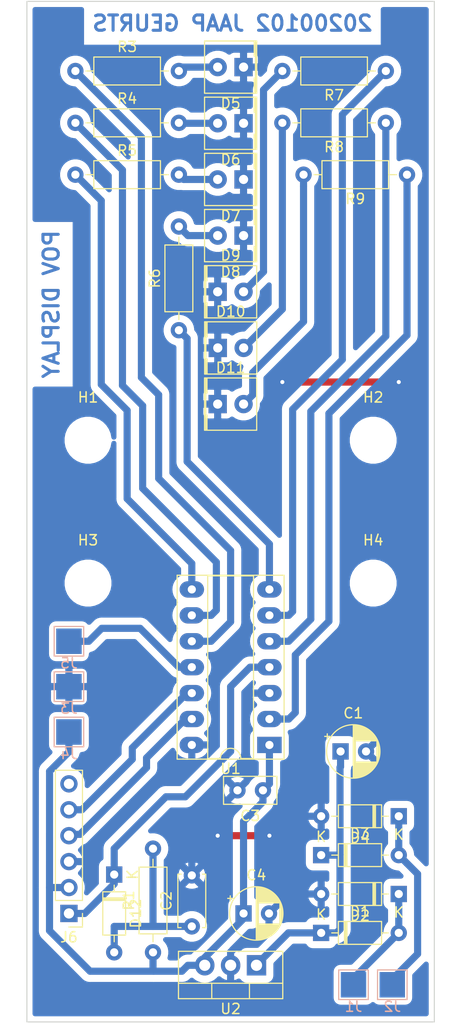
<source format=kicad_pcb>
(kicad_pcb (version 20171130) (host pcbnew 5.1.5-5.1.5)

  (general
    (thickness 1.6)
    (drawings 6)
    (tracks 149)
    (zones 0)
    (modules 36)
    (nets 26)
  )

  (page A4)
  (layers
    (0 F.Cu signal)
    (31 B.Cu signal)
    (32 B.Adhes user)
    (33 F.Adhes user)
    (34 B.Paste user)
    (35 F.Paste user)
    (36 B.SilkS user)
    (37 F.SilkS user)
    (38 B.Mask user)
    (39 F.Mask user)
    (40 Dwgs.User user)
    (41 Cmts.User user)
    (42 Eco1.User user)
    (43 Eco2.User user)
    (44 Edge.Cuts user)
    (45 Margin user)
    (46 B.CrtYd user)
    (47 F.CrtYd user)
    (48 B.Fab user)
    (49 F.Fab user)
  )

  (setup
    (last_trace_width 0.7)
    (trace_clearance 0.7)
    (zone_clearance 0.7)
    (zone_45_only no)
    (trace_min 0.2)
    (via_size 1.5)
    (via_drill 0.4)
    (via_min_size 0.4)
    (via_min_drill 0.3)
    (uvia_size 0.3)
    (uvia_drill 0.1)
    (uvias_allowed no)
    (uvia_min_size 0.2)
    (uvia_min_drill 0.1)
    (edge_width 0.05)
    (segment_width 0.2)
    (pcb_text_width 0.3)
    (pcb_text_size 1.5 1.5)
    (mod_edge_width 0.12)
    (mod_text_size 1 1)
    (mod_text_width 0.15)
    (pad_size 1.99898 1.99898)
    (pad_drill 0.8001)
    (pad_to_mask_clearance 0.051)
    (solder_mask_min_width 0.25)
    (aux_axis_origin 0 0)
    (grid_origin 130 105)
    (visible_elements FFFFFF7F)
    (pcbplotparams
      (layerselection 0x010fc_ffffffff)
      (usegerberextensions false)
      (usegerberattributes false)
      (usegerberadvancedattributes false)
      (creategerberjobfile false)
      (excludeedgelayer true)
      (linewidth 0.100000)
      (plotframeref false)
      (viasonmask false)
      (mode 1)
      (useauxorigin false)
      (hpglpennumber 1)
      (hpglpenspeed 20)
      (hpglpendiameter 15.000000)
      (psnegative false)
      (psa4output false)
      (plotreference true)
      (plotvalue true)
      (plotinvisibletext false)
      (padsonsilk false)
      (subtractmaskfromsilk false)
      (outputformat 1)
      (mirror false)
      (drillshape 1)
      (scaleselection 1)
      (outputdirectory ""))
  )

  (net 0 "")
  (net 1 GND)
  (net 2 VDD)
  (net 3 "Net-(C2-Pad1)")
  (net 4 "Net-(D1-Pad2)")
  (net 5 "Net-(D3-Pad2)")
  (net 6 "Net-(D5-Pad2)")
  (net 7 "Net-(D6-Pad2)")
  (net 8 "Net-(D7-Pad2)")
  (net 9 "Net-(R9-Pad1)")
  (net 10 "Net-(D8-Pad2)")
  (net 11 "Net-(D10-Pad2)")
  (net 12 "Net-(J5-Pad1)")
  (net 13 "Net-(D9-Pad2)")
  (net 14 "Net-(D11-Pad2)")
  (net 15 "Net-(J6-Pad6)")
  (net 16 "Net-(J6-Pad5)")
  (net 17 "Net-(J6-Pad4)")
  (net 18 "Net-(C1-Pad1)")
  (net 19 "Net-(R3-Pad1)")
  (net 20 "Net-(R4-Pad1)")
  (net 21 "Net-(R5-Pad1)")
  (net 22 "Net-(R6-Pad1)")
  (net 23 "Net-(R7-Pad1)")
  (net 24 "Net-(R8-Pad1)")
  (net 25 "Net-(D12-Pad1)")

  (net_class Default "This is the default net class."
    (clearance 0.7)
    (trace_width 0.7)
    (via_dia 1.5)
    (via_drill 0.4)
    (uvia_dia 0.3)
    (uvia_drill 0.1)
    (add_net GND)
    (add_net "Net-(C1-Pad1)")
    (add_net "Net-(C2-Pad1)")
    (add_net "Net-(D1-Pad2)")
    (add_net "Net-(D10-Pad2)")
    (add_net "Net-(D11-Pad2)")
    (add_net "Net-(D12-Pad1)")
    (add_net "Net-(D3-Pad2)")
    (add_net "Net-(D5-Pad2)")
    (add_net "Net-(D6-Pad2)")
    (add_net "Net-(D7-Pad2)")
    (add_net "Net-(D8-Pad2)")
    (add_net "Net-(D9-Pad2)")
    (add_net "Net-(J5-Pad1)")
    (add_net "Net-(J6-Pad4)")
    (add_net "Net-(J6-Pad5)")
    (add_net "Net-(J6-Pad6)")
    (add_net "Net-(R3-Pad1)")
    (add_net "Net-(R4-Pad1)")
    (add_net "Net-(R5-Pad1)")
    (add_net "Net-(R6-Pad1)")
    (add_net "Net-(R7-Pad1)")
    (add_net "Net-(R8-Pad1)")
    (add_net "Net-(R9-Pad1)")
    (add_net VDD)
  )

  (module Resistor_THT:R_Axial_DIN0207_L6.3mm_D2.5mm_P10.16mm_Horizontal (layer F.Cu) (tedit 5AE5139B) (tstamp 5E0CF8A8)
    (at 122.38 148.18 90)
    (descr "Resistor, Axial_DIN0207 series, Axial, Horizontal, pin pitch=10.16mm, 0.25W = 1/4W, length*diameter=6.3*2.5mm^2, http://cdn-reichelt.de/documents/datenblatt/B400/1_4W%23YAG.pdf")
    (tags "Resistor Axial_DIN0207 series Axial Horizontal pin pitch 10.16mm 0.25W = 1/4W length 6.3mm diameter 2.5mm")
    (path /5E1046F4)
    (fp_text reference R1 (at 5.08 -2.37 90) (layer F.SilkS)
      (effects (font (size 1 1) (thickness 0.15)))
    )
    (fp_text value 10k (at 5.08 2.37 90) (layer F.Fab)
      (effects (font (size 1 1) (thickness 0.15)))
    )
    (fp_text user %R (at 5.08 0 90) (layer F.Fab)
      (effects (font (size 1 1) (thickness 0.15)))
    )
    (fp_line (start 11.21 -1.5) (end -1.05 -1.5) (layer F.CrtYd) (width 0.05))
    (fp_line (start 11.21 1.5) (end 11.21 -1.5) (layer F.CrtYd) (width 0.05))
    (fp_line (start -1.05 1.5) (end 11.21 1.5) (layer F.CrtYd) (width 0.05))
    (fp_line (start -1.05 -1.5) (end -1.05 1.5) (layer F.CrtYd) (width 0.05))
    (fp_line (start 9.12 0) (end 8.35 0) (layer F.SilkS) (width 0.12))
    (fp_line (start 1.04 0) (end 1.81 0) (layer F.SilkS) (width 0.12))
    (fp_line (start 8.35 -1.37) (end 1.81 -1.37) (layer F.SilkS) (width 0.12))
    (fp_line (start 8.35 1.37) (end 8.35 -1.37) (layer F.SilkS) (width 0.12))
    (fp_line (start 1.81 1.37) (end 8.35 1.37) (layer F.SilkS) (width 0.12))
    (fp_line (start 1.81 -1.37) (end 1.81 1.37) (layer F.SilkS) (width 0.12))
    (fp_line (start 10.16 0) (end 8.23 0) (layer F.Fab) (width 0.1))
    (fp_line (start 0 0) (end 1.93 0) (layer F.Fab) (width 0.1))
    (fp_line (start 8.23 -1.25) (end 1.93 -1.25) (layer F.Fab) (width 0.1))
    (fp_line (start 8.23 1.25) (end 8.23 -1.25) (layer F.Fab) (width 0.1))
    (fp_line (start 1.93 1.25) (end 8.23 1.25) (layer F.Fab) (width 0.1))
    (fp_line (start 1.93 -1.25) (end 1.93 1.25) (layer F.Fab) (width 0.1))
    (pad 2 thru_hole oval (at 10.16 0 90) (size 1.6 1.6) (drill 0.8) (layers *.Cu *.Mask)
      (net 3 "Net-(C2-Pad1)"))
    (pad 1 thru_hole circle (at 0 0 90) (size 1.6 1.6) (drill 0.8) (layers *.Cu *.Mask)
      (net 2 VDD))
    (model ${KISYS3DMOD}/Resistor_THT.3dshapes/R_Axial_DIN0207_L6.3mm_D2.5mm_P10.16mm_Horizontal.wrl
      (at (xyz 0 0 0))
      (scale (xyz 1 1 1))
      (rotate (xyz 0 0 0))
    )
  )

  (module Diode_THT:D_DO-35_SOD27_P7.62mm_Horizontal (layer F.Cu) (tedit 5AE50CD5) (tstamp 5E11C7EE)
    (at 118.57 140.56 270)
    (descr "Diode, DO-35_SOD27 series, Axial, Horizontal, pin pitch=7.62mm, , length*diameter=4*2mm^2, , http://www.diodes.com/_files/packages/DO-35.pdf")
    (tags "Diode DO-35_SOD27 series Axial Horizontal pin pitch 7.62mm  length 4mm diameter 2mm")
    (path /5E124279)
    (fp_text reference D12 (at 3.81 -2.12 90) (layer F.SilkS)
      (effects (font (size 1 1) (thickness 0.15)))
    )
    (fp_text value BAT42 (at 3.81 2.12 90) (layer F.Fab)
      (effects (font (size 1 1) (thickness 0.15)))
    )
    (fp_text user K (at 0 -1.8 90) (layer F.SilkS)
      (effects (font (size 1 1) (thickness 0.15)))
    )
    (fp_text user K (at 0 -1.8 90) (layer F.Fab)
      (effects (font (size 1 1) (thickness 0.15)))
    )
    (fp_text user %R (at 4.11 0 90) (layer F.Fab)
      (effects (font (size 0.8 0.8) (thickness 0.12)))
    )
    (fp_line (start 8.67 -1.25) (end -1.05 -1.25) (layer F.CrtYd) (width 0.05))
    (fp_line (start 8.67 1.25) (end 8.67 -1.25) (layer F.CrtYd) (width 0.05))
    (fp_line (start -1.05 1.25) (end 8.67 1.25) (layer F.CrtYd) (width 0.05))
    (fp_line (start -1.05 -1.25) (end -1.05 1.25) (layer F.CrtYd) (width 0.05))
    (fp_line (start 2.29 -1.12) (end 2.29 1.12) (layer F.SilkS) (width 0.12))
    (fp_line (start 2.53 -1.12) (end 2.53 1.12) (layer F.SilkS) (width 0.12))
    (fp_line (start 2.41 -1.12) (end 2.41 1.12) (layer F.SilkS) (width 0.12))
    (fp_line (start 6.58 0) (end 5.93 0) (layer F.SilkS) (width 0.12))
    (fp_line (start 1.04 0) (end 1.69 0) (layer F.SilkS) (width 0.12))
    (fp_line (start 5.93 -1.12) (end 1.69 -1.12) (layer F.SilkS) (width 0.12))
    (fp_line (start 5.93 1.12) (end 5.93 -1.12) (layer F.SilkS) (width 0.12))
    (fp_line (start 1.69 1.12) (end 5.93 1.12) (layer F.SilkS) (width 0.12))
    (fp_line (start 1.69 -1.12) (end 1.69 1.12) (layer F.SilkS) (width 0.12))
    (fp_line (start 2.31 -1) (end 2.31 1) (layer F.Fab) (width 0.1))
    (fp_line (start 2.51 -1) (end 2.51 1) (layer F.Fab) (width 0.1))
    (fp_line (start 2.41 -1) (end 2.41 1) (layer F.Fab) (width 0.1))
    (fp_line (start 7.62 0) (end 5.81 0) (layer F.Fab) (width 0.1))
    (fp_line (start 0 0) (end 1.81 0) (layer F.Fab) (width 0.1))
    (fp_line (start 5.81 -1) (end 1.81 -1) (layer F.Fab) (width 0.1))
    (fp_line (start 5.81 1) (end 5.81 -1) (layer F.Fab) (width 0.1))
    (fp_line (start 1.81 1) (end 5.81 1) (layer F.Fab) (width 0.1))
    (fp_line (start 1.81 -1) (end 1.81 1) (layer F.Fab) (width 0.1))
    (pad 2 thru_hole oval (at 7.62 0 270) (size 1.6 1.6) (drill 0.8) (layers *.Cu *.Mask)
      (net 3 "Net-(C2-Pad1)"))
    (pad 1 thru_hole rect (at 0 0 270) (size 1.6 1.6) (drill 0.8) (layers *.Cu *.Mask)
      (net 25 "Net-(D12-Pad1)"))
    (model ${KISYS3DMOD}/Diode_THT.3dshapes/D_DO-35_SOD27_P7.62mm_Horizontal.wrl
      (at (xyz 0 0 0))
      (scale (xyz 1 1 1))
      (rotate (xyz 0 0 0))
    )
  )

  (module Capacitor_THT:CP_Radial_D5.0mm_P2.50mm (layer F.Cu) (tedit 5AE50EF0) (tstamp 5E0E2FC1)
    (at 131.27 144.37)
    (descr "CP, Radial series, Radial, pin pitch=2.50mm, , diameter=5mm, Electrolytic Capacitor")
    (tags "CP Radial series Radial pin pitch 2.50mm  diameter 5mm Electrolytic Capacitor")
    (path /5E21A4A0)
    (fp_text reference C4 (at 1.25 -3.75) (layer F.SilkS)
      (effects (font (size 1 1) (thickness 0.15)))
    )
    (fp_text value 0.1uF (at 1.25 3.75) (layer F.Fab)
      (effects (font (size 1 1) (thickness 0.15)))
    )
    (fp_text user %R (at 1.25 0) (layer F.Fab)
      (effects (font (size 1 1) (thickness 0.15)))
    )
    (fp_line (start -1.304775 -1.725) (end -1.304775 -1.225) (layer F.SilkS) (width 0.12))
    (fp_line (start -1.554775 -1.475) (end -1.054775 -1.475) (layer F.SilkS) (width 0.12))
    (fp_line (start 3.851 -0.284) (end 3.851 0.284) (layer F.SilkS) (width 0.12))
    (fp_line (start 3.811 -0.518) (end 3.811 0.518) (layer F.SilkS) (width 0.12))
    (fp_line (start 3.771 -0.677) (end 3.771 0.677) (layer F.SilkS) (width 0.12))
    (fp_line (start 3.731 -0.805) (end 3.731 0.805) (layer F.SilkS) (width 0.12))
    (fp_line (start 3.691 -0.915) (end 3.691 0.915) (layer F.SilkS) (width 0.12))
    (fp_line (start 3.651 -1.011) (end 3.651 1.011) (layer F.SilkS) (width 0.12))
    (fp_line (start 3.611 -1.098) (end 3.611 1.098) (layer F.SilkS) (width 0.12))
    (fp_line (start 3.571 -1.178) (end 3.571 1.178) (layer F.SilkS) (width 0.12))
    (fp_line (start 3.531 1.04) (end 3.531 1.251) (layer F.SilkS) (width 0.12))
    (fp_line (start 3.531 -1.251) (end 3.531 -1.04) (layer F.SilkS) (width 0.12))
    (fp_line (start 3.491 1.04) (end 3.491 1.319) (layer F.SilkS) (width 0.12))
    (fp_line (start 3.491 -1.319) (end 3.491 -1.04) (layer F.SilkS) (width 0.12))
    (fp_line (start 3.451 1.04) (end 3.451 1.383) (layer F.SilkS) (width 0.12))
    (fp_line (start 3.451 -1.383) (end 3.451 -1.04) (layer F.SilkS) (width 0.12))
    (fp_line (start 3.411 1.04) (end 3.411 1.443) (layer F.SilkS) (width 0.12))
    (fp_line (start 3.411 -1.443) (end 3.411 -1.04) (layer F.SilkS) (width 0.12))
    (fp_line (start 3.371 1.04) (end 3.371 1.5) (layer F.SilkS) (width 0.12))
    (fp_line (start 3.371 -1.5) (end 3.371 -1.04) (layer F.SilkS) (width 0.12))
    (fp_line (start 3.331 1.04) (end 3.331 1.554) (layer F.SilkS) (width 0.12))
    (fp_line (start 3.331 -1.554) (end 3.331 -1.04) (layer F.SilkS) (width 0.12))
    (fp_line (start 3.291 1.04) (end 3.291 1.605) (layer F.SilkS) (width 0.12))
    (fp_line (start 3.291 -1.605) (end 3.291 -1.04) (layer F.SilkS) (width 0.12))
    (fp_line (start 3.251 1.04) (end 3.251 1.653) (layer F.SilkS) (width 0.12))
    (fp_line (start 3.251 -1.653) (end 3.251 -1.04) (layer F.SilkS) (width 0.12))
    (fp_line (start 3.211 1.04) (end 3.211 1.699) (layer F.SilkS) (width 0.12))
    (fp_line (start 3.211 -1.699) (end 3.211 -1.04) (layer F.SilkS) (width 0.12))
    (fp_line (start 3.171 1.04) (end 3.171 1.743) (layer F.SilkS) (width 0.12))
    (fp_line (start 3.171 -1.743) (end 3.171 -1.04) (layer F.SilkS) (width 0.12))
    (fp_line (start 3.131 1.04) (end 3.131 1.785) (layer F.SilkS) (width 0.12))
    (fp_line (start 3.131 -1.785) (end 3.131 -1.04) (layer F.SilkS) (width 0.12))
    (fp_line (start 3.091 1.04) (end 3.091 1.826) (layer F.SilkS) (width 0.12))
    (fp_line (start 3.091 -1.826) (end 3.091 -1.04) (layer F.SilkS) (width 0.12))
    (fp_line (start 3.051 1.04) (end 3.051 1.864) (layer F.SilkS) (width 0.12))
    (fp_line (start 3.051 -1.864) (end 3.051 -1.04) (layer F.SilkS) (width 0.12))
    (fp_line (start 3.011 1.04) (end 3.011 1.901) (layer F.SilkS) (width 0.12))
    (fp_line (start 3.011 -1.901) (end 3.011 -1.04) (layer F.SilkS) (width 0.12))
    (fp_line (start 2.971 1.04) (end 2.971 1.937) (layer F.SilkS) (width 0.12))
    (fp_line (start 2.971 -1.937) (end 2.971 -1.04) (layer F.SilkS) (width 0.12))
    (fp_line (start 2.931 1.04) (end 2.931 1.971) (layer F.SilkS) (width 0.12))
    (fp_line (start 2.931 -1.971) (end 2.931 -1.04) (layer F.SilkS) (width 0.12))
    (fp_line (start 2.891 1.04) (end 2.891 2.004) (layer F.SilkS) (width 0.12))
    (fp_line (start 2.891 -2.004) (end 2.891 -1.04) (layer F.SilkS) (width 0.12))
    (fp_line (start 2.851 1.04) (end 2.851 2.035) (layer F.SilkS) (width 0.12))
    (fp_line (start 2.851 -2.035) (end 2.851 -1.04) (layer F.SilkS) (width 0.12))
    (fp_line (start 2.811 1.04) (end 2.811 2.065) (layer F.SilkS) (width 0.12))
    (fp_line (start 2.811 -2.065) (end 2.811 -1.04) (layer F.SilkS) (width 0.12))
    (fp_line (start 2.771 1.04) (end 2.771 2.095) (layer F.SilkS) (width 0.12))
    (fp_line (start 2.771 -2.095) (end 2.771 -1.04) (layer F.SilkS) (width 0.12))
    (fp_line (start 2.731 1.04) (end 2.731 2.122) (layer F.SilkS) (width 0.12))
    (fp_line (start 2.731 -2.122) (end 2.731 -1.04) (layer F.SilkS) (width 0.12))
    (fp_line (start 2.691 1.04) (end 2.691 2.149) (layer F.SilkS) (width 0.12))
    (fp_line (start 2.691 -2.149) (end 2.691 -1.04) (layer F.SilkS) (width 0.12))
    (fp_line (start 2.651 1.04) (end 2.651 2.175) (layer F.SilkS) (width 0.12))
    (fp_line (start 2.651 -2.175) (end 2.651 -1.04) (layer F.SilkS) (width 0.12))
    (fp_line (start 2.611 1.04) (end 2.611 2.2) (layer F.SilkS) (width 0.12))
    (fp_line (start 2.611 -2.2) (end 2.611 -1.04) (layer F.SilkS) (width 0.12))
    (fp_line (start 2.571 1.04) (end 2.571 2.224) (layer F.SilkS) (width 0.12))
    (fp_line (start 2.571 -2.224) (end 2.571 -1.04) (layer F.SilkS) (width 0.12))
    (fp_line (start 2.531 1.04) (end 2.531 2.247) (layer F.SilkS) (width 0.12))
    (fp_line (start 2.531 -2.247) (end 2.531 -1.04) (layer F.SilkS) (width 0.12))
    (fp_line (start 2.491 1.04) (end 2.491 2.268) (layer F.SilkS) (width 0.12))
    (fp_line (start 2.491 -2.268) (end 2.491 -1.04) (layer F.SilkS) (width 0.12))
    (fp_line (start 2.451 1.04) (end 2.451 2.29) (layer F.SilkS) (width 0.12))
    (fp_line (start 2.451 -2.29) (end 2.451 -1.04) (layer F.SilkS) (width 0.12))
    (fp_line (start 2.411 1.04) (end 2.411 2.31) (layer F.SilkS) (width 0.12))
    (fp_line (start 2.411 -2.31) (end 2.411 -1.04) (layer F.SilkS) (width 0.12))
    (fp_line (start 2.371 1.04) (end 2.371 2.329) (layer F.SilkS) (width 0.12))
    (fp_line (start 2.371 -2.329) (end 2.371 -1.04) (layer F.SilkS) (width 0.12))
    (fp_line (start 2.331 1.04) (end 2.331 2.348) (layer F.SilkS) (width 0.12))
    (fp_line (start 2.331 -2.348) (end 2.331 -1.04) (layer F.SilkS) (width 0.12))
    (fp_line (start 2.291 1.04) (end 2.291 2.365) (layer F.SilkS) (width 0.12))
    (fp_line (start 2.291 -2.365) (end 2.291 -1.04) (layer F.SilkS) (width 0.12))
    (fp_line (start 2.251 1.04) (end 2.251 2.382) (layer F.SilkS) (width 0.12))
    (fp_line (start 2.251 -2.382) (end 2.251 -1.04) (layer F.SilkS) (width 0.12))
    (fp_line (start 2.211 1.04) (end 2.211 2.398) (layer F.SilkS) (width 0.12))
    (fp_line (start 2.211 -2.398) (end 2.211 -1.04) (layer F.SilkS) (width 0.12))
    (fp_line (start 2.171 1.04) (end 2.171 2.414) (layer F.SilkS) (width 0.12))
    (fp_line (start 2.171 -2.414) (end 2.171 -1.04) (layer F.SilkS) (width 0.12))
    (fp_line (start 2.131 1.04) (end 2.131 2.428) (layer F.SilkS) (width 0.12))
    (fp_line (start 2.131 -2.428) (end 2.131 -1.04) (layer F.SilkS) (width 0.12))
    (fp_line (start 2.091 1.04) (end 2.091 2.442) (layer F.SilkS) (width 0.12))
    (fp_line (start 2.091 -2.442) (end 2.091 -1.04) (layer F.SilkS) (width 0.12))
    (fp_line (start 2.051 1.04) (end 2.051 2.455) (layer F.SilkS) (width 0.12))
    (fp_line (start 2.051 -2.455) (end 2.051 -1.04) (layer F.SilkS) (width 0.12))
    (fp_line (start 2.011 1.04) (end 2.011 2.468) (layer F.SilkS) (width 0.12))
    (fp_line (start 2.011 -2.468) (end 2.011 -1.04) (layer F.SilkS) (width 0.12))
    (fp_line (start 1.971 1.04) (end 1.971 2.48) (layer F.SilkS) (width 0.12))
    (fp_line (start 1.971 -2.48) (end 1.971 -1.04) (layer F.SilkS) (width 0.12))
    (fp_line (start 1.93 1.04) (end 1.93 2.491) (layer F.SilkS) (width 0.12))
    (fp_line (start 1.93 -2.491) (end 1.93 -1.04) (layer F.SilkS) (width 0.12))
    (fp_line (start 1.89 1.04) (end 1.89 2.501) (layer F.SilkS) (width 0.12))
    (fp_line (start 1.89 -2.501) (end 1.89 -1.04) (layer F.SilkS) (width 0.12))
    (fp_line (start 1.85 1.04) (end 1.85 2.511) (layer F.SilkS) (width 0.12))
    (fp_line (start 1.85 -2.511) (end 1.85 -1.04) (layer F.SilkS) (width 0.12))
    (fp_line (start 1.81 1.04) (end 1.81 2.52) (layer F.SilkS) (width 0.12))
    (fp_line (start 1.81 -2.52) (end 1.81 -1.04) (layer F.SilkS) (width 0.12))
    (fp_line (start 1.77 1.04) (end 1.77 2.528) (layer F.SilkS) (width 0.12))
    (fp_line (start 1.77 -2.528) (end 1.77 -1.04) (layer F.SilkS) (width 0.12))
    (fp_line (start 1.73 1.04) (end 1.73 2.536) (layer F.SilkS) (width 0.12))
    (fp_line (start 1.73 -2.536) (end 1.73 -1.04) (layer F.SilkS) (width 0.12))
    (fp_line (start 1.69 1.04) (end 1.69 2.543) (layer F.SilkS) (width 0.12))
    (fp_line (start 1.69 -2.543) (end 1.69 -1.04) (layer F.SilkS) (width 0.12))
    (fp_line (start 1.65 1.04) (end 1.65 2.55) (layer F.SilkS) (width 0.12))
    (fp_line (start 1.65 -2.55) (end 1.65 -1.04) (layer F.SilkS) (width 0.12))
    (fp_line (start 1.61 1.04) (end 1.61 2.556) (layer F.SilkS) (width 0.12))
    (fp_line (start 1.61 -2.556) (end 1.61 -1.04) (layer F.SilkS) (width 0.12))
    (fp_line (start 1.57 1.04) (end 1.57 2.561) (layer F.SilkS) (width 0.12))
    (fp_line (start 1.57 -2.561) (end 1.57 -1.04) (layer F.SilkS) (width 0.12))
    (fp_line (start 1.53 1.04) (end 1.53 2.565) (layer F.SilkS) (width 0.12))
    (fp_line (start 1.53 -2.565) (end 1.53 -1.04) (layer F.SilkS) (width 0.12))
    (fp_line (start 1.49 1.04) (end 1.49 2.569) (layer F.SilkS) (width 0.12))
    (fp_line (start 1.49 -2.569) (end 1.49 -1.04) (layer F.SilkS) (width 0.12))
    (fp_line (start 1.45 -2.573) (end 1.45 2.573) (layer F.SilkS) (width 0.12))
    (fp_line (start 1.41 -2.576) (end 1.41 2.576) (layer F.SilkS) (width 0.12))
    (fp_line (start 1.37 -2.578) (end 1.37 2.578) (layer F.SilkS) (width 0.12))
    (fp_line (start 1.33 -2.579) (end 1.33 2.579) (layer F.SilkS) (width 0.12))
    (fp_line (start 1.29 -2.58) (end 1.29 2.58) (layer F.SilkS) (width 0.12))
    (fp_line (start 1.25 -2.58) (end 1.25 2.58) (layer F.SilkS) (width 0.12))
    (fp_line (start -0.633605 -1.3375) (end -0.633605 -0.8375) (layer F.Fab) (width 0.1))
    (fp_line (start -0.883605 -1.0875) (end -0.383605 -1.0875) (layer F.Fab) (width 0.1))
    (fp_circle (center 1.25 0) (end 4 0) (layer F.CrtYd) (width 0.05))
    (fp_circle (center 1.25 0) (end 3.87 0) (layer F.SilkS) (width 0.12))
    (fp_circle (center 1.25 0) (end 3.75 0) (layer F.Fab) (width 0.1))
    (pad 2 thru_hole circle (at 2.5 0) (size 1.6 1.6) (drill 0.8) (layers *.Cu *.Mask)
      (net 1 GND))
    (pad 1 thru_hole rect (at 0 0) (size 1.6 1.6) (drill 0.8) (layers *.Cu *.Mask)
      (net 2 VDD))
    (model ${KISYS3DMOD}/Capacitor_THT.3dshapes/CP_Radial_D5.0mm_P2.50mm.wrl
      (at (xyz 0 0 0))
      (scale (xyz 1 1 1))
      (rotate (xyz 0 0 0))
    )
  )

  (module Capacitor_THT:C_Disc_D5.0mm_W2.5mm_P5.00mm (layer F.Cu) (tedit 5AE50EF0) (tstamp 5E0E3CFC)
    (at 126.19 145.64 90)
    (descr "C, Disc series, Radial, pin pitch=5.00mm, , diameter*width=5*2.5mm^2, Capacitor, http://cdn-reichelt.de/documents/datenblatt/B300/DS_KERKO_TC.pdf")
    (tags "C Disc series Radial pin pitch 5.00mm  diameter 5mm width 2.5mm Capacitor")
    (path /5E1194E9)
    (fp_text reference C2 (at 2.5 -2.5 90) (layer F.SilkS)
      (effects (font (size 1 1) (thickness 0.15)))
    )
    (fp_text value 100n (at 2.5 2.5 90) (layer F.Fab)
      (effects (font (size 1 1) (thickness 0.15)))
    )
    (fp_text user %R (at 2.5 0 90) (layer F.Fab)
      (effects (font (size 1 1) (thickness 0.15)))
    )
    (fp_line (start 6.05 -1.5) (end -1.05 -1.5) (layer F.CrtYd) (width 0.05))
    (fp_line (start 6.05 1.5) (end 6.05 -1.5) (layer F.CrtYd) (width 0.05))
    (fp_line (start -1.05 1.5) (end 6.05 1.5) (layer F.CrtYd) (width 0.05))
    (fp_line (start -1.05 -1.5) (end -1.05 1.5) (layer F.CrtYd) (width 0.05))
    (fp_line (start 5.12 1.055) (end 5.12 1.37) (layer F.SilkS) (width 0.12))
    (fp_line (start 5.12 -1.37) (end 5.12 -1.055) (layer F.SilkS) (width 0.12))
    (fp_line (start -0.12 1.055) (end -0.12 1.37) (layer F.SilkS) (width 0.12))
    (fp_line (start -0.12 -1.37) (end -0.12 -1.055) (layer F.SilkS) (width 0.12))
    (fp_line (start -0.12 1.37) (end 5.12 1.37) (layer F.SilkS) (width 0.12))
    (fp_line (start -0.12 -1.37) (end 5.12 -1.37) (layer F.SilkS) (width 0.12))
    (fp_line (start 5 -1.25) (end 0 -1.25) (layer F.Fab) (width 0.1))
    (fp_line (start 5 1.25) (end 5 -1.25) (layer F.Fab) (width 0.1))
    (fp_line (start 0 1.25) (end 5 1.25) (layer F.Fab) (width 0.1))
    (fp_line (start 0 -1.25) (end 0 1.25) (layer F.Fab) (width 0.1))
    (pad 2 thru_hole circle (at 5 0 90) (size 1.6 1.6) (drill 0.8) (layers *.Cu *.Mask)
      (net 1 GND))
    (pad 1 thru_hole circle (at 0 0 90) (size 1.6 1.6) (drill 0.8) (layers *.Cu *.Mask)
      (net 3 "Net-(C2-Pad1)"))
    (model ${KISYS3DMOD}/Capacitor_THT.3dshapes/C_Disc_D5.0mm_W2.5mm_P5.00mm.wrl
      (at (xyz 0 0 0))
      (scale (xyz 1 1 1))
      (rotate (xyz 0 0 0))
    )
  )

  (module MountingHole:MountingHole_3.2mm_M3 (layer F.Cu) (tedit 56D1B4CB) (tstamp 5E0DEC71)
    (at 144 112)
    (descr "Mounting Hole 3.2mm, no annular, M3")
    (tags "mounting hole 3.2mm no annular m3")
    (path /5E24F457)
    (attr virtual)
    (fp_text reference H4 (at 0 -4.2) (layer F.SilkS)
      (effects (font (size 1 1) (thickness 0.15)))
    )
    (fp_text value MountingHole (at 0 4.2) (layer F.Fab)
      (effects (font (size 1 1) (thickness 0.15)))
    )
    (fp_circle (center 0 0) (end 3.45 0) (layer F.CrtYd) (width 0.05))
    (fp_circle (center 0 0) (end 3.2 0) (layer Cmts.User) (width 0.15))
    (fp_text user %R (at 0.3 0) (layer F.Fab)
      (effects (font (size 1 1) (thickness 0.15)))
    )
    (pad 1 np_thru_hole circle (at 0 0) (size 3.2 3.2) (drill 3.2) (layers *.Cu *.Mask))
  )

  (module MountingHole:MountingHole_3.2mm_M3 (layer F.Cu) (tedit 56D1B4CB) (tstamp 5E0DF5D0)
    (at 116 112)
    (descr "Mounting Hole 3.2mm, no annular, M3")
    (tags "mounting hole 3.2mm no annular m3")
    (path /5E24EF5B)
    (attr virtual)
    (fp_text reference H3 (at 0 -4.2) (layer F.SilkS)
      (effects (font (size 1 1) (thickness 0.15)))
    )
    (fp_text value MountingHole (at 0 4.2) (layer F.Fab)
      (effects (font (size 1 1) (thickness 0.15)))
    )
    (fp_circle (center 0 0) (end 3.45 0) (layer F.CrtYd) (width 0.05))
    (fp_circle (center 0 0) (end 3.2 0) (layer Cmts.User) (width 0.15))
    (fp_text user %R (at 0.3 0) (layer F.Fab)
      (effects (font (size 1 1) (thickness 0.15)))
    )
    (pad 1 np_thru_hole circle (at 0 0) (size 3.2 3.2) (drill 3.2) (layers *.Cu *.Mask))
  )

  (module MountingHole:MountingHole_3.2mm_M3 (layer F.Cu) (tedit 56D1B4CB) (tstamp 5E0DF045)
    (at 144 98)
    (descr "Mounting Hole 3.2mm, no annular, M3")
    (tags "mounting hole 3.2mm no annular m3")
    (path /5E24F211)
    (attr virtual)
    (fp_text reference H2 (at 0 -4.2) (layer F.SilkS)
      (effects (font (size 1 1) (thickness 0.15)))
    )
    (fp_text value MountingHole (at 0 4.2) (layer F.Fab)
      (effects (font (size 1 1) (thickness 0.15)))
    )
    (fp_circle (center 0 0) (end 3.45 0) (layer F.CrtYd) (width 0.05))
    (fp_circle (center 0 0) (end 3.2 0) (layer Cmts.User) (width 0.15))
    (fp_text user %R (at 0.3 0) (layer F.Fab)
      (effects (font (size 1 1) (thickness 0.15)))
    )
    (pad 1 np_thru_hole circle (at 0 0) (size 3.2 3.2) (drill 3.2) (layers *.Cu *.Mask))
  )

  (module MountingHole:MountingHole_3.2mm_M3 (layer F.Cu) (tedit 56D1B4CB) (tstamp 5E0E3A5E)
    (at 116 98)
    (descr "Mounting Hole 3.2mm, no annular, M3")
    (tags "mounting hole 3.2mm no annular m3")
    (path /5E24B221)
    (attr virtual)
    (fp_text reference H1 (at 0 -4.2) (layer F.SilkS)
      (effects (font (size 1 1) (thickness 0.15)))
    )
    (fp_text value MountingHole (at 0 4.2) (layer F.Fab)
      (effects (font (size 1 1) (thickness 0.15)))
    )
    (fp_circle (center 0 0) (end 3.45 0) (layer F.CrtYd) (width 0.05))
    (fp_circle (center 0 0) (end 3.2 0) (layer Cmts.User) (width 0.15))
    (fp_text user %R (at 0.3 0) (layer F.Fab)
      (effects (font (size 1 1) (thickness 0.15)))
    )
    (pad 1 np_thru_hole circle (at 0 0) (size 3.2 3.2) (drill 3.2) (layers *.Cu *.Mask))
  )

  (module Package_TO_SOT_THT:TO-220-3_Vertical (layer F.Cu) (tedit 5AC8BA0D) (tstamp 5E0DDF75)
    (at 132.54 149.45 180)
    (descr "TO-220-3, Vertical, RM 2.54mm, see https://www.vishay.com/docs/66542/to-220-1.pdf")
    (tags "TO-220-3 Vertical RM 2.54mm")
    (path /5E212030)
    (fp_text reference U2 (at 2.54 -4.27) (layer F.SilkS)
      (effects (font (size 1 1) (thickness 0.15)))
    )
    (fp_text value LM7805_TO220 (at 2.54 2.5) (layer F.Fab)
      (effects (font (size 1 1) (thickness 0.15)))
    )
    (fp_text user %R (at 2.54 -4.27) (layer F.Fab)
      (effects (font (size 1 1) (thickness 0.15)))
    )
    (fp_line (start 7.79 -3.4) (end -2.71 -3.4) (layer F.CrtYd) (width 0.05))
    (fp_line (start 7.79 1.51) (end 7.79 -3.4) (layer F.CrtYd) (width 0.05))
    (fp_line (start -2.71 1.51) (end 7.79 1.51) (layer F.CrtYd) (width 0.05))
    (fp_line (start -2.71 -3.4) (end -2.71 1.51) (layer F.CrtYd) (width 0.05))
    (fp_line (start 4.391 -3.27) (end 4.391 -1.76) (layer F.SilkS) (width 0.12))
    (fp_line (start 0.69 -3.27) (end 0.69 -1.76) (layer F.SilkS) (width 0.12))
    (fp_line (start -2.58 -1.76) (end 7.66 -1.76) (layer F.SilkS) (width 0.12))
    (fp_line (start 7.66 -3.27) (end 7.66 1.371) (layer F.SilkS) (width 0.12))
    (fp_line (start -2.58 -3.27) (end -2.58 1.371) (layer F.SilkS) (width 0.12))
    (fp_line (start -2.58 1.371) (end 7.66 1.371) (layer F.SilkS) (width 0.12))
    (fp_line (start -2.58 -3.27) (end 7.66 -3.27) (layer F.SilkS) (width 0.12))
    (fp_line (start 4.39 -3.15) (end 4.39 -1.88) (layer F.Fab) (width 0.1))
    (fp_line (start 0.69 -3.15) (end 0.69 -1.88) (layer F.Fab) (width 0.1))
    (fp_line (start -2.46 -1.88) (end 7.54 -1.88) (layer F.Fab) (width 0.1))
    (fp_line (start 7.54 -3.15) (end -2.46 -3.15) (layer F.Fab) (width 0.1))
    (fp_line (start 7.54 1.25) (end 7.54 -3.15) (layer F.Fab) (width 0.1))
    (fp_line (start -2.46 1.25) (end 7.54 1.25) (layer F.Fab) (width 0.1))
    (fp_line (start -2.46 -3.15) (end -2.46 1.25) (layer F.Fab) (width 0.1))
    (pad 3 thru_hole oval (at 5.08 0 180) (size 1.905 2) (drill 1.1) (layers *.Cu *.Mask)
      (net 2 VDD))
    (pad 2 thru_hole oval (at 2.54 0 180) (size 1.905 2) (drill 1.1) (layers *.Cu *.Mask)
      (net 1 GND))
    (pad 1 thru_hole rect (at 0 0 180) (size 1.905 2) (drill 1.1) (layers *.Cu *.Mask)
      (net 18 "Net-(C1-Pad1)"))
    (model ${KISYS3DMOD}/Package_TO_SOT_THT.3dshapes/TO-220-3_Vertical.wrl
      (at (xyz 0 0 0))
      (scale (xyz 1 1 1))
      (rotate (xyz 0 0 0))
    )
  )

  (module TestPoint:TestPoint_Pad_2.5x2.5mm (layer B.Cu) (tedit 5A0F774F) (tstamp 5E0DA4A6)
    (at 114.125 117.7)
    (descr "SMD rectangular pad as test Point, square 2.5mm side length")
    (tags "test point SMD pad rectangle square")
    (path /5E147E89)
    (attr virtual)
    (fp_text reference J5 (at 0 2.148) (layer B.SilkS)
      (effects (font (size 1 1) (thickness 0.15)) (justify mirror))
    )
    (fp_text value Conn_01x01_Male (at 0 -2.25) (layer B.Fab)
      (effects (font (size 1 1) (thickness 0.15)) (justify mirror))
    )
    (fp_line (start 1.75 -1.75) (end -1.75 -1.75) (layer B.CrtYd) (width 0.05))
    (fp_line (start 1.75 -1.75) (end 1.75 1.75) (layer B.CrtYd) (width 0.05))
    (fp_line (start -1.75 1.75) (end -1.75 -1.75) (layer B.CrtYd) (width 0.05))
    (fp_line (start -1.75 1.75) (end 1.75 1.75) (layer B.CrtYd) (width 0.05))
    (fp_line (start -1.45 -1.45) (end -1.45 1.45) (layer B.SilkS) (width 0.12))
    (fp_line (start 1.45 -1.45) (end -1.45 -1.45) (layer B.SilkS) (width 0.12))
    (fp_line (start 1.45 1.45) (end 1.45 -1.45) (layer B.SilkS) (width 0.12))
    (fp_line (start -1.45 1.45) (end 1.45 1.45) (layer B.SilkS) (width 0.12))
    (fp_text user %R (at 0 2.15) (layer B.Fab)
      (effects (font (size 1 1) (thickness 0.15)) (justify mirror))
    )
    (pad 1 smd rect (at 0 0) (size 2.5 2.5) (layers B.Cu B.Mask)
      (net 12 "Net-(J5-Pad1)"))
  )

  (module TestPoint:TestPoint_Pad_2.5x2.5mm (layer B.Cu) (tedit 5A0F774F) (tstamp 5E0D80E6)
    (at 114.125 126.59)
    (descr "SMD rectangular pad as test Point, square 2.5mm side length")
    (tags "test point SMD pad rectangle square")
    (path /5E14505B)
    (attr virtual)
    (fp_text reference J4 (at 0 2.148) (layer B.SilkS)
      (effects (font (size 1 1) (thickness 0.15)) (justify mirror))
    )
    (fp_text value Conn_01x01_Male (at 0 -2.25) (layer B.Fab)
      (effects (font (size 1 1) (thickness 0.15)) (justify mirror))
    )
    (fp_line (start 1.75 -1.75) (end -1.75 -1.75) (layer B.CrtYd) (width 0.05))
    (fp_line (start 1.75 -1.75) (end 1.75 1.75) (layer B.CrtYd) (width 0.05))
    (fp_line (start -1.75 1.75) (end -1.75 -1.75) (layer B.CrtYd) (width 0.05))
    (fp_line (start -1.75 1.75) (end 1.75 1.75) (layer B.CrtYd) (width 0.05))
    (fp_line (start -1.45 -1.45) (end -1.45 1.45) (layer B.SilkS) (width 0.12))
    (fp_line (start 1.45 -1.45) (end -1.45 -1.45) (layer B.SilkS) (width 0.12))
    (fp_line (start 1.45 1.45) (end 1.45 -1.45) (layer B.SilkS) (width 0.12))
    (fp_line (start -1.45 1.45) (end 1.45 1.45) (layer B.SilkS) (width 0.12))
    (fp_text user %R (at 0 2.15) (layer B.Fab)
      (effects (font (size 1 1) (thickness 0.15)) (justify mirror))
    )
    (pad 1 smd rect (at 0 0) (size 2.5 2.5) (layers B.Cu B.Mask)
      (net 2 VDD))
  )

  (module TestPoint:TestPoint_Pad_2.5x2.5mm (layer B.Cu) (tedit 5A0F774F) (tstamp 5E0D65F0)
    (at 114.125 122.145)
    (descr "SMD rectangular pad as test Point, square 2.5mm side length")
    (tags "test point SMD pad rectangle square")
    (path /5E1461D6)
    (attr virtual)
    (fp_text reference J3 (at 0 2.148) (layer B.SilkS)
      (effects (font (size 1 1) (thickness 0.15)) (justify mirror))
    )
    (fp_text value Conn_01x01_Male (at 0 -2.25) (layer B.Fab)
      (effects (font (size 1 1) (thickness 0.15)) (justify mirror))
    )
    (fp_line (start 1.75 -1.75) (end -1.75 -1.75) (layer B.CrtYd) (width 0.05))
    (fp_line (start 1.75 -1.75) (end 1.75 1.75) (layer B.CrtYd) (width 0.05))
    (fp_line (start -1.75 1.75) (end -1.75 -1.75) (layer B.CrtYd) (width 0.05))
    (fp_line (start -1.75 1.75) (end 1.75 1.75) (layer B.CrtYd) (width 0.05))
    (fp_line (start -1.45 -1.45) (end -1.45 1.45) (layer B.SilkS) (width 0.12))
    (fp_line (start 1.45 -1.45) (end -1.45 -1.45) (layer B.SilkS) (width 0.12))
    (fp_line (start 1.45 1.45) (end 1.45 -1.45) (layer B.SilkS) (width 0.12))
    (fp_line (start -1.45 1.45) (end 1.45 1.45) (layer B.SilkS) (width 0.12))
    (fp_text user %R (at 0 2.15) (layer B.Fab)
      (effects (font (size 1 1) (thickness 0.15)) (justify mirror))
    )
    (pad 1 smd rect (at 0 0) (size 2.5 2.5) (layers B.Cu B.Mask)
      (net 1 GND))
  )

  (module TestPoint:TestPoint_Pad_2.5x2.5mm (layer B.Cu) (tedit 5A0F774F) (tstamp 5E0E3294)
    (at 145.875 151.355)
    (descr "SMD rectangular pad as test Point, square 2.5mm side length")
    (tags "test point SMD pad rectangle square")
    (path /5E14C6E8)
    (attr virtual)
    (fp_text reference J2 (at 0 2.148) (layer B.SilkS)
      (effects (font (size 1 1) (thickness 0.15)) (justify mirror))
    )
    (fp_text value Conn_01x01_Male (at 0 -2.25) (layer B.Fab)
      (effects (font (size 1 1) (thickness 0.15)) (justify mirror))
    )
    (fp_line (start 1.75 -1.75) (end -1.75 -1.75) (layer B.CrtYd) (width 0.05))
    (fp_line (start 1.75 -1.75) (end 1.75 1.75) (layer B.CrtYd) (width 0.05))
    (fp_line (start -1.75 1.75) (end -1.75 -1.75) (layer B.CrtYd) (width 0.05))
    (fp_line (start -1.75 1.75) (end 1.75 1.75) (layer B.CrtYd) (width 0.05))
    (fp_line (start -1.45 -1.45) (end -1.45 1.45) (layer B.SilkS) (width 0.12))
    (fp_line (start 1.45 -1.45) (end -1.45 -1.45) (layer B.SilkS) (width 0.12))
    (fp_line (start 1.45 1.45) (end 1.45 -1.45) (layer B.SilkS) (width 0.12))
    (fp_line (start -1.45 1.45) (end 1.45 1.45) (layer B.SilkS) (width 0.12))
    (fp_text user %R (at 0 2.15) (layer B.Fab)
      (effects (font (size 1 1) (thickness 0.15)) (justify mirror))
    )
    (pad 1 smd rect (at 0 0) (size 2.5 2.5) (layers B.Cu B.Mask)
      (net 5 "Net-(D3-Pad2)"))
  )

  (module TestPoint:TestPoint_Pad_2.5x2.5mm (layer B.Cu) (tedit 5A0F774F) (tstamp 5E0E27EB)
    (at 142.065 151.355)
    (descr "SMD rectangular pad as test Point, square 2.5mm side length")
    (tags "test point SMD pad rectangle square")
    (path /5E14C138)
    (attr virtual)
    (fp_text reference J1 (at 0 2.148) (layer B.SilkS)
      (effects (font (size 1 1) (thickness 0.15)) (justify mirror))
    )
    (fp_text value Conn_01x01_Male (at 0 -2.25) (layer B.Fab)
      (effects (font (size 1 1) (thickness 0.15)) (justify mirror))
    )
    (fp_line (start 1.75 -1.75) (end -1.75 -1.75) (layer B.CrtYd) (width 0.05))
    (fp_line (start 1.75 -1.75) (end 1.75 1.75) (layer B.CrtYd) (width 0.05))
    (fp_line (start -1.75 1.75) (end -1.75 -1.75) (layer B.CrtYd) (width 0.05))
    (fp_line (start -1.75 1.75) (end 1.75 1.75) (layer B.CrtYd) (width 0.05))
    (fp_line (start -1.45 -1.45) (end -1.45 1.45) (layer B.SilkS) (width 0.12))
    (fp_line (start 1.45 -1.45) (end -1.45 -1.45) (layer B.SilkS) (width 0.12))
    (fp_line (start 1.45 1.45) (end 1.45 -1.45) (layer B.SilkS) (width 0.12))
    (fp_line (start -1.45 1.45) (end 1.45 1.45) (layer B.SilkS) (width 0.12))
    (fp_text user %R (at 0 2.15) (layer B.Fab)
      (effects (font (size 1 1) (thickness 0.15)) (justify mirror))
    )
    (pad 1 smd rect (at 0 0) (size 2.5 2.5) (layers B.Cu B.Mask)
      (net 4 "Net-(D1-Pad2)"))
  )

  (module Capacitor_THT:C_Disc_D5.0mm_W2.5mm_P2.50mm (layer F.Cu) (tedit 5AE50EF0) (tstamp 5E0E6D1E)
    (at 133.175 132.305 180)
    (descr "C, Disc series, Radial, pin pitch=2.50mm, , diameter*width=5*2.5mm^2, Capacitor, http://cdn-reichelt.de/documents/datenblatt/B300/DS_KERKO_TC.pdf")
    (tags "C Disc series Radial pin pitch 2.50mm  diameter 5mm width 2.5mm Capacitor")
    (path /5E0DC58A)
    (fp_text reference C3 (at 1.25 -2.5) (layer F.SilkS)
      (effects (font (size 1 1) (thickness 0.15)))
    )
    (fp_text value 100n (at 1.25 2.5) (layer F.Fab)
      (effects (font (size 1 1) (thickness 0.15)))
    )
    (fp_text user %R (at 1.25 0) (layer F.Fab)
      (effects (font (size 1 1) (thickness 0.15)))
    )
    (fp_line (start 4 -1.5) (end -1.5 -1.5) (layer F.CrtYd) (width 0.05))
    (fp_line (start 4 1.5) (end 4 -1.5) (layer F.CrtYd) (width 0.05))
    (fp_line (start -1.5 1.5) (end 4 1.5) (layer F.CrtYd) (width 0.05))
    (fp_line (start -1.5 -1.5) (end -1.5 1.5) (layer F.CrtYd) (width 0.05))
    (fp_line (start 3.87 -1.37) (end 3.87 1.37) (layer F.SilkS) (width 0.12))
    (fp_line (start -1.37 -1.37) (end -1.37 1.37) (layer F.SilkS) (width 0.12))
    (fp_line (start -1.37 1.37) (end 3.87 1.37) (layer F.SilkS) (width 0.12))
    (fp_line (start -1.37 -1.37) (end 3.87 -1.37) (layer F.SilkS) (width 0.12))
    (fp_line (start 3.75 -1.25) (end -1.25 -1.25) (layer F.Fab) (width 0.1))
    (fp_line (start 3.75 1.25) (end 3.75 -1.25) (layer F.Fab) (width 0.1))
    (fp_line (start -1.25 1.25) (end 3.75 1.25) (layer F.Fab) (width 0.1))
    (fp_line (start -1.25 -1.25) (end -1.25 1.25) (layer F.Fab) (width 0.1))
    (pad 2 thru_hole circle (at 2.5 0 180) (size 1.6 1.6) (drill 0.8) (layers *.Cu *.Mask)
      (net 1 GND))
    (pad 1 thru_hole circle (at 0 0 180) (size 1.6 1.6) (drill 0.8) (layers *.Cu *.Mask)
      (net 2 VDD))
    (model ${KISYS3DMOD}/Capacitor_THT.3dshapes/C_Disc_D5.0mm_W2.5mm_P2.50mm.wrl
      (at (xyz 0 0 0))
      (scale (xyz 1 1 1))
      (rotate (xyz 0 0 0))
    )
  )

  (module Resistor_THT:R_Axial_DIN0207_L6.3mm_D2.5mm_P10.16mm_Horizontal (layer F.Cu) (tedit 5AE5139B) (tstamp 5E0E05F0)
    (at 114.76 71.98)
    (descr "Resistor, Axial_DIN0207 series, Axial, Horizontal, pin pitch=10.16mm, 0.25W = 1/4W, length*diameter=6.3*2.5mm^2, http://cdn-reichelt.de/documents/datenblatt/B400/1_4W%23YAG.pdf")
    (tags "Resistor Axial_DIN0207 series Axial Horizontal pin pitch 10.16mm 0.25W = 1/4W length 6.3mm diameter 2.5mm")
    (path /5E0C5DC6)
    (fp_text reference R5 (at 5.08 -2.37) (layer F.SilkS)
      (effects (font (size 1 1) (thickness 0.15)))
    )
    (fp_text value 330 (at 5.08 2.37) (layer F.Fab)
      (effects (font (size 1 1) (thickness 0.15)))
    )
    (fp_text user %R (at 5.08 0) (layer F.Fab)
      (effects (font (size 1 1) (thickness 0.15)))
    )
    (fp_line (start 11.21 -1.5) (end -1.05 -1.5) (layer F.CrtYd) (width 0.05))
    (fp_line (start 11.21 1.5) (end 11.21 -1.5) (layer F.CrtYd) (width 0.05))
    (fp_line (start -1.05 1.5) (end 11.21 1.5) (layer F.CrtYd) (width 0.05))
    (fp_line (start -1.05 -1.5) (end -1.05 1.5) (layer F.CrtYd) (width 0.05))
    (fp_line (start 9.12 0) (end 8.35 0) (layer F.SilkS) (width 0.12))
    (fp_line (start 1.04 0) (end 1.81 0) (layer F.SilkS) (width 0.12))
    (fp_line (start 8.35 -1.37) (end 1.81 -1.37) (layer F.SilkS) (width 0.12))
    (fp_line (start 8.35 1.37) (end 8.35 -1.37) (layer F.SilkS) (width 0.12))
    (fp_line (start 1.81 1.37) (end 8.35 1.37) (layer F.SilkS) (width 0.12))
    (fp_line (start 1.81 -1.37) (end 1.81 1.37) (layer F.SilkS) (width 0.12))
    (fp_line (start 10.16 0) (end 8.23 0) (layer F.Fab) (width 0.1))
    (fp_line (start 0 0) (end 1.93 0) (layer F.Fab) (width 0.1))
    (fp_line (start 8.23 -1.25) (end 1.93 -1.25) (layer F.Fab) (width 0.1))
    (fp_line (start 8.23 1.25) (end 8.23 -1.25) (layer F.Fab) (width 0.1))
    (fp_line (start 1.93 1.25) (end 8.23 1.25) (layer F.Fab) (width 0.1))
    (fp_line (start 1.93 -1.25) (end 1.93 1.25) (layer F.Fab) (width 0.1))
    (pad 2 thru_hole oval (at 10.16 0) (size 1.6 1.6) (drill 0.8) (layers *.Cu *.Mask)
      (net 8 "Net-(D7-Pad2)"))
    (pad 1 thru_hole circle (at 0 0) (size 1.6 1.6) (drill 0.8) (layers *.Cu *.Mask)
      (net 21 "Net-(R5-Pad1)"))
    (model ${KISYS3DMOD}/Resistor_THT.3dshapes/R_Axial_DIN0207_L6.3mm_D2.5mm_P10.16mm_Horizontal.wrl
      (at (xyz 0 0 0))
      (scale (xyz 1 1 1))
      (rotate (xyz 0 0 0))
    )
  )

  (module Package_DIP:DIP-14_W7.62mm_Socket_LongPads (layer F.Cu) (tedit 5A02E8C5) (tstamp 5E0E5E4E)
    (at 133.81 127.86 180)
    (descr "14-lead though-hole mounted DIP package, row spacing 7.62 mm (300 mils), Socket, LongPads")
    (tags "THT DIP DIL PDIP 2.54mm 7.62mm 300mil Socket LongPads")
    (path /5E0B438D)
    (fp_text reference U1 (at 3.81 -2.33) (layer F.SilkS)
      (effects (font (size 1 1) (thickness 0.15)))
    )
    (fp_text value PIC16F676-IP (at 3.81 17.57) (layer F.Fab)
      (effects (font (size 1 1) (thickness 0.15)))
    )
    (fp_text user %R (at 3.81 7.62) (layer F.Fab)
      (effects (font (size 1 1) (thickness 0.15)))
    )
    (fp_line (start 9.15 -1.6) (end -1.55 -1.6) (layer F.CrtYd) (width 0.05))
    (fp_line (start 9.15 16.85) (end 9.15 -1.6) (layer F.CrtYd) (width 0.05))
    (fp_line (start -1.55 16.85) (end 9.15 16.85) (layer F.CrtYd) (width 0.05))
    (fp_line (start -1.55 -1.6) (end -1.55 16.85) (layer F.CrtYd) (width 0.05))
    (fp_line (start 9.06 -1.39) (end -1.44 -1.39) (layer F.SilkS) (width 0.12))
    (fp_line (start 9.06 16.63) (end 9.06 -1.39) (layer F.SilkS) (width 0.12))
    (fp_line (start -1.44 16.63) (end 9.06 16.63) (layer F.SilkS) (width 0.12))
    (fp_line (start -1.44 -1.39) (end -1.44 16.63) (layer F.SilkS) (width 0.12))
    (fp_line (start 6.06 -1.33) (end 4.81 -1.33) (layer F.SilkS) (width 0.12))
    (fp_line (start 6.06 16.57) (end 6.06 -1.33) (layer F.SilkS) (width 0.12))
    (fp_line (start 1.56 16.57) (end 6.06 16.57) (layer F.SilkS) (width 0.12))
    (fp_line (start 1.56 -1.33) (end 1.56 16.57) (layer F.SilkS) (width 0.12))
    (fp_line (start 2.81 -1.33) (end 1.56 -1.33) (layer F.SilkS) (width 0.12))
    (fp_line (start 8.89 -1.33) (end -1.27 -1.33) (layer F.Fab) (width 0.1))
    (fp_line (start 8.89 16.57) (end 8.89 -1.33) (layer F.Fab) (width 0.1))
    (fp_line (start -1.27 16.57) (end 8.89 16.57) (layer F.Fab) (width 0.1))
    (fp_line (start -1.27 -1.33) (end -1.27 16.57) (layer F.Fab) (width 0.1))
    (fp_line (start 0.635 -0.27) (end 1.635 -1.27) (layer F.Fab) (width 0.1))
    (fp_line (start 0.635 16.51) (end 0.635 -0.27) (layer F.Fab) (width 0.1))
    (fp_line (start 6.985 16.51) (end 0.635 16.51) (layer F.Fab) (width 0.1))
    (fp_line (start 6.985 -1.27) (end 6.985 16.51) (layer F.Fab) (width 0.1))
    (fp_line (start 1.635 -1.27) (end 6.985 -1.27) (layer F.Fab) (width 0.1))
    (fp_arc (start 3.81 -1.33) (end 2.81 -1.33) (angle -180) (layer F.SilkS) (width 0.12))
    (pad 14 thru_hole oval (at 7.62 0 180) (size 2.4 1.6) (drill 0.8) (layers *.Cu *.Mask)
      (net 1 GND))
    (pad 7 thru_hole oval (at 0 15.24 180) (size 2.4 1.6) (drill 0.8) (layers *.Cu *.Mask)
      (net 22 "Net-(R6-Pad1)"))
    (pad 13 thru_hole oval (at 7.62 2.54 180) (size 2.4 1.6) (drill 0.8) (layers *.Cu *.Mask)
      (net 17 "Net-(J6-Pad4)"))
    (pad 6 thru_hole oval (at 0 12.7 180) (size 2.4 1.6) (drill 0.8) (layers *.Cu *.Mask)
      (net 23 "Net-(R7-Pad1)"))
    (pad 12 thru_hole oval (at 7.62 5.08 180) (size 2.4 1.6) (drill 0.8) (layers *.Cu *.Mask)
      (net 16 "Net-(J6-Pad5)"))
    (pad 5 thru_hole oval (at 0 10.16 180) (size 2.4 1.6) (drill 0.8) (layers *.Cu *.Mask)
      (net 24 "Net-(R8-Pad1)"))
    (pad 11 thru_hole oval (at 7.62 7.62 180) (size 2.4 1.6) (drill 0.8) (layers *.Cu *.Mask)
      (net 12 "Net-(J5-Pad1)"))
    (pad 4 thru_hole oval (at 0 7.62 180) (size 2.4 1.6) (drill 0.8) (layers *.Cu *.Mask)
      (net 25 "Net-(D12-Pad1)"))
    (pad 10 thru_hole oval (at 7.62 10.16 180) (size 2.4 1.6) (drill 0.8) (layers *.Cu *.Mask)
      (net 19 "Net-(R3-Pad1)"))
    (pad 3 thru_hole oval (at 0 5.08 180) (size 2.4 1.6) (drill 0.8) (layers *.Cu *.Mask)
      (net 1 GND))
    (pad 9 thru_hole oval (at 7.62 12.7 180) (size 2.4 1.6) (drill 0.8) (layers *.Cu *.Mask)
      (net 20 "Net-(R4-Pad1)"))
    (pad 2 thru_hole oval (at 0 2.54 180) (size 2.4 1.6) (drill 0.8) (layers *.Cu *.Mask)
      (net 9 "Net-(R9-Pad1)"))
    (pad 8 thru_hole oval (at 7.62 15.24 180) (size 2.4 1.6) (drill 0.8) (layers *.Cu *.Mask)
      (net 21 "Net-(R5-Pad1)"))
    (pad 1 thru_hole rect (at 0 0 180) (size 2.4 1.6) (drill 0.8) (layers *.Cu *.Mask)
      (net 2 VDD))
    (model ${KISYS3DMOD}/Package_DIP.3dshapes/DIP-14_W7.62mm_Socket.wrl
      (at (xyz 0 0 0))
      (scale (xyz 1 1 1))
      (rotate (xyz 0 0 0))
    )
  )

  (module Diode_THT:D_DO-35_SOD27_P7.62mm_Horizontal (layer F.Cu) (tedit 5AE50CD5) (tstamp 5E0D054F)
    (at 146.51 134.845 180)
    (descr "Diode, DO-35_SOD27 series, Axial, Horizontal, pin pitch=7.62mm, , length*diameter=4*2mm^2, , http://www.diodes.com/_files/packages/DO-35.pdf")
    (tags "Diode DO-35_SOD27 series Axial Horizontal pin pitch 7.62mm  length 4mm diameter 2mm")
    (path /5E12D61E)
    (fp_text reference D4 (at 3.81 -2.12) (layer F.SilkS)
      (effects (font (size 1 1) (thickness 0.15)))
    )
    (fp_text value 1N4148 (at 3.81 2.12) (layer F.Fab)
      (effects (font (size 1 1) (thickness 0.15)))
    )
    (fp_text user K (at 0 -1.8) (layer F.SilkS)
      (effects (font (size 1 1) (thickness 0.15)))
    )
    (fp_text user K (at 0 -1.8) (layer F.Fab)
      (effects (font (size 1 1) (thickness 0.15)))
    )
    (fp_text user %R (at 4.11 0) (layer F.Fab)
      (effects (font (size 0.8 0.8) (thickness 0.12)))
    )
    (fp_line (start 8.67 -1.25) (end -1.05 -1.25) (layer F.CrtYd) (width 0.05))
    (fp_line (start 8.67 1.25) (end 8.67 -1.25) (layer F.CrtYd) (width 0.05))
    (fp_line (start -1.05 1.25) (end 8.67 1.25) (layer F.CrtYd) (width 0.05))
    (fp_line (start -1.05 -1.25) (end -1.05 1.25) (layer F.CrtYd) (width 0.05))
    (fp_line (start 2.29 -1.12) (end 2.29 1.12) (layer F.SilkS) (width 0.12))
    (fp_line (start 2.53 -1.12) (end 2.53 1.12) (layer F.SilkS) (width 0.12))
    (fp_line (start 2.41 -1.12) (end 2.41 1.12) (layer F.SilkS) (width 0.12))
    (fp_line (start 6.58 0) (end 5.93 0) (layer F.SilkS) (width 0.12))
    (fp_line (start 1.04 0) (end 1.69 0) (layer F.SilkS) (width 0.12))
    (fp_line (start 5.93 -1.12) (end 1.69 -1.12) (layer F.SilkS) (width 0.12))
    (fp_line (start 5.93 1.12) (end 5.93 -1.12) (layer F.SilkS) (width 0.12))
    (fp_line (start 1.69 1.12) (end 5.93 1.12) (layer F.SilkS) (width 0.12))
    (fp_line (start 1.69 -1.12) (end 1.69 1.12) (layer F.SilkS) (width 0.12))
    (fp_line (start 2.31 -1) (end 2.31 1) (layer F.Fab) (width 0.1))
    (fp_line (start 2.51 -1) (end 2.51 1) (layer F.Fab) (width 0.1))
    (fp_line (start 2.41 -1) (end 2.41 1) (layer F.Fab) (width 0.1))
    (fp_line (start 7.62 0) (end 5.81 0) (layer F.Fab) (width 0.1))
    (fp_line (start 0 0) (end 1.81 0) (layer F.Fab) (width 0.1))
    (fp_line (start 5.81 -1) (end 1.81 -1) (layer F.Fab) (width 0.1))
    (fp_line (start 5.81 1) (end 5.81 -1) (layer F.Fab) (width 0.1))
    (fp_line (start 1.81 1) (end 5.81 1) (layer F.Fab) (width 0.1))
    (fp_line (start 1.81 -1) (end 1.81 1) (layer F.Fab) (width 0.1))
    (pad 2 thru_hole oval (at 7.62 0 180) (size 1.6 1.6) (drill 0.8) (layers *.Cu *.Mask)
      (net 1 GND))
    (pad 1 thru_hole rect (at 0 0 180) (size 1.6 1.6) (drill 0.8) (layers *.Cu *.Mask)
      (net 5 "Net-(D3-Pad2)"))
    (model ${KISYS3DMOD}/Diode_THT.3dshapes/D_DO-35_SOD27_P7.62mm_Horizontal.wrl
      (at (xyz 0 0 0))
      (scale (xyz 1 1 1))
      (rotate (xyz 0 0 0))
    )
  )

  (module Diode_THT:D_DO-35_SOD27_P7.62mm_Horizontal (layer F.Cu) (tedit 5AE50CD5) (tstamp 5E0D577C)
    (at 138.89 138.655)
    (descr "Diode, DO-35_SOD27 series, Axial, Horizontal, pin pitch=7.62mm, , length*diameter=4*2mm^2, , http://www.diodes.com/_files/packages/DO-35.pdf")
    (tags "Diode DO-35_SOD27 series Axial Horizontal pin pitch 7.62mm  length 4mm diameter 2mm")
    (path /5E12B2A9)
    (fp_text reference D3 (at 3.81 -2.12) (layer F.SilkS)
      (effects (font (size 1 1) (thickness 0.15)))
    )
    (fp_text value 1N4148 (at 3.81 2.12) (layer F.Fab)
      (effects (font (size 1 1) (thickness 0.15)))
    )
    (fp_text user K (at 0 -1.8) (layer F.SilkS)
      (effects (font (size 1 1) (thickness 0.15)))
    )
    (fp_text user K (at 0 -1.8) (layer F.Fab)
      (effects (font (size 1 1) (thickness 0.15)))
    )
    (fp_text user %R (at 4.11 0) (layer F.Fab)
      (effects (font (size 0.8 0.8) (thickness 0.12)))
    )
    (fp_line (start 8.67 -1.25) (end -1.05 -1.25) (layer F.CrtYd) (width 0.05))
    (fp_line (start 8.67 1.25) (end 8.67 -1.25) (layer F.CrtYd) (width 0.05))
    (fp_line (start -1.05 1.25) (end 8.67 1.25) (layer F.CrtYd) (width 0.05))
    (fp_line (start -1.05 -1.25) (end -1.05 1.25) (layer F.CrtYd) (width 0.05))
    (fp_line (start 2.29 -1.12) (end 2.29 1.12) (layer F.SilkS) (width 0.12))
    (fp_line (start 2.53 -1.12) (end 2.53 1.12) (layer F.SilkS) (width 0.12))
    (fp_line (start 2.41 -1.12) (end 2.41 1.12) (layer F.SilkS) (width 0.12))
    (fp_line (start 6.58 0) (end 5.93 0) (layer F.SilkS) (width 0.12))
    (fp_line (start 1.04 0) (end 1.69 0) (layer F.SilkS) (width 0.12))
    (fp_line (start 5.93 -1.12) (end 1.69 -1.12) (layer F.SilkS) (width 0.12))
    (fp_line (start 5.93 1.12) (end 5.93 -1.12) (layer F.SilkS) (width 0.12))
    (fp_line (start 1.69 1.12) (end 5.93 1.12) (layer F.SilkS) (width 0.12))
    (fp_line (start 1.69 -1.12) (end 1.69 1.12) (layer F.SilkS) (width 0.12))
    (fp_line (start 2.31 -1) (end 2.31 1) (layer F.Fab) (width 0.1))
    (fp_line (start 2.51 -1) (end 2.51 1) (layer F.Fab) (width 0.1))
    (fp_line (start 2.41 -1) (end 2.41 1) (layer F.Fab) (width 0.1))
    (fp_line (start 7.62 0) (end 5.81 0) (layer F.Fab) (width 0.1))
    (fp_line (start 0 0) (end 1.81 0) (layer F.Fab) (width 0.1))
    (fp_line (start 5.81 -1) (end 1.81 -1) (layer F.Fab) (width 0.1))
    (fp_line (start 5.81 1) (end 5.81 -1) (layer F.Fab) (width 0.1))
    (fp_line (start 1.81 1) (end 5.81 1) (layer F.Fab) (width 0.1))
    (fp_line (start 1.81 -1) (end 1.81 1) (layer F.Fab) (width 0.1))
    (pad 2 thru_hole oval (at 7.62 0) (size 1.6 1.6) (drill 0.8) (layers *.Cu *.Mask)
      (net 5 "Net-(D3-Pad2)"))
    (pad 1 thru_hole rect (at 0 0) (size 1.6 1.6) (drill 0.8) (layers *.Cu *.Mask)
      (net 18 "Net-(C1-Pad1)"))
    (model ${KISYS3DMOD}/Diode_THT.3dshapes/D_DO-35_SOD27_P7.62mm_Horizontal.wrl
      (at (xyz 0 0 0))
      (scale (xyz 1 1 1))
      (rotate (xyz 0 0 0))
    )
  )

  (module Diode_THT:D_DO-35_SOD27_P7.62mm_Horizontal (layer F.Cu) (tedit 5AE50CD5) (tstamp 5E0D5D4E)
    (at 146.51 142.465 180)
    (descr "Diode, DO-35_SOD27 series, Axial, Horizontal, pin pitch=7.62mm, , length*diameter=4*2mm^2, , http://www.diodes.com/_files/packages/DO-35.pdf")
    (tags "Diode DO-35_SOD27 series Axial Horizontal pin pitch 7.62mm  length 4mm diameter 2mm")
    (path /5E12C267)
    (fp_text reference D2 (at 3.81 -2.12) (layer F.SilkS)
      (effects (font (size 1 1) (thickness 0.15)))
    )
    (fp_text value 1N4148 (at 3.81 2.12) (layer F.Fab)
      (effects (font (size 1 1) (thickness 0.15)))
    )
    (fp_text user K (at 0 -1.8) (layer F.SilkS)
      (effects (font (size 1 1) (thickness 0.15)))
    )
    (fp_text user K (at 0 -1.8) (layer F.Fab)
      (effects (font (size 1 1) (thickness 0.15)))
    )
    (fp_text user %R (at 4.11 0) (layer F.Fab)
      (effects (font (size 0.8 0.8) (thickness 0.12)))
    )
    (fp_line (start 8.67 -1.25) (end -1.05 -1.25) (layer F.CrtYd) (width 0.05))
    (fp_line (start 8.67 1.25) (end 8.67 -1.25) (layer F.CrtYd) (width 0.05))
    (fp_line (start -1.05 1.25) (end 8.67 1.25) (layer F.CrtYd) (width 0.05))
    (fp_line (start -1.05 -1.25) (end -1.05 1.25) (layer F.CrtYd) (width 0.05))
    (fp_line (start 2.29 -1.12) (end 2.29 1.12) (layer F.SilkS) (width 0.12))
    (fp_line (start 2.53 -1.12) (end 2.53 1.12) (layer F.SilkS) (width 0.12))
    (fp_line (start 2.41 -1.12) (end 2.41 1.12) (layer F.SilkS) (width 0.12))
    (fp_line (start 6.58 0) (end 5.93 0) (layer F.SilkS) (width 0.12))
    (fp_line (start 1.04 0) (end 1.69 0) (layer F.SilkS) (width 0.12))
    (fp_line (start 5.93 -1.12) (end 1.69 -1.12) (layer F.SilkS) (width 0.12))
    (fp_line (start 5.93 1.12) (end 5.93 -1.12) (layer F.SilkS) (width 0.12))
    (fp_line (start 1.69 1.12) (end 5.93 1.12) (layer F.SilkS) (width 0.12))
    (fp_line (start 1.69 -1.12) (end 1.69 1.12) (layer F.SilkS) (width 0.12))
    (fp_line (start 2.31 -1) (end 2.31 1) (layer F.Fab) (width 0.1))
    (fp_line (start 2.51 -1) (end 2.51 1) (layer F.Fab) (width 0.1))
    (fp_line (start 2.41 -1) (end 2.41 1) (layer F.Fab) (width 0.1))
    (fp_line (start 7.62 0) (end 5.81 0) (layer F.Fab) (width 0.1))
    (fp_line (start 0 0) (end 1.81 0) (layer F.Fab) (width 0.1))
    (fp_line (start 5.81 -1) (end 1.81 -1) (layer F.Fab) (width 0.1))
    (fp_line (start 5.81 1) (end 5.81 -1) (layer F.Fab) (width 0.1))
    (fp_line (start 1.81 1) (end 5.81 1) (layer F.Fab) (width 0.1))
    (fp_line (start 1.81 -1) (end 1.81 1) (layer F.Fab) (width 0.1))
    (pad 2 thru_hole oval (at 7.62 0 180) (size 1.6 1.6) (drill 0.8) (layers *.Cu *.Mask)
      (net 1 GND))
    (pad 1 thru_hole rect (at 0 0 180) (size 1.6 1.6) (drill 0.8) (layers *.Cu *.Mask)
      (net 4 "Net-(D1-Pad2)"))
    (model ${KISYS3DMOD}/Diode_THT.3dshapes/D_DO-35_SOD27_P7.62mm_Horizontal.wrl
      (at (xyz 0 0 0))
      (scale (xyz 1 1 1))
      (rotate (xyz 0 0 0))
    )
  )

  (module Diode_THT:D_DO-35_SOD27_P7.62mm_Horizontal (layer F.Cu) (tedit 5AE50CD5) (tstamp 5E0D04F2)
    (at 138.89 146.275)
    (descr "Diode, DO-35_SOD27 series, Axial, Horizontal, pin pitch=7.62mm, , length*diameter=4*2mm^2, , http://www.diodes.com/_files/packages/DO-35.pdf")
    (tags "Diode DO-35_SOD27 series Axial Horizontal pin pitch 7.62mm  length 4mm diameter 2mm")
    (path /5E12A1FC)
    (fp_text reference D1 (at 3.81 -2.12) (layer F.SilkS)
      (effects (font (size 1 1) (thickness 0.15)))
    )
    (fp_text value 1N4148 (at 3.81 2.12) (layer F.Fab)
      (effects (font (size 1 1) (thickness 0.15)))
    )
    (fp_text user K (at 0 -1.8) (layer F.SilkS)
      (effects (font (size 1 1) (thickness 0.15)))
    )
    (fp_text user K (at 0 -1.8) (layer F.Fab)
      (effects (font (size 1 1) (thickness 0.15)))
    )
    (fp_text user %R (at 4.11 0) (layer F.Fab)
      (effects (font (size 0.8 0.8) (thickness 0.12)))
    )
    (fp_line (start 8.67 -1.25) (end -1.05 -1.25) (layer F.CrtYd) (width 0.05))
    (fp_line (start 8.67 1.25) (end 8.67 -1.25) (layer F.CrtYd) (width 0.05))
    (fp_line (start -1.05 1.25) (end 8.67 1.25) (layer F.CrtYd) (width 0.05))
    (fp_line (start -1.05 -1.25) (end -1.05 1.25) (layer F.CrtYd) (width 0.05))
    (fp_line (start 2.29 -1.12) (end 2.29 1.12) (layer F.SilkS) (width 0.12))
    (fp_line (start 2.53 -1.12) (end 2.53 1.12) (layer F.SilkS) (width 0.12))
    (fp_line (start 2.41 -1.12) (end 2.41 1.12) (layer F.SilkS) (width 0.12))
    (fp_line (start 6.58 0) (end 5.93 0) (layer F.SilkS) (width 0.12))
    (fp_line (start 1.04 0) (end 1.69 0) (layer F.SilkS) (width 0.12))
    (fp_line (start 5.93 -1.12) (end 1.69 -1.12) (layer F.SilkS) (width 0.12))
    (fp_line (start 5.93 1.12) (end 5.93 -1.12) (layer F.SilkS) (width 0.12))
    (fp_line (start 1.69 1.12) (end 5.93 1.12) (layer F.SilkS) (width 0.12))
    (fp_line (start 1.69 -1.12) (end 1.69 1.12) (layer F.SilkS) (width 0.12))
    (fp_line (start 2.31 -1) (end 2.31 1) (layer F.Fab) (width 0.1))
    (fp_line (start 2.51 -1) (end 2.51 1) (layer F.Fab) (width 0.1))
    (fp_line (start 2.41 -1) (end 2.41 1) (layer F.Fab) (width 0.1))
    (fp_line (start 7.62 0) (end 5.81 0) (layer F.Fab) (width 0.1))
    (fp_line (start 0 0) (end 1.81 0) (layer F.Fab) (width 0.1))
    (fp_line (start 5.81 -1) (end 1.81 -1) (layer F.Fab) (width 0.1))
    (fp_line (start 5.81 1) (end 5.81 -1) (layer F.Fab) (width 0.1))
    (fp_line (start 1.81 1) (end 5.81 1) (layer F.Fab) (width 0.1))
    (fp_line (start 1.81 -1) (end 1.81 1) (layer F.Fab) (width 0.1))
    (pad 2 thru_hole oval (at 7.62 0) (size 1.6 1.6) (drill 0.8) (layers *.Cu *.Mask)
      (net 4 "Net-(D1-Pad2)"))
    (pad 1 thru_hole rect (at 0 0) (size 1.6 1.6) (drill 0.8) (layers *.Cu *.Mask)
      (net 18 "Net-(C1-Pad1)"))
    (model ${KISYS3DMOD}/Diode_THT.3dshapes/D_DO-35_SOD27_P7.62mm_Horizontal.wrl
      (at (xyz 0 0 0))
      (scale (xyz 1 1 1))
      (rotate (xyz 0 0 0))
    )
  )

  (module Capacitor_THT:CP_Radial_D5.0mm_P2.50mm (layer F.Cu) (tedit 5AE50EF0) (tstamp 5E0D7D9E)
    (at 140.795 128.495)
    (descr "CP, Radial series, Radial, pin pitch=2.50mm, , diameter=5mm, Electrolytic Capacitor")
    (tags "CP Radial series Radial pin pitch 2.50mm  diameter 5mm Electrolytic Capacitor")
    (path /5E13DF5D)
    (fp_text reference C1 (at 1.25 -3.75) (layer F.SilkS)
      (effects (font (size 1 1) (thickness 0.15)))
    )
    (fp_text value 0.33uF (at 1.25 3.75) (layer F.Fab)
      (effects (font (size 1 1) (thickness 0.15)))
    )
    (fp_text user %R (at 1.25 0) (layer F.Fab)
      (effects (font (size 1 1) (thickness 0.15)))
    )
    (fp_line (start -1.304775 -1.725) (end -1.304775 -1.225) (layer F.SilkS) (width 0.12))
    (fp_line (start -1.554775 -1.475) (end -1.054775 -1.475) (layer F.SilkS) (width 0.12))
    (fp_line (start 3.851 -0.284) (end 3.851 0.284) (layer F.SilkS) (width 0.12))
    (fp_line (start 3.811 -0.518) (end 3.811 0.518) (layer F.SilkS) (width 0.12))
    (fp_line (start 3.771 -0.677) (end 3.771 0.677) (layer F.SilkS) (width 0.12))
    (fp_line (start 3.731 -0.805) (end 3.731 0.805) (layer F.SilkS) (width 0.12))
    (fp_line (start 3.691 -0.915) (end 3.691 0.915) (layer F.SilkS) (width 0.12))
    (fp_line (start 3.651 -1.011) (end 3.651 1.011) (layer F.SilkS) (width 0.12))
    (fp_line (start 3.611 -1.098) (end 3.611 1.098) (layer F.SilkS) (width 0.12))
    (fp_line (start 3.571 -1.178) (end 3.571 1.178) (layer F.SilkS) (width 0.12))
    (fp_line (start 3.531 1.04) (end 3.531 1.251) (layer F.SilkS) (width 0.12))
    (fp_line (start 3.531 -1.251) (end 3.531 -1.04) (layer F.SilkS) (width 0.12))
    (fp_line (start 3.491 1.04) (end 3.491 1.319) (layer F.SilkS) (width 0.12))
    (fp_line (start 3.491 -1.319) (end 3.491 -1.04) (layer F.SilkS) (width 0.12))
    (fp_line (start 3.451 1.04) (end 3.451 1.383) (layer F.SilkS) (width 0.12))
    (fp_line (start 3.451 -1.383) (end 3.451 -1.04) (layer F.SilkS) (width 0.12))
    (fp_line (start 3.411 1.04) (end 3.411 1.443) (layer F.SilkS) (width 0.12))
    (fp_line (start 3.411 -1.443) (end 3.411 -1.04) (layer F.SilkS) (width 0.12))
    (fp_line (start 3.371 1.04) (end 3.371 1.5) (layer F.SilkS) (width 0.12))
    (fp_line (start 3.371 -1.5) (end 3.371 -1.04) (layer F.SilkS) (width 0.12))
    (fp_line (start 3.331 1.04) (end 3.331 1.554) (layer F.SilkS) (width 0.12))
    (fp_line (start 3.331 -1.554) (end 3.331 -1.04) (layer F.SilkS) (width 0.12))
    (fp_line (start 3.291 1.04) (end 3.291 1.605) (layer F.SilkS) (width 0.12))
    (fp_line (start 3.291 -1.605) (end 3.291 -1.04) (layer F.SilkS) (width 0.12))
    (fp_line (start 3.251 1.04) (end 3.251 1.653) (layer F.SilkS) (width 0.12))
    (fp_line (start 3.251 -1.653) (end 3.251 -1.04) (layer F.SilkS) (width 0.12))
    (fp_line (start 3.211 1.04) (end 3.211 1.699) (layer F.SilkS) (width 0.12))
    (fp_line (start 3.211 -1.699) (end 3.211 -1.04) (layer F.SilkS) (width 0.12))
    (fp_line (start 3.171 1.04) (end 3.171 1.743) (layer F.SilkS) (width 0.12))
    (fp_line (start 3.171 -1.743) (end 3.171 -1.04) (layer F.SilkS) (width 0.12))
    (fp_line (start 3.131 1.04) (end 3.131 1.785) (layer F.SilkS) (width 0.12))
    (fp_line (start 3.131 -1.785) (end 3.131 -1.04) (layer F.SilkS) (width 0.12))
    (fp_line (start 3.091 1.04) (end 3.091 1.826) (layer F.SilkS) (width 0.12))
    (fp_line (start 3.091 -1.826) (end 3.091 -1.04) (layer F.SilkS) (width 0.12))
    (fp_line (start 3.051 1.04) (end 3.051 1.864) (layer F.SilkS) (width 0.12))
    (fp_line (start 3.051 -1.864) (end 3.051 -1.04) (layer F.SilkS) (width 0.12))
    (fp_line (start 3.011 1.04) (end 3.011 1.901) (layer F.SilkS) (width 0.12))
    (fp_line (start 3.011 -1.901) (end 3.011 -1.04) (layer F.SilkS) (width 0.12))
    (fp_line (start 2.971 1.04) (end 2.971 1.937) (layer F.SilkS) (width 0.12))
    (fp_line (start 2.971 -1.937) (end 2.971 -1.04) (layer F.SilkS) (width 0.12))
    (fp_line (start 2.931 1.04) (end 2.931 1.971) (layer F.SilkS) (width 0.12))
    (fp_line (start 2.931 -1.971) (end 2.931 -1.04) (layer F.SilkS) (width 0.12))
    (fp_line (start 2.891 1.04) (end 2.891 2.004) (layer F.SilkS) (width 0.12))
    (fp_line (start 2.891 -2.004) (end 2.891 -1.04) (layer F.SilkS) (width 0.12))
    (fp_line (start 2.851 1.04) (end 2.851 2.035) (layer F.SilkS) (width 0.12))
    (fp_line (start 2.851 -2.035) (end 2.851 -1.04) (layer F.SilkS) (width 0.12))
    (fp_line (start 2.811 1.04) (end 2.811 2.065) (layer F.SilkS) (width 0.12))
    (fp_line (start 2.811 -2.065) (end 2.811 -1.04) (layer F.SilkS) (width 0.12))
    (fp_line (start 2.771 1.04) (end 2.771 2.095) (layer F.SilkS) (width 0.12))
    (fp_line (start 2.771 -2.095) (end 2.771 -1.04) (layer F.SilkS) (width 0.12))
    (fp_line (start 2.731 1.04) (end 2.731 2.122) (layer F.SilkS) (width 0.12))
    (fp_line (start 2.731 -2.122) (end 2.731 -1.04) (layer F.SilkS) (width 0.12))
    (fp_line (start 2.691 1.04) (end 2.691 2.149) (layer F.SilkS) (width 0.12))
    (fp_line (start 2.691 -2.149) (end 2.691 -1.04) (layer F.SilkS) (width 0.12))
    (fp_line (start 2.651 1.04) (end 2.651 2.175) (layer F.SilkS) (width 0.12))
    (fp_line (start 2.651 -2.175) (end 2.651 -1.04) (layer F.SilkS) (width 0.12))
    (fp_line (start 2.611 1.04) (end 2.611 2.2) (layer F.SilkS) (width 0.12))
    (fp_line (start 2.611 -2.2) (end 2.611 -1.04) (layer F.SilkS) (width 0.12))
    (fp_line (start 2.571 1.04) (end 2.571 2.224) (layer F.SilkS) (width 0.12))
    (fp_line (start 2.571 -2.224) (end 2.571 -1.04) (layer F.SilkS) (width 0.12))
    (fp_line (start 2.531 1.04) (end 2.531 2.247) (layer F.SilkS) (width 0.12))
    (fp_line (start 2.531 -2.247) (end 2.531 -1.04) (layer F.SilkS) (width 0.12))
    (fp_line (start 2.491 1.04) (end 2.491 2.268) (layer F.SilkS) (width 0.12))
    (fp_line (start 2.491 -2.268) (end 2.491 -1.04) (layer F.SilkS) (width 0.12))
    (fp_line (start 2.451 1.04) (end 2.451 2.29) (layer F.SilkS) (width 0.12))
    (fp_line (start 2.451 -2.29) (end 2.451 -1.04) (layer F.SilkS) (width 0.12))
    (fp_line (start 2.411 1.04) (end 2.411 2.31) (layer F.SilkS) (width 0.12))
    (fp_line (start 2.411 -2.31) (end 2.411 -1.04) (layer F.SilkS) (width 0.12))
    (fp_line (start 2.371 1.04) (end 2.371 2.329) (layer F.SilkS) (width 0.12))
    (fp_line (start 2.371 -2.329) (end 2.371 -1.04) (layer F.SilkS) (width 0.12))
    (fp_line (start 2.331 1.04) (end 2.331 2.348) (layer F.SilkS) (width 0.12))
    (fp_line (start 2.331 -2.348) (end 2.331 -1.04) (layer F.SilkS) (width 0.12))
    (fp_line (start 2.291 1.04) (end 2.291 2.365) (layer F.SilkS) (width 0.12))
    (fp_line (start 2.291 -2.365) (end 2.291 -1.04) (layer F.SilkS) (width 0.12))
    (fp_line (start 2.251 1.04) (end 2.251 2.382) (layer F.SilkS) (width 0.12))
    (fp_line (start 2.251 -2.382) (end 2.251 -1.04) (layer F.SilkS) (width 0.12))
    (fp_line (start 2.211 1.04) (end 2.211 2.398) (layer F.SilkS) (width 0.12))
    (fp_line (start 2.211 -2.398) (end 2.211 -1.04) (layer F.SilkS) (width 0.12))
    (fp_line (start 2.171 1.04) (end 2.171 2.414) (layer F.SilkS) (width 0.12))
    (fp_line (start 2.171 -2.414) (end 2.171 -1.04) (layer F.SilkS) (width 0.12))
    (fp_line (start 2.131 1.04) (end 2.131 2.428) (layer F.SilkS) (width 0.12))
    (fp_line (start 2.131 -2.428) (end 2.131 -1.04) (layer F.SilkS) (width 0.12))
    (fp_line (start 2.091 1.04) (end 2.091 2.442) (layer F.SilkS) (width 0.12))
    (fp_line (start 2.091 -2.442) (end 2.091 -1.04) (layer F.SilkS) (width 0.12))
    (fp_line (start 2.051 1.04) (end 2.051 2.455) (layer F.SilkS) (width 0.12))
    (fp_line (start 2.051 -2.455) (end 2.051 -1.04) (layer F.SilkS) (width 0.12))
    (fp_line (start 2.011 1.04) (end 2.011 2.468) (layer F.SilkS) (width 0.12))
    (fp_line (start 2.011 -2.468) (end 2.011 -1.04) (layer F.SilkS) (width 0.12))
    (fp_line (start 1.971 1.04) (end 1.971 2.48) (layer F.SilkS) (width 0.12))
    (fp_line (start 1.971 -2.48) (end 1.971 -1.04) (layer F.SilkS) (width 0.12))
    (fp_line (start 1.93 1.04) (end 1.93 2.491) (layer F.SilkS) (width 0.12))
    (fp_line (start 1.93 -2.491) (end 1.93 -1.04) (layer F.SilkS) (width 0.12))
    (fp_line (start 1.89 1.04) (end 1.89 2.501) (layer F.SilkS) (width 0.12))
    (fp_line (start 1.89 -2.501) (end 1.89 -1.04) (layer F.SilkS) (width 0.12))
    (fp_line (start 1.85 1.04) (end 1.85 2.511) (layer F.SilkS) (width 0.12))
    (fp_line (start 1.85 -2.511) (end 1.85 -1.04) (layer F.SilkS) (width 0.12))
    (fp_line (start 1.81 1.04) (end 1.81 2.52) (layer F.SilkS) (width 0.12))
    (fp_line (start 1.81 -2.52) (end 1.81 -1.04) (layer F.SilkS) (width 0.12))
    (fp_line (start 1.77 1.04) (end 1.77 2.528) (layer F.SilkS) (width 0.12))
    (fp_line (start 1.77 -2.528) (end 1.77 -1.04) (layer F.SilkS) (width 0.12))
    (fp_line (start 1.73 1.04) (end 1.73 2.536) (layer F.SilkS) (width 0.12))
    (fp_line (start 1.73 -2.536) (end 1.73 -1.04) (layer F.SilkS) (width 0.12))
    (fp_line (start 1.69 1.04) (end 1.69 2.543) (layer F.SilkS) (width 0.12))
    (fp_line (start 1.69 -2.543) (end 1.69 -1.04) (layer F.SilkS) (width 0.12))
    (fp_line (start 1.65 1.04) (end 1.65 2.55) (layer F.SilkS) (width 0.12))
    (fp_line (start 1.65 -2.55) (end 1.65 -1.04) (layer F.SilkS) (width 0.12))
    (fp_line (start 1.61 1.04) (end 1.61 2.556) (layer F.SilkS) (width 0.12))
    (fp_line (start 1.61 -2.556) (end 1.61 -1.04) (layer F.SilkS) (width 0.12))
    (fp_line (start 1.57 1.04) (end 1.57 2.561) (layer F.SilkS) (width 0.12))
    (fp_line (start 1.57 -2.561) (end 1.57 -1.04) (layer F.SilkS) (width 0.12))
    (fp_line (start 1.53 1.04) (end 1.53 2.565) (layer F.SilkS) (width 0.12))
    (fp_line (start 1.53 -2.565) (end 1.53 -1.04) (layer F.SilkS) (width 0.12))
    (fp_line (start 1.49 1.04) (end 1.49 2.569) (layer F.SilkS) (width 0.12))
    (fp_line (start 1.49 -2.569) (end 1.49 -1.04) (layer F.SilkS) (width 0.12))
    (fp_line (start 1.45 -2.573) (end 1.45 2.573) (layer F.SilkS) (width 0.12))
    (fp_line (start 1.41 -2.576) (end 1.41 2.576) (layer F.SilkS) (width 0.12))
    (fp_line (start 1.37 -2.578) (end 1.37 2.578) (layer F.SilkS) (width 0.12))
    (fp_line (start 1.33 -2.579) (end 1.33 2.579) (layer F.SilkS) (width 0.12))
    (fp_line (start 1.29 -2.58) (end 1.29 2.58) (layer F.SilkS) (width 0.12))
    (fp_line (start 1.25 -2.58) (end 1.25 2.58) (layer F.SilkS) (width 0.12))
    (fp_line (start -0.633605 -1.3375) (end -0.633605 -0.8375) (layer F.Fab) (width 0.1))
    (fp_line (start -0.883605 -1.0875) (end -0.383605 -1.0875) (layer F.Fab) (width 0.1))
    (fp_circle (center 1.25 0) (end 4 0) (layer F.CrtYd) (width 0.05))
    (fp_circle (center 1.25 0) (end 3.87 0) (layer F.SilkS) (width 0.12))
    (fp_circle (center 1.25 0) (end 3.75 0) (layer F.Fab) (width 0.1))
    (pad 2 thru_hole circle (at 2.5 0) (size 1.6 1.6) (drill 0.8) (layers *.Cu *.Mask)
      (net 1 GND))
    (pad 1 thru_hole rect (at 0 0) (size 1.6 1.6) (drill 0.8) (layers *.Cu *.Mask)
      (net 18 "Net-(C1-Pad1)"))
    (model ${KISYS3DMOD}/Capacitor_THT.3dshapes/CP_Radial_D5.0mm_P2.50mm.wrl
      (at (xyz 0 0 0))
      (scale (xyz 1 1 1))
      (rotate (xyz 0 0 0))
    )
  )

  (module Resistor_THT:R_Axial_DIN0207_L6.3mm_D2.5mm_P10.16mm_Horizontal (layer F.Cu) (tedit 5AE5139B) (tstamp 5E0CF949)
    (at 147.32 71.98 180)
    (descr "Resistor, Axial_DIN0207 series, Axial, Horizontal, pin pitch=10.16mm, 0.25W = 1/4W, length*diameter=6.3*2.5mm^2, http://cdn-reichelt.de/documents/datenblatt/B400/1_4W%23YAG.pdf")
    (tags "Resistor Axial_DIN0207 series Axial Horizontal pin pitch 10.16mm 0.25W = 1/4W length 6.3mm diameter 2.5mm")
    (path /5E0C11FD)
    (fp_text reference R9 (at 5.08 -2.37) (layer F.SilkS)
      (effects (font (size 1 1) (thickness 0.15)))
    )
    (fp_text value 330 (at 5.08 2.37) (layer F.Fab)
      (effects (font (size 1 1) (thickness 0.15)))
    )
    (fp_text user %R (at 5.08 0) (layer F.Fab)
      (effects (font (size 1 1) (thickness 0.15)))
    )
    (fp_line (start 11.21 -1.5) (end -1.05 -1.5) (layer F.CrtYd) (width 0.05))
    (fp_line (start 11.21 1.5) (end 11.21 -1.5) (layer F.CrtYd) (width 0.05))
    (fp_line (start -1.05 1.5) (end 11.21 1.5) (layer F.CrtYd) (width 0.05))
    (fp_line (start -1.05 -1.5) (end -1.05 1.5) (layer F.CrtYd) (width 0.05))
    (fp_line (start 9.12 0) (end 8.35 0) (layer F.SilkS) (width 0.12))
    (fp_line (start 1.04 0) (end 1.81 0) (layer F.SilkS) (width 0.12))
    (fp_line (start 8.35 -1.37) (end 1.81 -1.37) (layer F.SilkS) (width 0.12))
    (fp_line (start 8.35 1.37) (end 8.35 -1.37) (layer F.SilkS) (width 0.12))
    (fp_line (start 1.81 1.37) (end 8.35 1.37) (layer F.SilkS) (width 0.12))
    (fp_line (start 1.81 -1.37) (end 1.81 1.37) (layer F.SilkS) (width 0.12))
    (fp_line (start 10.16 0) (end 8.23 0) (layer F.Fab) (width 0.1))
    (fp_line (start 0 0) (end 1.93 0) (layer F.Fab) (width 0.1))
    (fp_line (start 8.23 -1.25) (end 1.93 -1.25) (layer F.Fab) (width 0.1))
    (fp_line (start 8.23 1.25) (end 8.23 -1.25) (layer F.Fab) (width 0.1))
    (fp_line (start 1.93 1.25) (end 8.23 1.25) (layer F.Fab) (width 0.1))
    (fp_line (start 1.93 -1.25) (end 1.93 1.25) (layer F.Fab) (width 0.1))
    (pad 2 thru_hole oval (at 10.16 0 180) (size 1.6 1.6) (drill 0.8) (layers *.Cu *.Mask)
      (net 14 "Net-(D11-Pad2)"))
    (pad 1 thru_hole circle (at 0 0 180) (size 1.6 1.6) (drill 0.8) (layers *.Cu *.Mask)
      (net 9 "Net-(R9-Pad1)"))
    (model ${KISYS3DMOD}/Resistor_THT.3dshapes/R_Axial_DIN0207_L6.3mm_D2.5mm_P10.16mm_Horizontal.wrl
      (at (xyz 0 0 0))
      (scale (xyz 1 1 1))
      (rotate (xyz 0 0 0))
    )
  )

  (module Resistor_THT:R_Axial_DIN0207_L6.3mm_D2.5mm_P10.16mm_Horizontal (layer F.Cu) (tedit 5AE5139B) (tstamp 5E0D2941)
    (at 145.24 66.9 180)
    (descr "Resistor, Axial_DIN0207 series, Axial, Horizontal, pin pitch=10.16mm, 0.25W = 1/4W, length*diameter=6.3*2.5mm^2, http://cdn-reichelt.de/documents/datenblatt/B400/1_4W%23YAG.pdf")
    (tags "Resistor Axial_DIN0207 series Axial Horizontal pin pitch 10.16mm 0.25W = 1/4W length 6.3mm diameter 2.5mm")
    (path /5E0C2307)
    (fp_text reference R8 (at 5.08 -2.37) (layer F.SilkS)
      (effects (font (size 1 1) (thickness 0.15)))
    )
    (fp_text value 330 (at 5.08 2.37) (layer F.Fab)
      (effects (font (size 1 1) (thickness 0.15)))
    )
    (fp_text user %R (at 5.08 0) (layer F.Fab)
      (effects (font (size 1 1) (thickness 0.15)))
    )
    (fp_line (start 11.21 -1.5) (end -1.05 -1.5) (layer F.CrtYd) (width 0.05))
    (fp_line (start 11.21 1.5) (end 11.21 -1.5) (layer F.CrtYd) (width 0.05))
    (fp_line (start -1.05 1.5) (end 11.21 1.5) (layer F.CrtYd) (width 0.05))
    (fp_line (start -1.05 -1.5) (end -1.05 1.5) (layer F.CrtYd) (width 0.05))
    (fp_line (start 9.12 0) (end 8.35 0) (layer F.SilkS) (width 0.12))
    (fp_line (start 1.04 0) (end 1.81 0) (layer F.SilkS) (width 0.12))
    (fp_line (start 8.35 -1.37) (end 1.81 -1.37) (layer F.SilkS) (width 0.12))
    (fp_line (start 8.35 1.37) (end 8.35 -1.37) (layer F.SilkS) (width 0.12))
    (fp_line (start 1.81 1.37) (end 8.35 1.37) (layer F.SilkS) (width 0.12))
    (fp_line (start 1.81 -1.37) (end 1.81 1.37) (layer F.SilkS) (width 0.12))
    (fp_line (start 10.16 0) (end 8.23 0) (layer F.Fab) (width 0.1))
    (fp_line (start 0 0) (end 1.93 0) (layer F.Fab) (width 0.1))
    (fp_line (start 8.23 -1.25) (end 1.93 -1.25) (layer F.Fab) (width 0.1))
    (fp_line (start 8.23 1.25) (end 8.23 -1.25) (layer F.Fab) (width 0.1))
    (fp_line (start 1.93 1.25) (end 8.23 1.25) (layer F.Fab) (width 0.1))
    (fp_line (start 1.93 -1.25) (end 1.93 1.25) (layer F.Fab) (width 0.1))
    (pad 2 thru_hole oval (at 10.16 0 180) (size 1.6 1.6) (drill 0.8) (layers *.Cu *.Mask)
      (net 11 "Net-(D10-Pad2)"))
    (pad 1 thru_hole circle (at 0 0 180) (size 1.6 1.6) (drill 0.8) (layers *.Cu *.Mask)
      (net 24 "Net-(R8-Pad1)"))
    (model ${KISYS3DMOD}/Resistor_THT.3dshapes/R_Axial_DIN0207_L6.3mm_D2.5mm_P10.16mm_Horizontal.wrl
      (at (xyz 0 0 0))
      (scale (xyz 1 1 1))
      (rotate (xyz 0 0 0))
    )
  )

  (module Resistor_THT:R_Axial_DIN0207_L6.3mm_D2.5mm_P10.16mm_Horizontal (layer F.Cu) (tedit 5AE5139B) (tstamp 5E0DFCFC)
    (at 145.24 61.82 180)
    (descr "Resistor, Axial_DIN0207 series, Axial, Horizontal, pin pitch=10.16mm, 0.25W = 1/4W, length*diameter=6.3*2.5mm^2, http://cdn-reichelt.de/documents/datenblatt/B400/1_4W%23YAG.pdf")
    (tags "Resistor Axial_DIN0207 series Axial Horizontal pin pitch 10.16mm 0.25W = 1/4W length 6.3mm diameter 2.5mm")
    (path /5E0C2627)
    (fp_text reference R7 (at 5.08 -2.37) (layer F.SilkS)
      (effects (font (size 1 1) (thickness 0.15)))
    )
    (fp_text value 330 (at 5.08 2.37) (layer F.Fab)
      (effects (font (size 1 1) (thickness 0.15)))
    )
    (fp_text user %R (at 5.08 0) (layer F.Fab)
      (effects (font (size 1 1) (thickness 0.15)))
    )
    (fp_line (start 11.21 -1.5) (end -1.05 -1.5) (layer F.CrtYd) (width 0.05))
    (fp_line (start 11.21 1.5) (end 11.21 -1.5) (layer F.CrtYd) (width 0.05))
    (fp_line (start -1.05 1.5) (end 11.21 1.5) (layer F.CrtYd) (width 0.05))
    (fp_line (start -1.05 -1.5) (end -1.05 1.5) (layer F.CrtYd) (width 0.05))
    (fp_line (start 9.12 0) (end 8.35 0) (layer F.SilkS) (width 0.12))
    (fp_line (start 1.04 0) (end 1.81 0) (layer F.SilkS) (width 0.12))
    (fp_line (start 8.35 -1.37) (end 1.81 -1.37) (layer F.SilkS) (width 0.12))
    (fp_line (start 8.35 1.37) (end 8.35 -1.37) (layer F.SilkS) (width 0.12))
    (fp_line (start 1.81 1.37) (end 8.35 1.37) (layer F.SilkS) (width 0.12))
    (fp_line (start 1.81 -1.37) (end 1.81 1.37) (layer F.SilkS) (width 0.12))
    (fp_line (start 10.16 0) (end 8.23 0) (layer F.Fab) (width 0.1))
    (fp_line (start 0 0) (end 1.93 0) (layer F.Fab) (width 0.1))
    (fp_line (start 8.23 -1.25) (end 1.93 -1.25) (layer F.Fab) (width 0.1))
    (fp_line (start 8.23 1.25) (end 8.23 -1.25) (layer F.Fab) (width 0.1))
    (fp_line (start 1.93 1.25) (end 8.23 1.25) (layer F.Fab) (width 0.1))
    (fp_line (start 1.93 -1.25) (end 1.93 1.25) (layer F.Fab) (width 0.1))
    (pad 2 thru_hole oval (at 10.16 0 180) (size 1.6 1.6) (drill 0.8) (layers *.Cu *.Mask)
      (net 13 "Net-(D9-Pad2)"))
    (pad 1 thru_hole circle (at 0 0 180) (size 1.6 1.6) (drill 0.8) (layers *.Cu *.Mask)
      (net 23 "Net-(R7-Pad1)"))
    (model ${KISYS3DMOD}/Resistor_THT.3dshapes/R_Axial_DIN0207_L6.3mm_D2.5mm_P10.16mm_Horizontal.wrl
      (at (xyz 0 0 0))
      (scale (xyz 1 1 1))
      (rotate (xyz 0 0 0))
    )
  )

  (module Resistor_THT:R_Axial_DIN0207_L6.3mm_D2.5mm_P10.16mm_Horizontal (layer F.Cu) (tedit 5AE5139B) (tstamp 5E0E067F)
    (at 124.92 87.22 90)
    (descr "Resistor, Axial_DIN0207 series, Axial, Horizontal, pin pitch=10.16mm, 0.25W = 1/4W, length*diameter=6.3*2.5mm^2, http://cdn-reichelt.de/documents/datenblatt/B400/1_4W%23YAG.pdf")
    (tags "Resistor Axial_DIN0207 series Axial Horizontal pin pitch 10.16mm 0.25W = 1/4W length 6.3mm diameter 2.5mm")
    (path /5E0C2761)
    (fp_text reference R6 (at 5.08 -2.37 90) (layer F.SilkS)
      (effects (font (size 1 1) (thickness 0.15)))
    )
    (fp_text value 330 (at 5.08 2.37 90) (layer F.Fab)
      (effects (font (size 1 1) (thickness 0.15)))
    )
    (fp_text user %R (at 5.08 0 90) (layer F.Fab)
      (effects (font (size 1 1) (thickness 0.15)))
    )
    (fp_line (start 11.21 -1.5) (end -1.05 -1.5) (layer F.CrtYd) (width 0.05))
    (fp_line (start 11.21 1.5) (end 11.21 -1.5) (layer F.CrtYd) (width 0.05))
    (fp_line (start -1.05 1.5) (end 11.21 1.5) (layer F.CrtYd) (width 0.05))
    (fp_line (start -1.05 -1.5) (end -1.05 1.5) (layer F.CrtYd) (width 0.05))
    (fp_line (start 9.12 0) (end 8.35 0) (layer F.SilkS) (width 0.12))
    (fp_line (start 1.04 0) (end 1.81 0) (layer F.SilkS) (width 0.12))
    (fp_line (start 8.35 -1.37) (end 1.81 -1.37) (layer F.SilkS) (width 0.12))
    (fp_line (start 8.35 1.37) (end 8.35 -1.37) (layer F.SilkS) (width 0.12))
    (fp_line (start 1.81 1.37) (end 8.35 1.37) (layer F.SilkS) (width 0.12))
    (fp_line (start 1.81 -1.37) (end 1.81 1.37) (layer F.SilkS) (width 0.12))
    (fp_line (start 10.16 0) (end 8.23 0) (layer F.Fab) (width 0.1))
    (fp_line (start 0 0) (end 1.93 0) (layer F.Fab) (width 0.1))
    (fp_line (start 8.23 -1.25) (end 1.93 -1.25) (layer F.Fab) (width 0.1))
    (fp_line (start 8.23 1.25) (end 8.23 -1.25) (layer F.Fab) (width 0.1))
    (fp_line (start 1.93 1.25) (end 8.23 1.25) (layer F.Fab) (width 0.1))
    (fp_line (start 1.93 -1.25) (end 1.93 1.25) (layer F.Fab) (width 0.1))
    (pad 2 thru_hole oval (at 10.16 0 90) (size 1.6 1.6) (drill 0.8) (layers *.Cu *.Mask)
      (net 10 "Net-(D8-Pad2)"))
    (pad 1 thru_hole circle (at 0 0 90) (size 1.6 1.6) (drill 0.8) (layers *.Cu *.Mask)
      (net 22 "Net-(R6-Pad1)"))
    (model ${KISYS3DMOD}/Resistor_THT.3dshapes/R_Axial_DIN0207_L6.3mm_D2.5mm_P10.16mm_Horizontal.wrl
      (at (xyz 0 0 0))
      (scale (xyz 1 1 1))
      (rotate (xyz 0 0 0))
    )
  )

  (module Resistor_THT:R_Axial_DIN0207_L6.3mm_D2.5mm_P10.16mm_Horizontal (layer F.Cu) (tedit 5AE5139B) (tstamp 5E0E04C6)
    (at 114.76 66.9)
    (descr "Resistor, Axial_DIN0207 series, Axial, Horizontal, pin pitch=10.16mm, 0.25W = 1/4W, length*diameter=6.3*2.5mm^2, http://cdn-reichelt.de/documents/datenblatt/B400/1_4W%23YAG.pdf")
    (tags "Resistor Axial_DIN0207 series Axial Horizontal pin pitch 10.16mm 0.25W = 1/4W length 6.3mm diameter 2.5mm")
    (path /5E0C5F92)
    (fp_text reference R4 (at 5.08 -2.37) (layer F.SilkS)
      (effects (font (size 1 1) (thickness 0.15)))
    )
    (fp_text value 330 (at 5.08 2.37) (layer F.Fab)
      (effects (font (size 1 1) (thickness 0.15)))
    )
    (fp_line (start 1.93 -1.25) (end 1.93 1.25) (layer F.Fab) (width 0.1))
    (fp_line (start 1.93 1.25) (end 8.23 1.25) (layer F.Fab) (width 0.1))
    (fp_line (start 8.23 1.25) (end 8.23 -1.25) (layer F.Fab) (width 0.1))
    (fp_line (start 8.23 -1.25) (end 1.93 -1.25) (layer F.Fab) (width 0.1))
    (fp_line (start 0 0) (end 1.93 0) (layer F.Fab) (width 0.1))
    (fp_line (start 10.16 0) (end 8.23 0) (layer F.Fab) (width 0.1))
    (fp_line (start 1.81 -1.37) (end 1.81 1.37) (layer F.SilkS) (width 0.12))
    (fp_line (start 1.81 1.37) (end 8.35 1.37) (layer F.SilkS) (width 0.12))
    (fp_line (start 8.35 1.37) (end 8.35 -1.37) (layer F.SilkS) (width 0.12))
    (fp_line (start 8.35 -1.37) (end 1.81 -1.37) (layer F.SilkS) (width 0.12))
    (fp_line (start 1.04 0) (end 1.81 0) (layer F.SilkS) (width 0.12))
    (fp_line (start 9.12 0) (end 8.35 0) (layer F.SilkS) (width 0.12))
    (fp_line (start -1.05 -1.5) (end -1.05 1.5) (layer F.CrtYd) (width 0.05))
    (fp_line (start -1.05 1.5) (end 11.21 1.5) (layer F.CrtYd) (width 0.05))
    (fp_line (start 11.21 1.5) (end 11.21 -1.5) (layer F.CrtYd) (width 0.05))
    (fp_line (start 11.21 -1.5) (end -1.05 -1.5) (layer F.CrtYd) (width 0.05))
    (fp_text user %R (at 5.08 0) (layer F.Fab)
      (effects (font (size 1 1) (thickness 0.15)))
    )
    (pad 1 thru_hole circle (at 0 0) (size 1.6 1.6) (drill 0.8) (layers *.Cu *.Mask)
      (net 20 "Net-(R4-Pad1)"))
    (pad 2 thru_hole oval (at 10.16 0) (size 1.6 1.6) (drill 0.8) (layers *.Cu *.Mask)
      (net 7 "Net-(D6-Pad2)"))
    (model ${KISYS3DMOD}/Resistor_THT.3dshapes/R_Axial_DIN0207_L6.3mm_D2.5mm_P10.16mm_Horizontal.wrl
      (at (xyz 0 0 0))
      (scale (xyz 1 1 1))
      (rotate (xyz 0 0 0))
    )
  )

  (module Resistor_THT:R_Axial_DIN0207_L6.3mm_D2.5mm_P10.16mm_Horizontal (layer F.Cu) (tedit 5AE5139B) (tstamp 5E0DF851)
    (at 114.76 61.82)
    (descr "Resistor, Axial_DIN0207 series, Axial, Horizontal, pin pitch=10.16mm, 0.25W = 1/4W, length*diameter=6.3*2.5mm^2, http://cdn-reichelt.de/documents/datenblatt/B400/1_4W%23YAG.pdf")
    (tags "Resistor Axial_DIN0207 series Axial Horizontal pin pitch 10.16mm 0.25W = 1/4W length 6.3mm diameter 2.5mm")
    (path /5E0C61D6)
    (fp_text reference R3 (at 5.08 -2.37) (layer F.SilkS)
      (effects (font (size 1 1) (thickness 0.15)))
    )
    (fp_text value 330 (at 5.08 2.37) (layer F.Fab)
      (effects (font (size 1 1) (thickness 0.15)))
    )
    (fp_text user %R (at 5.08 0) (layer F.Fab)
      (effects (font (size 1 1) (thickness 0.15)))
    )
    (fp_line (start 11.21 -1.5) (end -1.05 -1.5) (layer F.CrtYd) (width 0.05))
    (fp_line (start 11.21 1.5) (end 11.21 -1.5) (layer F.CrtYd) (width 0.05))
    (fp_line (start -1.05 1.5) (end 11.21 1.5) (layer F.CrtYd) (width 0.05))
    (fp_line (start -1.05 -1.5) (end -1.05 1.5) (layer F.CrtYd) (width 0.05))
    (fp_line (start 9.12 0) (end 8.35 0) (layer F.SilkS) (width 0.12))
    (fp_line (start 1.04 0) (end 1.81 0) (layer F.SilkS) (width 0.12))
    (fp_line (start 8.35 -1.37) (end 1.81 -1.37) (layer F.SilkS) (width 0.12))
    (fp_line (start 8.35 1.37) (end 8.35 -1.37) (layer F.SilkS) (width 0.12))
    (fp_line (start 1.81 1.37) (end 8.35 1.37) (layer F.SilkS) (width 0.12))
    (fp_line (start 1.81 -1.37) (end 1.81 1.37) (layer F.SilkS) (width 0.12))
    (fp_line (start 10.16 0) (end 8.23 0) (layer F.Fab) (width 0.1))
    (fp_line (start 0 0) (end 1.93 0) (layer F.Fab) (width 0.1))
    (fp_line (start 8.23 -1.25) (end 1.93 -1.25) (layer F.Fab) (width 0.1))
    (fp_line (start 8.23 1.25) (end 8.23 -1.25) (layer F.Fab) (width 0.1))
    (fp_line (start 1.93 1.25) (end 8.23 1.25) (layer F.Fab) (width 0.1))
    (fp_line (start 1.93 -1.25) (end 1.93 1.25) (layer F.Fab) (width 0.1))
    (pad 2 thru_hole oval (at 10.16 0) (size 1.6 1.6) (drill 0.8) (layers *.Cu *.Mask)
      (net 6 "Net-(D5-Pad2)"))
    (pad 1 thru_hole circle (at 0 0) (size 1.6 1.6) (drill 0.8) (layers *.Cu *.Mask)
      (net 19 "Net-(R3-Pad1)"))
    (model ${KISYS3DMOD}/Resistor_THT.3dshapes/R_Axial_DIN0207_L6.3mm_D2.5mm_P10.16mm_Horizontal.wrl
      (at (xyz 0 0 0))
      (scale (xyz 1 1 1))
      (rotate (xyz 0 0 0))
    )
  )

  (module Connector_PinHeader_2.54mm:PinHeader_1x06_P2.54mm_Vertical (layer F.Cu) (tedit 59FED5CC) (tstamp 5E0D6827)
    (at 114.125 144.37 180)
    (descr "Through hole straight pin header, 1x06, 2.54mm pitch, single row")
    (tags "Through hole pin header THT 1x06 2.54mm single row")
    (path /5E0FD8E1)
    (fp_text reference J6 (at 0 -2.33) (layer F.SilkS)
      (effects (font (size 1 1) (thickness 0.15)))
    )
    (fp_text value Conn_01x06_Male (at 0 15.03) (layer F.Fab)
      (effects (font (size 1 1) (thickness 0.15)))
    )
    (fp_text user %R (at 0 6.35 90) (layer F.Fab)
      (effects (font (size 1 1) (thickness 0.15)))
    )
    (fp_line (start 1.8 -1.8) (end -1.8 -1.8) (layer F.CrtYd) (width 0.05))
    (fp_line (start 1.8 14.5) (end 1.8 -1.8) (layer F.CrtYd) (width 0.05))
    (fp_line (start -1.8 14.5) (end 1.8 14.5) (layer F.CrtYd) (width 0.05))
    (fp_line (start -1.8 -1.8) (end -1.8 14.5) (layer F.CrtYd) (width 0.05))
    (fp_line (start -1.33 -1.33) (end 0 -1.33) (layer F.SilkS) (width 0.12))
    (fp_line (start -1.33 0) (end -1.33 -1.33) (layer F.SilkS) (width 0.12))
    (fp_line (start -1.33 1.27) (end 1.33 1.27) (layer F.SilkS) (width 0.12))
    (fp_line (start 1.33 1.27) (end 1.33 14.03) (layer F.SilkS) (width 0.12))
    (fp_line (start -1.33 1.27) (end -1.33 14.03) (layer F.SilkS) (width 0.12))
    (fp_line (start -1.33 14.03) (end 1.33 14.03) (layer F.SilkS) (width 0.12))
    (fp_line (start -1.27 -0.635) (end -0.635 -1.27) (layer F.Fab) (width 0.1))
    (fp_line (start -1.27 13.97) (end -1.27 -0.635) (layer F.Fab) (width 0.1))
    (fp_line (start 1.27 13.97) (end -1.27 13.97) (layer F.Fab) (width 0.1))
    (fp_line (start 1.27 -1.27) (end 1.27 13.97) (layer F.Fab) (width 0.1))
    (fp_line (start -0.635 -1.27) (end 1.27 -1.27) (layer F.Fab) (width 0.1))
    (pad 6 thru_hole oval (at 0 12.7 180) (size 1.7 1.7) (drill 1) (layers *.Cu *.Mask)
      (net 15 "Net-(J6-Pad6)"))
    (pad 5 thru_hole oval (at 0 10.16 180) (size 1.7 1.7) (drill 1) (layers *.Cu *.Mask)
      (net 16 "Net-(J6-Pad5)"))
    (pad 4 thru_hole oval (at 0 7.62 180) (size 1.7 1.7) (drill 1) (layers *.Cu *.Mask)
      (net 17 "Net-(J6-Pad4)"))
    (pad 3 thru_hole oval (at 0 5.08 180) (size 1.7 1.7) (drill 1) (layers *.Cu *.Mask)
      (net 1 GND))
    (pad 2 thru_hole oval (at 0 2.54 180) (size 1.7 1.7) (drill 1) (layers *.Cu *.Mask)
      (net 2 VDD))
    (pad 1 thru_hole rect (at 0 0 180) (size 1.7 1.7) (drill 1) (layers *.Cu *.Mask)
      (net 25 "Net-(D12-Pad1)"))
    (model ${KISYS3DMOD}/Connector_PinHeader_2.54mm.3dshapes/PinHeader_1x06_P2.54mm_Vertical.wrl
      (at (xyz 0 0 0))
      (scale (xyz 1 1 1))
      (rotate (xyz 0 0 0))
    )
  )

  (module LED_THT:LED_Rectangular_W5.0mm_H5.0mm (layer F.Cu) (tedit 587A3A7B) (tstamp 5E0DF00E)
    (at 128.73 94.459998)
    (descr "LED_Rectangular, Rectangular,  Rectangular size 5.0x5.0mm^2, 2 pins, http://www.kingbright.com/attachments/file/psearch/000/00/00/L-169XCGDK(Ver.9B).pdf")
    (tags "LED_Rectangular Rectangular  Rectangular size 5.0x5.0mm^2 2 pins")
    (path /5E0CFB03)
    (fp_text reference D11 (at 1.27 -3.56) (layer F.SilkS)
      (effects (font (size 1 1) (thickness 0.15)))
    )
    (fp_text value LED (at 1.27 3.56) (layer F.Fab)
      (effects (font (size 1 1) (thickness 0.15)))
    )
    (fp_line (start -1.23 -2.5) (end -1.23 2.5) (layer F.Fab) (width 0.1))
    (fp_line (start -1.23 2.5) (end 3.77 2.5) (layer F.Fab) (width 0.1))
    (fp_line (start 3.77 2.5) (end 3.77 -2.5) (layer F.Fab) (width 0.1))
    (fp_line (start 3.77 -2.5) (end -1.23 -2.5) (layer F.Fab) (width 0.1))
    (fp_line (start -1.29 -2.56) (end 3.83 -2.56) (layer F.SilkS) (width 0.12))
    (fp_line (start -1.29 2.56) (end 3.83 2.56) (layer F.SilkS) (width 0.12))
    (fp_line (start -1.29 -2.56) (end -1.29 2.56) (layer F.SilkS) (width 0.12))
    (fp_line (start 3.83 -2.56) (end 3.83 2.56) (layer F.SilkS) (width 0.12))
    (fp_line (start -1.17 -2.56) (end -1.17 2.56) (layer F.SilkS) (width 0.12))
    (fp_line (start -1.051 -2.56) (end -1.051 -1.08) (layer F.SilkS) (width 0.12))
    (fp_line (start -1.051 1.08) (end -1.051 2.56) (layer F.SilkS) (width 0.12))
    (fp_line (start -1.55 -2.85) (end -1.55 2.85) (layer F.CrtYd) (width 0.05))
    (fp_line (start -1.55 2.85) (end 4.1 2.85) (layer F.CrtYd) (width 0.05))
    (fp_line (start 4.1 2.85) (end 4.1 -2.85) (layer F.CrtYd) (width 0.05))
    (fp_line (start 4.1 -2.85) (end -1.55 -2.85) (layer F.CrtYd) (width 0.05))
    (pad 1 thru_hole rect (at 0 0) (size 1.8 1.8) (drill 0.9) (layers *.Cu *.Mask)
      (net 1 GND))
    (pad 2 thru_hole circle (at 2.54 0) (size 1.8 1.8) (drill 0.9) (layers *.Cu *.Mask)
      (net 14 "Net-(D11-Pad2)"))
    (model ${KISYS3DMOD}/LED_THT.3dshapes/LED_Rectangular_W5.0mm_H5.0mm.wrl
      (at (xyz 0 0 0))
      (scale (xyz 1 1 1))
      (rotate (xyz 0 0 0))
    )
  )

  (module LED_THT:LED_Rectangular_W5.0mm_H5.0mm (layer F.Cu) (tedit 587A3A7B) (tstamp 5E0CF848)
    (at 128.74 88.956665)
    (descr "LED_Rectangular, Rectangular,  Rectangular size 5.0x5.0mm^2, 2 pins, http://www.kingbright.com/attachments/file/psearch/000/00/00/L-169XCGDK(Ver.9B).pdf")
    (tags "LED_Rectangular Rectangular  Rectangular size 5.0x5.0mm^2 2 pins")
    (path /5E0D0A12)
    (fp_text reference D10 (at 1.27 -3.56) (layer F.SilkS)
      (effects (font (size 1 1) (thickness 0.15)))
    )
    (fp_text value LED (at 1.27 3.56) (layer F.Fab)
      (effects (font (size 1 1) (thickness 0.15)))
    )
    (fp_line (start 4.1 -2.85) (end -1.55 -2.85) (layer F.CrtYd) (width 0.05))
    (fp_line (start 4.1 2.85) (end 4.1 -2.85) (layer F.CrtYd) (width 0.05))
    (fp_line (start -1.55 2.85) (end 4.1 2.85) (layer F.CrtYd) (width 0.05))
    (fp_line (start -1.55 -2.85) (end -1.55 2.85) (layer F.CrtYd) (width 0.05))
    (fp_line (start -1.051 1.08) (end -1.051 2.56) (layer F.SilkS) (width 0.12))
    (fp_line (start -1.051 -2.56) (end -1.051 -1.08) (layer F.SilkS) (width 0.12))
    (fp_line (start -1.17 -2.56) (end -1.17 2.56) (layer F.SilkS) (width 0.12))
    (fp_line (start 3.83 -2.56) (end 3.83 2.56) (layer F.SilkS) (width 0.12))
    (fp_line (start -1.29 -2.56) (end -1.29 2.56) (layer F.SilkS) (width 0.12))
    (fp_line (start -1.29 2.56) (end 3.83 2.56) (layer F.SilkS) (width 0.12))
    (fp_line (start -1.29 -2.56) (end 3.83 -2.56) (layer F.SilkS) (width 0.12))
    (fp_line (start 3.77 -2.5) (end -1.23 -2.5) (layer F.Fab) (width 0.1))
    (fp_line (start 3.77 2.5) (end 3.77 -2.5) (layer F.Fab) (width 0.1))
    (fp_line (start -1.23 2.5) (end 3.77 2.5) (layer F.Fab) (width 0.1))
    (fp_line (start -1.23 -2.5) (end -1.23 2.5) (layer F.Fab) (width 0.1))
    (pad 2 thru_hole circle (at 2.54 0) (size 1.8 1.8) (drill 0.9) (layers *.Cu *.Mask)
      (net 11 "Net-(D10-Pad2)"))
    (pad 1 thru_hole rect (at 0 0) (size 1.8 1.8) (drill 0.9) (layers *.Cu *.Mask)
      (net 1 GND))
    (model ${KISYS3DMOD}/LED_THT.3dshapes/LED_Rectangular_W5.0mm_H5.0mm.wrl
      (at (xyz 0 0 0))
      (scale (xyz 1 1 1))
      (rotate (xyz 0 0 0))
    )
  )

  (module LED_THT:LED_Rectangular_W5.0mm_H5.0mm (layer F.Cu) (tedit 587A3A7B) (tstamp 5E0CF833)
    (at 128.73 83.453332)
    (descr "LED_Rectangular, Rectangular,  Rectangular size 5.0x5.0mm^2, 2 pins, http://www.kingbright.com/attachments/file/psearch/000/00/00/L-169XCGDK(Ver.9B).pdf")
    (tags "LED_Rectangular Rectangular  Rectangular size 5.0x5.0mm^2 2 pins")
    (path /5E0D0D74)
    (fp_text reference D9 (at 1.27 -3.56) (layer F.SilkS)
      (effects (font (size 1 1) (thickness 0.15)))
    )
    (fp_text value LED (at 1.27 3.56) (layer F.Fab)
      (effects (font (size 1 1) (thickness 0.15)))
    )
    (fp_line (start 4.1 -2.85) (end -1.55 -2.85) (layer F.CrtYd) (width 0.05))
    (fp_line (start 4.1 2.85) (end 4.1 -2.85) (layer F.CrtYd) (width 0.05))
    (fp_line (start -1.55 2.85) (end 4.1 2.85) (layer F.CrtYd) (width 0.05))
    (fp_line (start -1.55 -2.85) (end -1.55 2.85) (layer F.CrtYd) (width 0.05))
    (fp_line (start -1.051 1.08) (end -1.051 2.56) (layer F.SilkS) (width 0.12))
    (fp_line (start -1.051 -2.56) (end -1.051 -1.08) (layer F.SilkS) (width 0.12))
    (fp_line (start -1.17 -2.56) (end -1.17 2.56) (layer F.SilkS) (width 0.12))
    (fp_line (start 3.83 -2.56) (end 3.83 2.56) (layer F.SilkS) (width 0.12))
    (fp_line (start -1.29 -2.56) (end -1.29 2.56) (layer F.SilkS) (width 0.12))
    (fp_line (start -1.29 2.56) (end 3.83 2.56) (layer F.SilkS) (width 0.12))
    (fp_line (start -1.29 -2.56) (end 3.83 -2.56) (layer F.SilkS) (width 0.12))
    (fp_line (start 3.77 -2.5) (end -1.23 -2.5) (layer F.Fab) (width 0.1))
    (fp_line (start 3.77 2.5) (end 3.77 -2.5) (layer F.Fab) (width 0.1))
    (fp_line (start -1.23 2.5) (end 3.77 2.5) (layer F.Fab) (width 0.1))
    (fp_line (start -1.23 -2.5) (end -1.23 2.5) (layer F.Fab) (width 0.1))
    (pad 2 thru_hole circle (at 2.54 0) (size 1.8 1.8) (drill 0.9) (layers *.Cu *.Mask)
      (net 13 "Net-(D9-Pad2)"))
    (pad 1 thru_hole rect (at 0 0) (size 1.8 1.8) (drill 0.9) (layers *.Cu *.Mask)
      (net 1 GND))
    (model ${KISYS3DMOD}/LED_THT.3dshapes/LED_Rectangular_W5.0mm_H5.0mm.wrl
      (at (xyz 0 0 0))
      (scale (xyz 1 1 1))
      (rotate (xyz 0 0 0))
    )
  )

  (module LED_THT:LED_Rectangular_W5.0mm_H5.0mm (layer F.Cu) (tedit 587A3A7B) (tstamp 5E0E0112)
    (at 131.27 77.949999 180)
    (descr "LED_Rectangular, Rectangular,  Rectangular size 5.0x5.0mm^2, 2 pins, http://www.kingbright.com/attachments/file/psearch/000/00/00/L-169XCGDK(Ver.9B).pdf")
    (tags "LED_Rectangular Rectangular  Rectangular size 5.0x5.0mm^2 2 pins")
    (path /5E0D0F6B)
    (fp_text reference D8 (at 1.27 -3.56) (layer F.SilkS)
      (effects (font (size 1 1) (thickness 0.15)))
    )
    (fp_text value LED (at 1.27 3.56) (layer F.Fab)
      (effects (font (size 1 1) (thickness 0.15)))
    )
    (fp_line (start 4.1 -2.85) (end -1.55 -2.85) (layer F.CrtYd) (width 0.05))
    (fp_line (start 4.1 2.85) (end 4.1 -2.85) (layer F.CrtYd) (width 0.05))
    (fp_line (start -1.55 2.85) (end 4.1 2.85) (layer F.CrtYd) (width 0.05))
    (fp_line (start -1.55 -2.85) (end -1.55 2.85) (layer F.CrtYd) (width 0.05))
    (fp_line (start -1.051 1.08) (end -1.051 2.56) (layer F.SilkS) (width 0.12))
    (fp_line (start -1.051 -2.56) (end -1.051 -1.08) (layer F.SilkS) (width 0.12))
    (fp_line (start -1.17 -2.56) (end -1.17 2.56) (layer F.SilkS) (width 0.12))
    (fp_line (start 3.83 -2.56) (end 3.83 2.56) (layer F.SilkS) (width 0.12))
    (fp_line (start -1.29 -2.56) (end -1.29 2.56) (layer F.SilkS) (width 0.12))
    (fp_line (start -1.29 2.56) (end 3.83 2.56) (layer F.SilkS) (width 0.12))
    (fp_line (start -1.29 -2.56) (end 3.83 -2.56) (layer F.SilkS) (width 0.12))
    (fp_line (start 3.77 -2.5) (end -1.23 -2.5) (layer F.Fab) (width 0.1))
    (fp_line (start 3.77 2.5) (end 3.77 -2.5) (layer F.Fab) (width 0.1))
    (fp_line (start -1.23 2.5) (end 3.77 2.5) (layer F.Fab) (width 0.1))
    (fp_line (start -1.23 -2.5) (end -1.23 2.5) (layer F.Fab) (width 0.1))
    (pad 2 thru_hole circle (at 2.54 0 180) (size 1.8 1.8) (drill 0.9) (layers *.Cu *.Mask)
      (net 10 "Net-(D8-Pad2)"))
    (pad 1 thru_hole rect (at 0 0 180) (size 1.8 1.8) (drill 0.9) (layers *.Cu *.Mask)
      (net 1 GND))
    (model ${KISYS3DMOD}/LED_THT.3dshapes/LED_Rectangular_W5.0mm_H5.0mm.wrl
      (at (xyz 0 0 0))
      (scale (xyz 1 1 1))
      (rotate (xyz 0 0 0))
    )
  )

  (module LED_THT:LED_Rectangular_W5.0mm_H5.0mm (layer F.Cu) (tedit 587A3A7B) (tstamp 5E0D2045)
    (at 131.27 72.446666 180)
    (descr "LED_Rectangular, Rectangular,  Rectangular size 5.0x5.0mm^2, 2 pins, http://www.kingbright.com/attachments/file/psearch/000/00/00/L-169XCGDK(Ver.9B).pdf")
    (tags "LED_Rectangular Rectangular  Rectangular size 5.0x5.0mm^2 2 pins")
    (path /5E0D144B)
    (fp_text reference D7 (at 1.27 -3.56) (layer F.SilkS)
      (effects (font (size 1 1) (thickness 0.15)))
    )
    (fp_text value LED (at 1.27 3.56) (layer F.Fab)
      (effects (font (size 1 1) (thickness 0.15)))
    )
    (fp_line (start 4.1 -2.85) (end -1.55 -2.85) (layer F.CrtYd) (width 0.05))
    (fp_line (start 4.1 2.85) (end 4.1 -2.85) (layer F.CrtYd) (width 0.05))
    (fp_line (start -1.55 2.85) (end 4.1 2.85) (layer F.CrtYd) (width 0.05))
    (fp_line (start -1.55 -2.85) (end -1.55 2.85) (layer F.CrtYd) (width 0.05))
    (fp_line (start -1.051 1.08) (end -1.051 2.56) (layer F.SilkS) (width 0.12))
    (fp_line (start -1.051 -2.56) (end -1.051 -1.08) (layer F.SilkS) (width 0.12))
    (fp_line (start -1.17 -2.56) (end -1.17 2.56) (layer F.SilkS) (width 0.12))
    (fp_line (start 3.83 -2.56) (end 3.83 2.56) (layer F.SilkS) (width 0.12))
    (fp_line (start -1.29 -2.56) (end -1.29 2.56) (layer F.SilkS) (width 0.12))
    (fp_line (start -1.29 2.56) (end 3.83 2.56) (layer F.SilkS) (width 0.12))
    (fp_line (start -1.29 -2.56) (end 3.83 -2.56) (layer F.SilkS) (width 0.12))
    (fp_line (start 3.77 -2.5) (end -1.23 -2.5) (layer F.Fab) (width 0.1))
    (fp_line (start 3.77 2.5) (end 3.77 -2.5) (layer F.Fab) (width 0.1))
    (fp_line (start -1.23 2.5) (end 3.77 2.5) (layer F.Fab) (width 0.1))
    (fp_line (start -1.23 -2.5) (end -1.23 2.5) (layer F.Fab) (width 0.1))
    (pad 2 thru_hole circle (at 2.54 0 180) (size 1.8 1.8) (drill 0.9) (layers *.Cu *.Mask)
      (net 8 "Net-(D7-Pad2)"))
    (pad 1 thru_hole rect (at 0 0 180) (size 1.8 1.8) (drill 0.9) (layers *.Cu *.Mask)
      (net 1 GND))
    (model ${KISYS3DMOD}/LED_THT.3dshapes/LED_Rectangular_W5.0mm_H5.0mm.wrl
      (at (xyz 0 0 0))
      (scale (xyz 1 1 1))
      (rotate (xyz 0 0 0))
    )
  )

  (module LED_THT:LED_Rectangular_W5.0mm_H5.0mm (layer F.Cu) (tedit 587A3A7B) (tstamp 5E0D2F67)
    (at 131.27 66.943333 180)
    (descr "LED_Rectangular, Rectangular,  Rectangular size 5.0x5.0mm^2, 2 pins, http://www.kingbright.com/attachments/file/psearch/000/00/00/L-169XCGDK(Ver.9B).pdf")
    (tags "LED_Rectangular Rectangular  Rectangular size 5.0x5.0mm^2 2 pins")
    (path /5E0D1764)
    (fp_text reference D6 (at 1.27 -3.56) (layer F.SilkS)
      (effects (font (size 1 1) (thickness 0.15)))
    )
    (fp_text value LED (at 1.27 3.56) (layer F.Fab)
      (effects (font (size 1 1) (thickness 0.15)))
    )
    (fp_line (start -1.23 -2.5) (end -1.23 2.5) (layer F.Fab) (width 0.1))
    (fp_line (start -1.23 2.5) (end 3.77 2.5) (layer F.Fab) (width 0.1))
    (fp_line (start 3.77 2.5) (end 3.77 -2.5) (layer F.Fab) (width 0.1))
    (fp_line (start 3.77 -2.5) (end -1.23 -2.5) (layer F.Fab) (width 0.1))
    (fp_line (start -1.29 -2.56) (end 3.83 -2.56) (layer F.SilkS) (width 0.12))
    (fp_line (start -1.29 2.56) (end 3.83 2.56) (layer F.SilkS) (width 0.12))
    (fp_line (start -1.29 -2.56) (end -1.29 2.56) (layer F.SilkS) (width 0.12))
    (fp_line (start 3.83 -2.56) (end 3.83 2.56) (layer F.SilkS) (width 0.12))
    (fp_line (start -1.17 -2.56) (end -1.17 2.56) (layer F.SilkS) (width 0.12))
    (fp_line (start -1.051 -2.56) (end -1.051 -1.08) (layer F.SilkS) (width 0.12))
    (fp_line (start -1.051 1.08) (end -1.051 2.56) (layer F.SilkS) (width 0.12))
    (fp_line (start -1.55 -2.85) (end -1.55 2.85) (layer F.CrtYd) (width 0.05))
    (fp_line (start -1.55 2.85) (end 4.1 2.85) (layer F.CrtYd) (width 0.05))
    (fp_line (start 4.1 2.85) (end 4.1 -2.85) (layer F.CrtYd) (width 0.05))
    (fp_line (start 4.1 -2.85) (end -1.55 -2.85) (layer F.CrtYd) (width 0.05))
    (pad 1 thru_hole rect (at 0 0 180) (size 1.8 1.8) (drill 0.9) (layers *.Cu *.Mask)
      (net 1 GND))
    (pad 2 thru_hole circle (at 2.54 0 180) (size 1.8 1.8) (drill 0.9) (layers *.Cu *.Mask)
      (net 7 "Net-(D6-Pad2)"))
    (model ${KISYS3DMOD}/LED_THT.3dshapes/LED_Rectangular_W5.0mm_H5.0mm.wrl
      (at (xyz 0 0 0))
      (scale (xyz 1 1 1))
      (rotate (xyz 0 0 0))
    )
  )

  (module LED_THT:LED_Rectangular_W5.0mm_H5.0mm (layer F.Cu) (tedit 587A3A7B) (tstamp 5E0D310C)
    (at 131.27 61.44 180)
    (descr "LED_Rectangular, Rectangular,  Rectangular size 5.0x5.0mm^2, 2 pins, http://www.kingbright.com/attachments/file/psearch/000/00/00/L-169XCGDK(Ver.9B).pdf")
    (tags "LED_Rectangular Rectangular  Rectangular size 5.0x5.0mm^2 2 pins")
    (path /5E0D19FB)
    (fp_text reference D5 (at 1.27 -3.56) (layer F.SilkS)
      (effects (font (size 1 1) (thickness 0.15)))
    )
    (fp_text value LED (at 1.27 3.56) (layer F.Fab)
      (effects (font (size 1 1) (thickness 0.15)))
    )
    (fp_line (start -1.23 -2.5) (end -1.23 2.5) (layer F.Fab) (width 0.1))
    (fp_line (start -1.23 2.5) (end 3.77 2.5) (layer F.Fab) (width 0.1))
    (fp_line (start 3.77 2.5) (end 3.77 -2.5) (layer F.Fab) (width 0.1))
    (fp_line (start 3.77 -2.5) (end -1.23 -2.5) (layer F.Fab) (width 0.1))
    (fp_line (start -1.29 -2.56) (end 3.83 -2.56) (layer F.SilkS) (width 0.12))
    (fp_line (start -1.29 2.56) (end 3.83 2.56) (layer F.SilkS) (width 0.12))
    (fp_line (start -1.29 -2.56) (end -1.29 2.56) (layer F.SilkS) (width 0.12))
    (fp_line (start 3.83 -2.56) (end 3.83 2.56) (layer F.SilkS) (width 0.12))
    (fp_line (start -1.17 -2.56) (end -1.17 2.56) (layer F.SilkS) (width 0.12))
    (fp_line (start -1.051 -2.56) (end -1.051 -1.08) (layer F.SilkS) (width 0.12))
    (fp_line (start -1.051 1.08) (end -1.051 2.56) (layer F.SilkS) (width 0.12))
    (fp_line (start -1.55 -2.85) (end -1.55 2.85) (layer F.CrtYd) (width 0.05))
    (fp_line (start -1.55 2.85) (end 4.1 2.85) (layer F.CrtYd) (width 0.05))
    (fp_line (start 4.1 2.85) (end 4.1 -2.85) (layer F.CrtYd) (width 0.05))
    (fp_line (start 4.1 -2.85) (end -1.55 -2.85) (layer F.CrtYd) (width 0.05))
    (pad 1 thru_hole rect (at 0 0 180) (size 1.8 1.8) (drill 0.9) (layers *.Cu *.Mask)
      (net 1 GND))
    (pad 2 thru_hole circle (at 2.54 0 180) (size 1.8 1.8) (drill 0.9) (layers *.Cu *.Mask)
      (net 6 "Net-(D5-Pad2)"))
    (model ${KISYS3DMOD}/LED_THT.3dshapes/LED_Rectangular_W5.0mm_H5.0mm.wrl
      (at (xyz 0 0 0))
      (scale (xyz 1 1 1))
      (rotate (xyz 0 0 0))
    )
  )

  (gr_text "20200102 JAAP GEURTS" (at 130.175 57.15) (layer B.Cu)
    (effects (font (size 1.5 1.5) (thickness 0.3)) (justify mirror))
  )
  (gr_text "POV DISPLAY" (at 112.395 84.68 90) (layer B.Cu)
    (effects (font (size 1.5 1.5) (thickness 0.3)) (justify mirror))
  )
  (gr_line (start 150 55) (end 150 155) (layer Edge.Cuts) (width 0.1) (tstamp 5E0D660B))
  (gr_line (start 110 55) (end 150 55) (layer Edge.Cuts) (width 0.1))
  (gr_line (start 110 155) (end 110 55) (layer Edge.Cuts) (width 0.1) (tstamp 5E0D660E))
  (gr_line (start 150 155) (end 110 155) (layer Edge.Cuts) (width 0.1))

  (segment (start 133.81 122.78) (end 134.445 122.78) (width 0.7) (layer B.Cu) (net 1))
  (segment (start 133.051369 146.220001) (end 133.77 145.50137) (width 0.7) (layer B.Cu) (net 1))
  (segment (start 131.927497 146.220001) (end 133.051369 146.220001) (width 0.7) (layer B.Cu) (net 1))
  (segment (start 130 148.147498) (end 131.927497 146.220001) (width 0.7) (layer B.Cu) (net 1))
  (segment (start 133.77 145.50137) (end 133.77 144.37) (width 0.7) (layer B.Cu) (net 1))
  (segment (start 130 149.45) (end 130 148.147498) (width 0.7) (layer B.Cu) (net 1))
  (segment (start 128.73 136.75) (end 133.81 136.75) (width 0.7) (layer F.Cu) (net 1))
  (segment (start 146.51 92.3) (end 135.08 92.3) (width 0.7) (layer F.Cu) (net 1))
  (segment (start 126.19 140.64) (end 126.19 139.29) (width 0.7) (layer B.Cu) (net 1))
  (via (at 128.73 136.75) (size 1.5) (drill 0.4) (layers F.Cu B.Cu) (net 1))
  (segment (start 126.19 139.29) (end 128.73 136.75) (width 0.7) (layer B.Cu) (net 1))
  (via (at 133.81 136.75) (size 1.5) (drill 0.4) (layers F.Cu B.Cu) (net 1))
  (via (at 135.08 92.3) (size 1.5) (drill 0.4) (layers F.Cu B.Cu) (net 1))
  (via (at 146.51 92.3) (size 1.5) (drill 0.4) (layers F.Cu B.Cu) (net 1))
  (segment (start 131.27 144.878) (end 131.27 144.37) (width 0.7) (layer B.Cu) (net 2))
  (segment (start 127.46 149.45) (end 127.46 148.688) (width 0.7) (layer B.Cu) (net 2))
  (segment (start 127.46 148.688) (end 131.27 144.878) (width 0.7) (layer B.Cu) (net 2))
  (segment (start 114.125 128.54) (end 112.224999 130.440001) (width 0.7) (layer B.Cu) (net 2))
  (segment (start 114.125 126.59) (end 114.125 128.54) (width 0.7) (layer B.Cu) (net 2))
  (segment (start 114.125 141.83) (end 112.22 141.83) (width 0.7) (layer B.Cu) (net 2))
  (segment (start 112.224999 130.440001) (end 112.22 141.83) (width 0.7) (layer B.Cu) (net 2))
  (segment (start 133.81 131.67) (end 133.175 132.305) (width 0.7) (layer B.Cu) (net 2))
  (segment (start 133.81 127.86) (end 133.81 131.67) (width 0.7) (layer B.Cu) (net 2))
  (segment (start 131.27 142.87) (end 131.27 144.37) (width 0.7) (layer B.Cu) (net 2))
  (segment (start 131.27 135.34137) (end 131.27 142.87) (width 0.7) (layer B.Cu) (net 2))
  (segment (start 133.175 133.43637) (end 131.27 135.34137) (width 0.7) (layer B.Cu) (net 2))
  (segment (start 133.175 132.305) (end 133.175 133.43637) (width 0.7) (layer B.Cu) (net 2))
  (segment (start 112.22 146.055002) (end 112.22 141.83) (width 0.7) (layer B.Cu) (net 2))
  (segment (start 116.194999 150.030001) (end 112.22 146.055002) (width 0.7) (layer B.Cu) (net 2))
  (segment (start 125.8075 149.45) (end 125.227499 150.030001) (width 0.7) (layer B.Cu) (net 2))
  (segment (start 127.46 149.45) (end 125.8075 149.45) (width 0.7) (layer B.Cu) (net 2))
  (segment (start 122.38 149.975002) (end 122.38 148.18) (width 0.7) (layer B.Cu) (net 2))
  (segment (start 122.434999 150.030001) (end 122.38 149.975002) (width 0.7) (layer B.Cu) (net 2))
  (segment (start 122.434999 150.030001) (end 116.194999 150.030001) (width 0.7) (layer B.Cu) (net 2))
  (segment (start 125.227499 150.030001) (end 122.434999 150.030001) (width 0.7) (layer B.Cu) (net 2))
  (segment (start 122.38 138.02) (end 122.38 145.64) (width 0.7) (layer B.Cu) (net 3))
  (segment (start 126.19 145.64) (end 122.38 145.64) (width 0.7) (layer B.Cu) (net 3))
  (segment (start 122.38 145.64) (end 118.57 145.64) (width 0.7) (layer B.Cu) (net 3))
  (segment (start 118.57 148.18) (end 118.57 145.64) (width 0.7) (layer B.Cu) (net 3))
  (segment (start 146.51 146.275) (end 146.51 142.465) (width 0.7) (layer B.Cu) (net 4))
  (segment (start 142.065 150.72) (end 142.065 151.355) (width 0.7) (layer B.Cu) (net 4))
  (segment (start 146.51 146.275) (end 142.065 150.72) (width 0.7) (layer B.Cu) (net 4))
  (segment (start 146.51 134.845) (end 146.51 138.655) (width 0.7) (layer B.Cu) (net 5))
  (segment (start 147.309999 139.454999) (end 146.51 138.655) (width 0.7) (layer B.Cu) (net 5))
  (segment (start 148.360001 140.505001) (end 147.309999 139.454999) (width 0.7) (layer B.Cu) (net 5))
  (segment (start 148.360001 148.334998) (end 148.360001 140.505001) (width 0.7) (layer B.Cu) (net 5))
  (segment (start 145.875 151.355) (end 145.875 150.819999) (width 0.7) (layer B.Cu) (net 5))
  (segment (start 145.875 150.819999) (end 148.360001 148.334998) (width 0.7) (layer B.Cu) (net 5))
  (segment (start 125.3 61.44) (end 124.92 61.82) (width 0.7) (layer B.Cu) (net 6))
  (segment (start 128.73 61.44) (end 125.3 61.44) (width 0.7) (layer B.Cu) (net 6))
  (segment (start 124.963333 66.943333) (end 124.92 66.9) (width 0.7) (layer B.Cu) (net 7))
  (segment (start 128.73 66.943333) (end 124.963333 66.943333) (width 0.7) (layer B.Cu) (net 7))
  (segment (start 125.386666 72.446666) (end 124.92 71.98) (width 0.7) (layer B.Cu) (net 8))
  (segment (start 128.73 72.446666) (end 125.386666 72.446666) (width 0.7) (layer B.Cu) (net 8))
  (segment (start 133.81 125.32) (end 134.372825 125.32) (width 0.7) (layer B.Cu) (net 9))
  (segment (start 147.32 73.11137) (end 147.32 71.98) (width 0.7) (layer B.Cu) (net 9))
  (segment (start 139.652 115.737912) (end 139.652 95.372912) (width 0.7) (layer B.Cu) (net 9))
  (segment (start 135.71 125.32) (end 136.35 124.68) (width 0.7) (layer B.Cu) (net 9))
  (segment (start 133.81 125.32) (end 135.71 125.32) (width 0.7) (layer B.Cu) (net 9))
  (segment (start 147.32 87.704912) (end 147.32 73.11137) (width 0.7) (layer B.Cu) (net 9))
  (segment (start 139.652 95.372912) (end 147.32 87.704912) (width 0.7) (layer B.Cu) (net 9))
  (segment (start 136.35 124.68) (end 136.35 119.039912) (width 0.7) (layer B.Cu) (net 9))
  (segment (start 136.35 119.039912) (end 139.652 115.737912) (width 0.7) (layer B.Cu) (net 9))
  (segment (start 125.809999 77.949999) (end 124.92 77.06) (width 0.7) (layer B.Cu) (net 10))
  (segment (start 128.73 77.949999) (end 125.809999 77.949999) (width 0.7) (layer B.Cu) (net 10))
  (segment (start 135.08 85.156665) (end 135.08 66.9) (width 0.7) (layer B.Cu) (net 11))
  (segment (start 131.28 88.956665) (end 135.08 85.156665) (width 0.7) (layer B.Cu) (net 11))
  (segment (start 116.075 117.7) (end 114.125 117.7) (width 0.7) (layer B.Cu) (net 12))
  (segment (start 117.345 116.43) (end 116.075 117.7) (width 0.7) (layer B.Cu) (net 12))
  (segment (start 121.1125 116.43) (end 117.345 116.43) (width 0.7) (layer B.Cu) (net 12))
  (segment (start 126.19 120.24) (end 124.9225 120.24) (width 0.7) (layer B.Cu) (net 12))
  (segment (start 124.9225 120.24) (end 121.1125 116.43) (width 0.7) (layer B.Cu) (net 12))
  (segment (start 133.229999 81.493333) (end 133.229999 63.670001) (width 0.7) (layer B.Cu) (net 13))
  (segment (start 134.280001 62.619999) (end 135.08 61.82) (width 0.7) (layer B.Cu) (net 13))
  (segment (start 133.229999 63.670001) (end 134.280001 62.619999) (width 0.7) (layer B.Cu) (net 13))
  (segment (start 131.27 83.453332) (end 133.229999 81.493333) (width 0.7) (layer B.Cu) (net 13))
  (segment (start 137.16 73.11137) (end 137.16 71.98) (width 0.7) (layer B.Cu) (net 14))
  (segment (start 137.16 86.385) (end 137.16 73.11137) (width 0.7) (layer B.Cu) (net 14))
  (segment (start 131.27 94.459998) (end 132.169999 93.559999) (width 0.7) (layer B.Cu) (net 14))
  (segment (start 132.169999 91.375001) (end 137.16 86.385) (width 0.7) (layer B.Cu) (net 14))
  (segment (start 132.169999 93.559999) (end 132.169999 91.375001) (width 0.7) (layer B.Cu) (net 14))
  (segment (start 115.395 134.21) (end 120.34499 129.26001) (width 0.7) (layer B.Cu) (net 16))
  (segment (start 120.34499 128.148701) (end 125.713691 122.78) (width 0.7) (layer B.Cu) (net 16))
  (segment (start 114.125 134.21) (end 115.395 134.21) (width 0.7) (layer B.Cu) (net 16))
  (segment (start 120.34499 129.26001) (end 120.34499 128.148701) (width 0.7) (layer B.Cu) (net 16))
  (segment (start 125.713691 122.78) (end 126.19 122.78) (width 0.7) (layer B.Cu) (net 16))
  (segment (start 115.20751 136.61999) (end 114.125 136.61999) (width 0.7) (layer B.Cu) (net 17))
  (segment (start 121.745 130.0825) (end 115.20751 136.61999) (width 0.7) (layer B.Cu) (net 17))
  (segment (start 121.745 129.13) (end 121.745 130.0825) (width 0.7) (layer B.Cu) (net 17))
  (segment (start 126.19 125.32) (end 125.555 125.32) (width 0.7) (layer B.Cu) (net 17))
  (segment (start 125.555 125.32) (end 121.745 129.13) (width 0.7) (layer B.Cu) (net 17))
  (segment (start 140.39 146.275) (end 138.89 146.275) (width 0.7) (layer B.Cu) (net 18))
  (segment (start 140.740001 145.924999) (end 140.39 146.275) (width 0.7) (layer B.Cu) (net 18))
  (segment (start 140.685002 138.655) (end 138.89 138.655) (width 0.7) (layer B.Cu) (net 18))
  (segment (start 140.740001 138.600001) (end 140.685002 138.655) (width 0.7) (layer B.Cu) (net 18))
  (segment (start 140.740001 138.600001) (end 140.740001 145.924999) (width 0.7) (layer B.Cu) (net 18))
  (segment (start 140.795 129.995) (end 140.740001 130.049999) (width 0.7) (layer B.Cu) (net 18))
  (segment (start 140.740001 130.049999) (end 140.740001 138.600001) (width 0.7) (layer B.Cu) (net 18))
  (segment (start 140.795 128.495) (end 140.795 129.995) (width 0.7) (layer B.Cu) (net 18))
  (segment (start 132.54 149.4025) (end 132.54 149.45) (width 0.7) (layer B.Cu) (net 18))
  (segment (start 135.6675 146.275) (end 132.54 149.4025) (width 0.7) (layer B.Cu) (net 18))
  (segment (start 138.89 146.275) (end 135.6675 146.275) (width 0.7) (layer B.Cu) (net 18))
  (segment (start 128.09 117.7) (end 126.19 117.7) (width 0.7) (layer B.Cu) (net 19))
  (segment (start 121.24001 68.30001) (end 121.24001 91.85376) (width 0.7) (layer B.Cu) (net 19))
  (segment (start 122.936 93.54975) (end 122.936 101.746) (width 0.7) (layer B.Cu) (net 19))
  (segment (start 121.24001 91.85376) (end 122.936 93.54975) (width 0.7) (layer B.Cu) (net 19))
  (segment (start 130 115.79) (end 128.09 117.7) (width 0.7) (layer B.Cu) (net 19))
  (segment (start 130 108.81) (end 130 115.79) (width 0.7) (layer B.Cu) (net 19))
  (segment (start 114.76 61.82) (end 121.24001 68.30001) (width 0.7) (layer B.Cu) (net 19))
  (segment (start 122.936 101.746) (end 130 108.81) (width 0.7) (layer B.Cu) (net 19))
  (segment (start 128.599989 114.650011) (end 128.09 115.16) (width 0.7) (layer B.Cu) (net 20))
  (segment (start 128.599989 109.949989) (end 128.599989 114.650011) (width 0.7) (layer B.Cu) (net 20))
  (segment (start 119.38 71.52) (end 119.38 92.635086) (width 0.7) (layer B.Cu) (net 20))
  (segment (start 121.364 102.714) (end 128.599989 109.949989) (width 0.7) (layer B.Cu) (net 20))
  (segment (start 114.76 66.9) (end 119.38 71.52) (width 0.7) (layer B.Cu) (net 20))
  (segment (start 128.09 115.16) (end 126.19 115.16) (width 0.7) (layer B.Cu) (net 20))
  (segment (start 119.38 92.635086) (end 121.364 94.619086) (width 0.7) (layer B.Cu) (net 20))
  (segment (start 121.364 94.619086) (end 121.364 102.714) (width 0.7) (layer B.Cu) (net 20))
  (segment (start 126.19 110.08) (end 126.19 112.62) (width 0.7) (layer B.Cu) (net 21))
  (segment (start 117.3 74.52) (end 117.3 92.535) (width 0.7) (layer B.Cu) (net 21))
  (segment (start 117.3 92.535) (end 119.84 95.075) (width 0.7) (layer B.Cu) (net 21))
  (segment (start 114.76 71.98) (end 117.3 74.52) (width 0.7) (layer B.Cu) (net 21))
  (segment (start 119.84 95.075) (end 119.84 103.73) (width 0.7) (layer B.Cu) (net 21))
  (segment (start 119.84 103.73) (end 126.19 110.08) (width 0.7) (layer B.Cu) (net 21))
  (segment (start 133.81 108.175) (end 133.81 112.62) (width 0.7) (layer B.Cu) (net 22))
  (segment (start 125.73 100.095) (end 133.81 108.175) (width 0.7) (layer B.Cu) (net 22))
  (segment (start 124.92 87.22) (end 125.73 88.03) (width 0.7) (layer B.Cu) (net 22))
  (segment (start 125.73 88.03) (end 125.73 100.095) (width 0.7) (layer B.Cu) (net 22))
  (segment (start 136.089978 114.780022) (end 135.71 115.16) (width 0.7) (layer B.Cu) (net 23))
  (segment (start 140.97 66.09) (end 140.97 90.095084) (width 0.7) (layer B.Cu) (net 23))
  (segment (start 140.97 90.095084) (end 136.089978 94.975106) (width 0.7) (layer B.Cu) (net 23))
  (segment (start 135.71 115.16) (end 133.81 115.16) (width 0.7) (layer B.Cu) (net 23))
  (segment (start 136.089978 94.975106) (end 136.089978 114.780022) (width 0.7) (layer B.Cu) (net 23))
  (segment (start 145.24 61.82) (end 140.97 66.09) (width 0.7) (layer B.Cu) (net 23))
  (segment (start 135.71 117.7) (end 133.81 117.7) (width 0.7) (layer B.Cu) (net 24))
  (segment (start 137.874 95.170998) (end 137.874 115.536) (width 0.7) (layer B.Cu) (net 24))
  (segment (start 137.874 115.536) (end 135.71 117.7) (width 0.7) (layer B.Cu) (net 24))
  (segment (start 145.24 66.9) (end 145.24 87.804998) (width 0.7) (layer B.Cu) (net 24))
  (segment (start 145.24 87.804998) (end 137.874 95.170998) (width 0.7) (layer B.Cu) (net 24))
  (segment (start 115.675 144.37) (end 118.57 141.475) (width 0.7) (layer B.Cu) (net 25))
  (segment (start 118.57 139.52) (end 118.57 138.02) (width 0.7) (layer B.Cu) (net 25))
  (segment (start 118.57 141.475) (end 118.57 139.52) (width 0.7) (layer B.Cu) (net 25))
  (segment (start 114.125 144.37) (end 115.675 144.37) (width 0.7) (layer B.Cu) (net 25))
  (segment (start 123.65 132.94) (end 118.57 138.02) (width 0.7) (layer B.Cu) (net 25))
  (segment (start 131.91 120.24) (end 130 122.15) (width 0.7) (layer B.Cu) (net 25))
  (segment (start 130 128.495) (end 125.555 132.94) (width 0.7) (layer B.Cu) (net 25))
  (segment (start 133.81 120.24) (end 131.91 120.24) (width 0.7) (layer B.Cu) (net 25))
  (segment (start 130 122.15) (end 130 128.495) (width 0.7) (layer B.Cu) (net 25))
  (segment (start 125.555 132.94) (end 123.65 132.94) (width 0.7) (layer B.Cu) (net 25))

  (zone (net 1) (net_name GND) (layer B.Cu) (tstamp 0) (hatch edge 0.508)
    (connect_pads (clearance 0.5))
    (min_thickness 0.5)
    (fill yes (arc_segments 32) (thermal_gap 0.508) (thermal_bridge_width 0.7))
    (polygon
      (pts
        (xy 150.114 155.194) (xy 109.728 155.194) (xy 109.728 54.864) (xy 150.114 54.864)
      )
    )
    (filled_polygon
      (pts
        (xy 115.360715 59.495) (xy 144.989286 59.495) (xy 144.989286 55.8) (xy 149.2 55.8) (xy 149.200001 139.506523)
        (xy 148.26 138.566523) (xy 148.26 138.48264) (xy 148.192749 138.144544) (xy 148.06083 137.826064) (xy 147.869314 137.53944)
        (xy 147.81 137.480126) (xy 147.81 136.454938) (xy 147.840345 136.438718) (xy 147.985001 136.320001) (xy 148.103718 136.175345)
        (xy 148.191932 136.010308) (xy 148.246254 135.831232) (xy 148.264596 135.645) (xy 148.264596 134.045) (xy 148.246254 133.858768)
        (xy 148.191932 133.679692) (xy 148.103718 133.514655) (xy 147.985001 133.369999) (xy 147.840345 133.251282) (xy 147.675308 133.163068)
        (xy 147.496232 133.108746) (xy 147.31 133.090404) (xy 145.71 133.090404) (xy 145.523768 133.108746) (xy 145.344692 133.163068)
        (xy 145.179655 133.251282) (xy 145.034999 133.369999) (xy 144.916282 133.514655) (xy 144.828068 133.679692) (xy 144.773746 133.858768)
        (xy 144.755404 134.045) (xy 144.755404 135.645) (xy 144.773746 135.831232) (xy 144.828068 136.010308) (xy 144.916282 136.175345)
        (xy 145.034999 136.320001) (xy 145.179655 136.438718) (xy 145.21 136.454938) (xy 145.210001 137.480125) (xy 145.150686 137.53944)
        (xy 144.95917 137.826064) (xy 144.827251 138.144544) (xy 144.76 138.48264) (xy 144.76 138.82736) (xy 144.827251 139.165456)
        (xy 144.95917 139.483936) (xy 145.150686 139.77056) (xy 145.39444 140.014314) (xy 145.681064 140.20583) (xy 145.999544 140.337749)
        (xy 146.33764 140.405) (xy 146.421523 140.405) (xy 146.726927 140.710404) (xy 145.71 140.710404) (xy 145.523768 140.728746)
        (xy 145.344692 140.783068) (xy 145.179655 140.871282) (xy 145.034999 140.989999) (xy 144.916282 141.134655) (xy 144.828068 141.299692)
        (xy 144.773746 141.478768) (xy 144.755404 141.665) (xy 144.755404 143.265) (xy 144.773746 143.451232) (xy 144.828068 143.630308)
        (xy 144.916282 143.795345) (xy 145.034999 143.940001) (xy 145.179655 144.058718) (xy 145.210001 144.074938) (xy 145.21 145.100126)
        (xy 145.150686 145.15944) (xy 144.95917 145.446064) (xy 144.827251 145.764544) (xy 144.76 146.10264) (xy 144.76 146.186522)
        (xy 141.796119 149.150404) (xy 140.815 149.150404) (xy 140.628768 149.168746) (xy 140.449692 149.223068) (xy 140.284655 149.311282)
        (xy 140.139999 149.429999) (xy 140.021282 149.574655) (xy 139.933068 149.739692) (xy 139.878746 149.918768) (xy 139.860404 150.105)
        (xy 139.860404 152.605) (xy 139.878746 152.791232) (xy 139.933068 152.970308) (xy 140.021282 153.135345) (xy 140.139999 153.280001)
        (xy 140.284655 153.398718) (xy 140.449692 153.486932) (xy 140.628768 153.541254) (xy 140.815 153.559596) (xy 143.315 153.559596)
        (xy 143.501232 153.541254) (xy 143.680308 153.486932) (xy 143.845345 153.398718) (xy 143.97 153.296416) (xy 144.094655 153.398718)
        (xy 144.259692 153.486932) (xy 144.438768 153.541254) (xy 144.625 153.559596) (xy 147.125 153.559596) (xy 147.311232 153.541254)
        (xy 147.490308 153.486932) (xy 147.655345 153.398718) (xy 147.800001 153.280001) (xy 147.918718 153.135345) (xy 148.006932 152.970308)
        (xy 148.061254 152.791232) (xy 148.079596 152.605) (xy 148.079596 150.453881) (xy 149.200001 149.333476) (xy 149.200001 154.2)
        (xy 110.8 154.2) (xy 110.8 141.83) (xy 110.91371 141.83) (xy 110.920001 141.893873) (xy 110.92 145.991141)
        (xy 110.91371 146.055002) (xy 110.92 146.118863) (xy 110.92 146.118865) (xy 110.93881 146.309846) (xy 111.013145 146.554897)
        (xy 111.13386 146.780737) (xy 111.296313 146.978689) (xy 111.345926 147.019405) (xy 115.2306 150.90408) (xy 115.271312 150.953688)
        (xy 115.469263 151.116141) (xy 115.695103 151.236856) (xy 115.940154 151.311191) (xy 116.131135 151.330001) (xy 116.131137 151.330001)
        (xy 116.194998 151.336291) (xy 116.258859 151.330001) (xy 122.371137 151.330001) (xy 122.434998 151.336291) (xy 122.498859 151.330001)
        (xy 125.163638 151.330001) (xy 125.227499 151.336291) (xy 125.29136 151.330001) (xy 125.291363 151.330001) (xy 125.482344 151.311191)
        (xy 125.727395 151.236856) (xy 125.953235 151.116141) (xy 126.151186 150.953688) (xy 126.185095 150.912369) (xy 126.397914 151.087025)
        (xy 126.728422 151.263685) (xy 127.087045 151.372472) (xy 127.46 151.409205) (xy 127.832954 151.372472) (xy 128.191577 151.263685)
        (xy 128.522086 151.087025) (xy 128.81178 150.84928) (xy 128.873734 150.773789) (xy 129.037969 150.910942) (xy 129.332203 151.071466)
        (xy 129.634108 151.168407) (xy 129.9 151.015209) (xy 129.9 149.55) (xy 129.88 149.55) (xy 129.88 149.35)
        (xy 129.9 149.35) (xy 129.9 149.33) (xy 130.1 149.33) (xy 130.1 149.35) (xy 130.12 149.35)
        (xy 130.12 149.55) (xy 130.1 149.55) (xy 130.1 151.015209) (xy 130.365892 151.168407) (xy 130.667797 151.071466)
        (xy 130.806473 150.995809) (xy 130.912499 151.125001) (xy 131.057155 151.243718) (xy 131.222192 151.331932) (xy 131.401268 151.386254)
        (xy 131.5875 151.404596) (xy 133.4925 151.404596) (xy 133.678732 151.386254) (xy 133.857808 151.331932) (xy 134.022845 151.243718)
        (xy 134.167501 151.125001) (xy 134.286218 150.980345) (xy 134.374432 150.815308) (xy 134.428754 150.636232) (xy 134.447096 150.45)
        (xy 134.447096 149.333881) (xy 136.205978 147.575) (xy 137.280062 147.575) (xy 137.296282 147.605345) (xy 137.414999 147.750001)
        (xy 137.559655 147.868718) (xy 137.724692 147.956932) (xy 137.903768 148.011254) (xy 138.09 148.029596) (xy 139.69 148.029596)
        (xy 139.876232 148.011254) (xy 140.055308 147.956932) (xy 140.220345 147.868718) (xy 140.365001 147.750001) (xy 140.483718 147.605345)
        (xy 140.502498 147.57021) (xy 140.644845 147.55619) (xy 140.889896 147.481855) (xy 141.115736 147.36114) (xy 141.313687 147.198687)
        (xy 141.354403 147.149074) (xy 141.614075 146.889402) (xy 141.663688 146.848686) (xy 141.826141 146.650735) (xy 141.946856 146.424895)
        (xy 142.021191 146.179844) (xy 142.040001 145.988863) (xy 142.040001 145.988861) (xy 142.046291 145.925) (xy 142.040001 145.861139)
        (xy 142.040001 138.663863) (xy 142.046291 138.600002) (xy 142.040001 138.536137) (xy 142.040001 130.369145) (xy 142.07619 130.249845)
        (xy 142.09021 130.107498) (xy 142.125345 130.088718) (xy 142.270001 129.970001) (xy 142.388718 129.825345) (xy 142.438611 129.732001)
        (xy 142.457581 129.817739) (xy 142.731725 129.955695) (xy 143.027516 130.037518) (xy 143.333586 130.060063) (xy 143.638173 130.022462)
        (xy 143.929572 129.926163) (xy 144.132419 129.817739) (xy 144.194723 129.536144) (xy 143.295 128.636421) (xy 143.280858 128.650564)
        (xy 143.139437 128.509143) (xy 143.153579 128.495) (xy 143.436421 128.495) (xy 144.336144 129.394723) (xy 144.617739 129.332419)
        (xy 144.755695 129.058275) (xy 144.837518 128.762484) (xy 144.860063 128.456414) (xy 144.822462 128.151827) (xy 144.726163 127.860428)
        (xy 144.617739 127.657581) (xy 144.336144 127.595277) (xy 143.436421 128.495) (xy 143.153579 128.495) (xy 143.139437 128.480858)
        (xy 143.280858 128.339437) (xy 143.295 128.353579) (xy 144.194723 127.453856) (xy 144.132419 127.172261) (xy 143.858275 127.034305)
        (xy 143.562484 126.952482) (xy 143.256414 126.929937) (xy 142.951827 126.967538) (xy 142.660428 127.063837) (xy 142.457581 127.172261)
        (xy 142.438611 127.257999) (xy 142.388718 127.164655) (xy 142.270001 127.019999) (xy 142.125345 126.901282) (xy 141.960308 126.813068)
        (xy 141.781232 126.758746) (xy 141.595 126.740404) (xy 139.995 126.740404) (xy 139.808768 126.758746) (xy 139.629692 126.813068)
        (xy 139.464655 126.901282) (xy 139.319999 127.019999) (xy 139.201282 127.164655) (xy 139.113068 127.329692) (xy 139.058746 127.508768)
        (xy 139.040404 127.695) (xy 139.040404 129.295) (xy 139.058746 129.481232) (xy 139.113068 129.660308) (xy 139.201282 129.825345)
        (xy 139.319999 129.970001) (xy 139.435139 130.064494) (xy 139.440001 130.11386) (xy 139.440001 133.393808) (xy 139.231992 133.324995)
        (xy 138.99 133.479709) (xy 138.99 134.745) (xy 139.01 134.745) (xy 139.01 134.945) (xy 138.99 134.945)
        (xy 138.99 136.210291) (xy 139.231992 136.365005) (xy 139.440002 136.296192) (xy 139.440002 136.900404) (xy 138.09 136.900404)
        (xy 137.903768 136.918746) (xy 137.724692 136.973068) (xy 137.559655 137.061282) (xy 137.414999 137.179999) (xy 137.296282 137.324655)
        (xy 137.208068 137.489692) (xy 137.153746 137.668768) (xy 137.135404 137.855) (xy 137.135404 139.455) (xy 137.153746 139.641232)
        (xy 137.208068 139.820308) (xy 137.296282 139.985345) (xy 137.414999 140.130001) (xy 137.559655 140.248718) (xy 137.724692 140.336932)
        (xy 137.903768 140.391254) (xy 138.09 140.409596) (xy 139.440001 140.409596) (xy 139.440001 141.013808) (xy 139.231992 140.944995)
        (xy 138.99 141.099709) (xy 138.99 142.365) (xy 139.01 142.365) (xy 139.01 142.565) (xy 138.99 142.565)
        (xy 138.99 143.830291) (xy 139.231992 143.985005) (xy 139.440002 143.916192) (xy 139.440002 144.520404) (xy 138.09 144.520404)
        (xy 137.903768 144.538746) (xy 137.724692 144.593068) (xy 137.559655 144.681282) (xy 137.414999 144.799999) (xy 137.296282 144.944655)
        (xy 137.280062 144.975) (xy 135.731361 144.975) (xy 135.6675 144.96871) (xy 135.603639 144.975) (xy 135.603636 144.975)
        (xy 135.412655 144.99381) (xy 135.167604 145.068145) (xy 135.161067 145.071639) (xy 135.230695 144.933275) (xy 135.312518 144.637484)
        (xy 135.335063 144.331414) (xy 135.297462 144.026827) (xy 135.201163 143.735428) (xy 135.092739 143.532581) (xy 134.811144 143.470277)
        (xy 133.911421 144.37) (xy 133.925564 144.384143) (xy 133.784143 144.525564) (xy 133.77 144.511421) (xy 133.755858 144.525564)
        (xy 133.614437 144.384143) (xy 133.628579 144.37) (xy 133.614437 144.355858) (xy 133.755858 144.214437) (xy 133.77 144.228579)
        (xy 134.669723 143.328856) (xy 134.607419 143.047261) (xy 134.333275 142.909305) (xy 134.037484 142.827482) (xy 133.7593 142.806991)
        (xy 137.369998 142.806991) (xy 137.436162 143.025115) (xy 137.57337 143.297982) (xy 137.761175 143.538838) (xy 137.99236 143.738427)
        (xy 138.258041 143.889079) (xy 138.548008 143.985005) (xy 138.79 143.830291) (xy 138.79 142.565) (xy 137.525159 142.565)
        (xy 137.369998 142.806991) (xy 133.7593 142.806991) (xy 133.731414 142.804937) (xy 133.426827 142.842538) (xy 133.135428 142.938837)
        (xy 132.932581 143.047261) (xy 132.913611 143.132999) (xy 132.863718 143.039655) (xy 132.745001 142.894999) (xy 132.600345 142.776282)
        (xy 132.57 142.760062) (xy 132.57 142.123009) (xy 137.369998 142.123009) (xy 137.525159 142.365) (xy 138.79 142.365)
        (xy 138.79 141.099709) (xy 138.548008 140.944995) (xy 138.258041 141.040921) (xy 137.99236 141.191573) (xy 137.761175 141.391162)
        (xy 137.57337 141.632018) (xy 137.436162 141.904885) (xy 137.369998 142.123009) (xy 132.57 142.123009) (xy 132.57 135.879847)
        (xy 133.262856 135.186991) (xy 137.369998 135.186991) (xy 137.436162 135.405115) (xy 137.57337 135.677982) (xy 137.761175 135.918838)
        (xy 137.99236 136.118427) (xy 138.258041 136.269079) (xy 138.548008 136.365005) (xy 138.79 136.210291) (xy 138.79 134.945)
        (xy 137.525159 134.945) (xy 137.369998 135.186991) (xy 133.262856 135.186991) (xy 133.946838 134.503009) (xy 137.369998 134.503009)
        (xy 137.525159 134.745) (xy 138.79 134.745) (xy 138.79 133.479709) (xy 138.548008 133.324995) (xy 138.258041 133.420921)
        (xy 137.99236 133.571573) (xy 137.761175 133.771162) (xy 137.57337 134.012018) (xy 137.436162 134.284885) (xy 137.369998 134.503009)
        (xy 133.946838 134.503009) (xy 134.049079 134.400769) (xy 134.098687 134.360057) (xy 134.26114 134.162106) (xy 134.381855 133.936266)
        (xy 134.45619 133.691215) (xy 134.475 133.500234) (xy 134.475 133.500231) (xy 134.477224 133.47765) (xy 134.534314 133.42056)
        (xy 134.72583 133.133936) (xy 134.857749 132.815456) (xy 134.925 132.47736) (xy 134.925 132.341743) (xy 135.016855 132.169896)
        (xy 135.09119 131.924845) (xy 135.11 131.733864) (xy 135.11 131.733863) (xy 135.11629 131.67) (xy 135.11 131.606137)
        (xy 135.11 129.604747) (xy 135.196232 129.596254) (xy 135.375308 129.541932) (xy 135.540345 129.453718) (xy 135.685001 129.335001)
        (xy 135.803718 129.190345) (xy 135.891932 129.025308) (xy 135.946254 128.846232) (xy 135.964596 128.66) (xy 135.964596 127.06)
        (xy 135.946254 126.873768) (xy 135.891932 126.694692) (xy 135.8481 126.612688) (xy 135.964845 126.60119) (xy 136.209896 126.526855)
        (xy 136.435736 126.40614) (xy 136.633687 126.243687) (xy 136.674404 126.194073) (xy 137.22407 125.644406) (xy 137.273687 125.603687)
        (xy 137.43614 125.405736) (xy 137.556855 125.179896) (xy 137.63119 124.934845) (xy 137.65 124.743864) (xy 137.65 124.743863)
        (xy 137.65629 124.68) (xy 137.65 124.616137) (xy 137.65 119.578389) (xy 140.52608 116.70231) (xy 140.575687 116.661599)
        (xy 140.73814 116.463648) (xy 140.858855 116.237808) (xy 140.93319 115.992757) (xy 140.952 115.801776) (xy 140.952 115.801774)
        (xy 140.95829 115.737913) (xy 140.952 115.674052) (xy 140.952 111.748847) (xy 141.45 111.748847) (xy 141.45 112.251153)
        (xy 141.547995 112.743807) (xy 141.74022 113.207878) (xy 142.019286 113.62553) (xy 142.37447 113.980714) (xy 142.792122 114.25978)
        (xy 143.256193 114.452005) (xy 143.748847 114.55) (xy 144.251153 114.55) (xy 144.743807 114.452005) (xy 145.207878 114.25978)
        (xy 145.62553 113.980714) (xy 145.980714 113.62553) (xy 146.25978 113.207878) (xy 146.452005 112.743807) (xy 146.55 112.251153)
        (xy 146.55 111.748847) (xy 146.452005 111.256193) (xy 146.25978 110.792122) (xy 145.980714 110.37447) (xy 145.62553 110.019286)
        (xy 145.207878 109.74022) (xy 144.743807 109.547995) (xy 144.251153 109.45) (xy 143.748847 109.45) (xy 143.256193 109.547995)
        (xy 142.792122 109.74022) (xy 142.37447 110.019286) (xy 142.019286 110.37447) (xy 141.74022 110.792122) (xy 141.547995 111.256193)
        (xy 141.45 111.748847) (xy 140.952 111.748847) (xy 140.952 97.748847) (xy 141.45 97.748847) (xy 141.45 98.251153)
        (xy 141.547995 98.743807) (xy 141.74022 99.207878) (xy 142.019286 99.62553) (xy 142.37447 99.980714) (xy 142.792122 100.25978)
        (xy 143.256193 100.452005) (xy 143.748847 100.55) (xy 144.251153 100.55) (xy 144.743807 100.452005) (xy 145.207878 100.25978)
        (xy 145.62553 99.980714) (xy 145.980714 99.62553) (xy 146.25978 99.207878) (xy 146.452005 98.743807) (xy 146.55 98.251153)
        (xy 146.55 97.748847) (xy 146.452005 97.256193) (xy 146.25978 96.792122) (xy 145.980714 96.37447) (xy 145.62553 96.019286)
        (xy 145.207878 95.74022) (xy 144.743807 95.547995) (xy 144.251153 95.45) (xy 143.748847 95.45) (xy 143.256193 95.547995)
        (xy 142.792122 95.74022) (xy 142.37447 96.019286) (xy 142.019286 96.37447) (xy 141.74022 96.792122) (xy 141.547995 97.256193)
        (xy 141.45 97.748847) (xy 140.952 97.748847) (xy 140.952 95.911389) (xy 148.194075 88.669314) (xy 148.243687 88.628599)
        (xy 148.348585 88.500779) (xy 148.406141 88.430648) (xy 148.526855 88.204808) (xy 148.579882 88.03) (xy 148.60119 87.959757)
        (xy 148.62 87.768776) (xy 148.62 87.768775) (xy 148.62629 87.704912) (xy 148.62 87.641049) (xy 148.62 73.154874)
        (xy 148.679314 73.09556) (xy 148.87083 72.808936) (xy 149.002749 72.490456) (xy 149.07 72.15236) (xy 149.07 71.80764)
        (xy 149.002749 71.469544) (xy 148.87083 71.151064) (xy 148.679314 70.86444) (xy 148.43556 70.620686) (xy 148.148936 70.42917)
        (xy 147.830456 70.297251) (xy 147.49236 70.23) (xy 147.14764 70.23) (xy 146.809544 70.297251) (xy 146.54 70.4089)
        (xy 146.54 68.074874) (xy 146.599314 68.01556) (xy 146.79083 67.728936) (xy 146.922749 67.410456) (xy 146.99 67.07236)
        (xy 146.99 66.72764) (xy 146.922749 66.389544) (xy 146.79083 66.071064) (xy 146.599314 65.78444) (xy 146.35556 65.540686)
        (xy 146.068936 65.34917) (xy 145.750456 65.217251) (xy 145.41236 65.15) (xy 145.06764 65.15) (xy 144.729544 65.217251)
        (xy 144.411064 65.34917) (xy 144.12444 65.540686) (xy 143.880686 65.78444) (xy 143.68917 66.071064) (xy 143.557251 66.389544)
        (xy 143.49 66.72764) (xy 143.49 67.07236) (xy 143.557251 67.410456) (xy 143.68917 67.728936) (xy 143.880686 68.01556)
        (xy 143.94 68.074874) (xy 143.940001 87.266519) (xy 142.27 88.93652) (xy 142.27 66.628477) (xy 145.328478 63.57)
        (xy 145.41236 63.57) (xy 145.750456 63.502749) (xy 146.068936 63.37083) (xy 146.35556 63.179314) (xy 146.599314 62.93556)
        (xy 146.79083 62.648936) (xy 146.922749 62.330456) (xy 146.99 61.99236) (xy 146.99 61.64764) (xy 146.922749 61.309544)
        (xy 146.79083 60.991064) (xy 146.599314 60.70444) (xy 146.35556 60.460686) (xy 146.068936 60.26917) (xy 145.750456 60.137251)
        (xy 145.41236 60.07) (xy 145.06764 60.07) (xy 144.729544 60.137251) (xy 144.411064 60.26917) (xy 144.12444 60.460686)
        (xy 143.880686 60.70444) (xy 143.68917 60.991064) (xy 143.557251 61.309544) (xy 143.49 61.64764) (xy 143.49 61.731522)
        (xy 140.095926 65.125597) (xy 140.046313 65.166313) (xy 139.88386 65.364265) (xy 139.763145 65.590105) (xy 139.68881 65.835156)
        (xy 139.67 66.026136) (xy 139.66371 66.09) (xy 139.67 66.153861) (xy 139.670001 89.556605) (xy 135.215904 94.010703)
        (xy 135.166291 94.051419) (xy 135.003838 94.249371) (xy 134.883123 94.475211) (xy 134.808788 94.720262) (xy 134.796878 94.841189)
        (xy 134.783688 94.975106) (xy 134.789978 95.038967) (xy 134.789979 107.319905) (xy 134.733687 107.251313) (xy 134.684075 107.210598)
        (xy 127.03 99.556523) (xy 127.03 95.359998) (xy 127.068332 95.359998) (xy 127.082967 95.508592) (xy 127.126311 95.651476)
        (xy 127.196696 95.783158) (xy 127.291419 95.898579) (xy 127.40684 95.993302) (xy 127.538522 96.063687) (xy 127.681406 96.107031)
        (xy 127.83 96.121666) (xy 128.4405 96.117998) (xy 128.63 95.928498) (xy 128.63 94.559998) (xy 127.2615 94.559998)
        (xy 127.072 94.749498) (xy 127.068332 95.359998) (xy 127.03 95.359998) (xy 127.03 93.559998) (xy 127.068332 93.559998)
        (xy 127.072 94.170498) (xy 127.2615 94.359998) (xy 128.63 94.359998) (xy 128.63 92.991498) (xy 128.4405 92.801998)
        (xy 127.83 92.79833) (xy 127.681406 92.812965) (xy 127.538522 92.856309) (xy 127.40684 92.926694) (xy 127.291419 93.021417)
        (xy 127.196696 93.136838) (xy 127.126311 93.26852) (xy 127.082967 93.411404) (xy 127.068332 93.559998) (xy 127.03 93.559998)
        (xy 127.03 89.856665) (xy 127.078332 89.856665) (xy 127.092967 90.005259) (xy 127.136311 90.148143) (xy 127.206696 90.279825)
        (xy 127.301419 90.395246) (xy 127.41684 90.489969) (xy 127.548522 90.560354) (xy 127.691406 90.603698) (xy 127.84 90.618333)
        (xy 128.4505 90.614665) (xy 128.64 90.425165) (xy 128.64 89.056665) (xy 127.2715 89.056665) (xy 127.082 89.246165)
        (xy 127.078332 89.856665) (xy 127.03 89.856665) (xy 127.03 88.093861) (xy 127.033663 88.056665) (xy 127.078332 88.056665)
        (xy 127.082 88.667165) (xy 127.2715 88.856665) (xy 128.64 88.856665) (xy 128.64 87.488165) (xy 128.4505 87.298665)
        (xy 127.84 87.294997) (xy 127.691406 87.309632) (xy 127.548522 87.352976) (xy 127.41684 87.423361) (xy 127.301419 87.518084)
        (xy 127.206696 87.633505) (xy 127.136311 87.765187) (xy 127.092967 87.908071) (xy 127.078332 88.056665) (xy 127.033663 88.056665)
        (xy 127.03629 88.03) (xy 127.03 87.966136) (xy 127.01119 87.775155) (xy 126.936855 87.530104) (xy 126.81614 87.304264)
        (xy 126.67 87.126191) (xy 126.67 87.04764) (xy 126.602749 86.709544) (xy 126.47083 86.391064) (xy 126.279314 86.10444)
        (xy 126.03556 85.860686) (xy 125.748936 85.66917) (xy 125.430456 85.537251) (xy 125.09236 85.47) (xy 124.74764 85.47)
        (xy 124.409544 85.537251) (xy 124.091064 85.66917) (xy 123.80444 85.860686) (xy 123.560686 86.10444) (xy 123.36917 86.391064)
        (xy 123.237251 86.709544) (xy 123.17 87.04764) (xy 123.17 87.39236) (xy 123.237251 87.730456) (xy 123.36917 88.048936)
        (xy 123.560686 88.33556) (xy 123.80444 88.579314) (xy 124.091064 88.77083) (xy 124.409544 88.902749) (xy 124.43 88.906818)
        (xy 124.430001 100.031129) (xy 124.42371 100.095) (xy 124.448811 100.349844) (xy 124.523145 100.594895) (xy 124.64386 100.820735)
        (xy 124.643861 100.820736) (xy 124.806314 101.018687) (xy 124.855922 101.059399) (xy 132.51 108.713477) (xy 132.510001 111.116756)
        (xy 132.433048 111.157888) (xy 132.166576 111.376576) (xy 131.947888 111.643048) (xy 131.785388 111.947064) (xy 131.685321 112.27694)
        (xy 131.651533 112.62) (xy 131.685321 112.96306) (xy 131.785388 113.292936) (xy 131.947888 113.596952) (xy 132.166576 113.863424)
        (xy 132.198959 113.89) (xy 132.166576 113.916576) (xy 131.947888 114.183048) (xy 131.785388 114.487064) (xy 131.685321 114.81694)
        (xy 131.651533 115.16) (xy 131.685321 115.50306) (xy 131.785388 115.832936) (xy 131.947888 116.136952) (xy 132.166576 116.403424)
        (xy 132.198959 116.43) (xy 132.166576 116.456576) (xy 131.947888 116.723048) (xy 131.785388 117.027064) (xy 131.685321 117.35694)
        (xy 131.651533 117.7) (xy 131.685321 118.04306) (xy 131.785388 118.372936) (xy 131.947888 118.676952) (xy 132.163766 118.94)
        (xy 131.973861 118.94) (xy 131.91 118.93371) (xy 131.846139 118.94) (xy 131.846136 118.94) (xy 131.655155 118.95881)
        (xy 131.410104 119.033145) (xy 131.184264 119.15386) (xy 130.986313 119.316313) (xy 130.945602 119.36592) (xy 129.125926 121.185597)
        (xy 129.076313 121.226313) (xy 128.91386 121.424265) (xy 128.793145 121.650105) (xy 128.71881 121.895156) (xy 128.703139 122.054265)
        (xy 128.69371 122.15) (xy 128.7 122.213861) (xy 128.700001 127.956521) (xy 125.016523 131.64) (xy 123.713861 131.64)
        (xy 123.65 131.63371) (xy 123.586139 131.64) (xy 123.586136 131.64) (xy 123.395155 131.65881) (xy 123.150104 131.733145)
        (xy 122.924264 131.85386) (xy 122.726313 132.016313) (xy 122.685602 132.06592) (xy 117.695922 137.055601) (xy 117.646314 137.096313)
        (xy 117.605603 137.14592) (xy 117.48386 137.294265) (xy 117.363145 137.520105) (xy 117.35728 137.53944) (xy 117.28881 137.765155)
        (xy 117.272941 137.92628) (xy 117.26371 138.02) (xy 117.27 138.083861) (xy 117.27 138.950062) (xy 117.239655 138.966282)
        (xy 117.094999 139.084999) (xy 116.976282 139.229655) (xy 116.888068 139.394692) (xy 116.833746 139.573768) (xy 116.815404 139.76)
        (xy 116.815404 141.36) (xy 116.818194 141.388328) (xy 115.856906 142.349617) (xy 115.925 142.007284) (xy 115.925 141.652716)
        (xy 115.855827 141.304959) (xy 115.720139 140.97738) (xy 115.523151 140.682567) (xy 115.272433 140.431849) (xy 115.260667 140.423987)
        (xy 115.287833 140.400628) (xy 115.482162 140.15243) (xy 115.624336 139.871089) (xy 115.694486 139.639829) (xy 115.539971 139.39)
        (xy 114.225 139.39) (xy 114.225 139.41) (xy 114.025 139.41) (xy 114.025 139.39) (xy 114.005 139.39)
        (xy 114.005 139.19) (xy 114.025 139.19) (xy 114.025 139.17) (xy 114.225 139.17) (xy 114.225 139.19)
        (xy 115.539971 139.19) (xy 115.694486 138.940171) (xy 115.624336 138.708911) (xy 115.482162 138.42757) (xy 115.287833 138.179372)
        (xy 115.260667 138.156013) (xy 115.272433 138.148151) (xy 115.523151 137.897433) (xy 115.535466 137.879002) (xy 115.707406 137.826845)
        (xy 115.933246 137.70613) (xy 116.131197 137.543677) (xy 116.171913 137.494064) (xy 122.619079 131.046899) (xy 122.668687 131.006187)
        (xy 122.83114 130.808236) (xy 122.951855 130.582396) (xy 123.02619 130.337345) (xy 123.045 130.146363) (xy 123.045 130.146362)
        (xy 123.05129 130.082501) (xy 123.045 130.01864) (xy 123.045 129.668477) (xy 124.323992 128.389485) (xy 124.439013 128.642432)
        (xy 124.617617 128.890962) (xy 124.841275 129.099873) (xy 125.101392 129.261136) (xy 125.387971 129.368554) (xy 125.69 129.418)
        (xy 126.09 129.418) (xy 126.09 127.96) (xy 126.29 127.96) (xy 126.29 129.418) (xy 126.69 129.418)
        (xy 126.992029 129.368554) (xy 127.278608 129.261136) (xy 127.538725 129.099873) (xy 127.762383 128.890962) (xy 127.940987 128.642432)
        (xy 128.067673 128.363833) (xy 128.110002 128.201991) (xy 127.954841 127.96) (xy 126.29 127.96) (xy 126.09 127.96)
        (xy 126.07 127.96) (xy 126.07 127.76) (xy 126.09 127.76) (xy 126.09 127.74) (xy 126.29 127.74)
        (xy 126.29 127.76) (xy 127.954841 127.76) (xy 128.110002 127.518009) (xy 128.067673 127.356167) (xy 127.940987 127.077568)
        (xy 127.762383 126.829038) (xy 127.644239 126.718684) (xy 127.833424 126.563424) (xy 128.052112 126.296952) (xy 128.214612 125.992936)
        (xy 128.314679 125.66306) (xy 128.348467 125.32) (xy 128.314679 124.97694) (xy 128.214612 124.647064) (xy 128.052112 124.343048)
        (xy 127.833424 124.076576) (xy 127.801041 124.05) (xy 127.833424 124.023424) (xy 128.052112 123.756952) (xy 128.214612 123.452936)
        (xy 128.314679 123.12306) (xy 128.348467 122.78) (xy 128.314679 122.43694) (xy 128.214612 122.107064) (xy 128.052112 121.803048)
        (xy 127.833424 121.536576) (xy 127.801041 121.51) (xy 127.833424 121.483424) (xy 128.052112 121.216952) (xy 128.214612 120.912936)
        (xy 128.314679 120.58306) (xy 128.348467 120.24) (xy 128.314679 119.89694) (xy 128.214612 119.567064) (xy 128.052112 119.263048)
        (xy 127.836234 119) (xy 128.026139 119) (xy 128.09 119.00629) (xy 128.153861 119) (xy 128.153864 119)
        (xy 128.344845 118.98119) (xy 128.589896 118.906855) (xy 128.815736 118.78614) (xy 129.013687 118.623687) (xy 129.054403 118.574074)
        (xy 130.874079 116.754399) (xy 130.923687 116.713687) (xy 131.08614 116.515736) (xy 131.206855 116.289896) (xy 131.28119 116.044845)
        (xy 131.3 115.853864) (xy 131.3 115.853861) (xy 131.30629 115.79) (xy 131.3 115.726139) (xy 131.3 108.873863)
        (xy 131.30629 108.81) (xy 131.28119 108.555156) (xy 131.243178 108.429844) (xy 131.206855 108.310104) (xy 131.13464 108.175)
        (xy 131.086141 108.084264) (xy 131.028585 108.014133) (xy 130.923687 107.886313) (xy 130.874075 107.845598) (xy 124.236 101.207523)
        (xy 124.236 93.61361) (xy 124.24229 93.549749) (xy 124.233321 93.458687) (xy 124.21719 93.294905) (xy 124.142855 93.049854)
        (xy 124.02214 92.824014) (xy 123.859687 92.626063) (xy 123.81008 92.585352) (xy 122.54001 91.315283) (xy 122.54001 84.353332)
        (xy 127.068332 84.353332) (xy 127.082967 84.501926) (xy 127.126311 84.64481) (xy 127.196696 84.776492) (xy 127.291419 84.891913)
        (xy 127.40684 84.986636) (xy 127.538522 85.057021) (xy 127.681406 85.100365) (xy 127.83 85.115) (xy 128.4405 85.111332)
        (xy 128.63 84.921832) (xy 128.63 83.553332) (xy 127.2615 83.553332) (xy 127.072 83.742832) (xy 127.068332 84.353332)
        (xy 122.54001 84.353332) (xy 122.54001 82.553332) (xy 127.068332 82.553332) (xy 127.072 83.163832) (xy 127.2615 83.353332)
        (xy 128.63 83.353332) (xy 128.63 81.984832) (xy 128.83 81.984832) (xy 128.83 83.353332) (xy 128.85 83.353332)
        (xy 128.85 83.553332) (xy 128.83 83.553332) (xy 128.83 84.921832) (xy 129.0195 85.111332) (xy 129.63 85.115)
        (xy 129.778594 85.100365) (xy 129.921478 85.057021) (xy 130.05316 84.986636) (xy 130.134696 84.919722) (xy 130.393697 85.09278)
        (xy 130.730375 85.232237) (xy 131.087791 85.303332) (xy 131.452209 85.303332) (xy 131.809625 85.232237) (xy 132.146303 85.09278)
        (xy 132.449306 84.890321) (xy 132.706989 84.632638) (xy 132.909448 84.329635) (xy 133.048905 83.992957) (xy 133.12 83.635541)
        (xy 133.12 83.441809) (xy 133.78 82.78181) (xy 133.78 84.618188) (xy 131.291523 87.106665) (xy 131.097791 87.106665)
        (xy 130.740375 87.17776) (xy 130.403697 87.317217) (xy 130.144696 87.490275) (xy 130.06316 87.423361) (xy 129.931478 87.352976)
        (xy 129.788594 87.309632) (xy 129.64 87.294997) (xy 129.0295 87.298665) (xy 128.84 87.488165) (xy 128.84 88.856665)
        (xy 128.86 88.856665) (xy 128.86 89.056665) (xy 128.84 89.056665) (xy 128.84 90.425165) (xy 129.0295 90.614665)
        (xy 129.64 90.618333) (xy 129.788594 90.603698) (xy 129.931478 90.560354) (xy 130.06316 90.489969) (xy 130.144696 90.423055)
        (xy 130.403697 90.596113) (xy 130.740375 90.73557) (xy 131.009151 90.789033) (xy 130.963144 90.875106) (xy 130.88881 91.120157)
        (xy 130.863709 91.375001) (xy 130.87 91.438871) (xy 130.869999 92.65332) (xy 130.730375 92.681093) (xy 130.393697 92.82055)
        (xy 130.134696 92.993608) (xy 130.05316 92.926694) (xy 129.921478 92.856309) (xy 129.778594 92.812965) (xy 129.63 92.79833)
        (xy 129.0195 92.801998) (xy 128.83 92.991498) (xy 128.83 94.359998) (xy 128.85 94.359998) (xy 128.85 94.559998)
        (xy 128.83 94.559998) (xy 128.83 95.928498) (xy 129.0195 96.117998) (xy 129.63 96.121666) (xy 129.778594 96.107031)
        (xy 129.921478 96.063687) (xy 130.05316 95.993302) (xy 130.134696 95.926388) (xy 130.393697 96.099446) (xy 130.730375 96.238903)
        (xy 131.087791 96.309998) (xy 131.452209 96.309998) (xy 131.809625 96.238903) (xy 132.146303 96.099446) (xy 132.449306 95.896987)
        (xy 132.706989 95.639304) (xy 132.909448 95.336301) (xy 133.048905 94.999623) (xy 133.12 94.642207) (xy 133.12 94.451622)
        (xy 133.256139 94.285735) (xy 133.376854 94.059895) (xy 133.451189 93.814844) (xy 133.469999 93.623863) (xy 133.469999 93.62386)
        (xy 133.476289 93.559999) (xy 133.469999 93.496138) (xy 133.469999 91.913478) (xy 138.03408 87.349398) (xy 138.083687 87.308687)
        (xy 138.24614 87.110736) (xy 138.366855 86.884896) (xy 138.44119 86.639845) (xy 138.46 86.448864) (xy 138.46 86.448862)
        (xy 138.46629 86.385001) (xy 138.46 86.32114) (xy 138.46 73.154874) (xy 138.519314 73.09556) (xy 138.71083 72.808936)
        (xy 138.842749 72.490456) (xy 138.91 72.15236) (xy 138.91 71.80764) (xy 138.842749 71.469544) (xy 138.71083 71.151064)
        (xy 138.519314 70.86444) (xy 138.27556 70.620686) (xy 137.988936 70.42917) (xy 137.670456 70.297251) (xy 137.33236 70.23)
        (xy 136.98764 70.23) (xy 136.649544 70.297251) (xy 136.38 70.4089) (xy 136.38 68.074874) (xy 136.439314 68.01556)
        (xy 136.63083 67.728936) (xy 136.762749 67.410456) (xy 136.83 67.07236) (xy 136.83 66.72764) (xy 136.762749 66.389544)
        (xy 136.63083 66.071064) (xy 136.439314 65.78444) (xy 136.19556 65.540686) (xy 135.908936 65.34917) (xy 135.590456 65.217251)
        (xy 135.25236 65.15) (xy 134.90764 65.15) (xy 134.569544 65.217251) (xy 134.529999 65.233631) (xy 134.529999 64.208478)
        (xy 135.168478 63.57) (xy 135.25236 63.57) (xy 135.590456 63.502749) (xy 135.908936 63.37083) (xy 136.19556 63.179314)
        (xy 136.439314 62.93556) (xy 136.63083 62.648936) (xy 136.762749 62.330456) (xy 136.83 61.99236) (xy 136.83 61.64764)
        (xy 136.762749 61.309544) (xy 136.63083 60.991064) (xy 136.439314 60.70444) (xy 136.19556 60.460686) (xy 135.908936 60.26917)
        (xy 135.590456 60.137251) (xy 135.25236 60.07) (xy 134.90764 60.07) (xy 134.569544 60.137251) (xy 134.251064 60.26917)
        (xy 133.96444 60.460686) (xy 133.720686 60.70444) (xy 133.52917 60.991064) (xy 133.397251 61.309544) (xy 133.33 61.64764)
        (xy 133.33 61.731522) (xy 132.930413 62.131109) (xy 132.928 61.7295) (xy 132.7385 61.54) (xy 131.37 61.54)
        (xy 131.37 62.9085) (xy 131.5595 63.098) (xy 132.060078 63.101008) (xy 132.023144 63.170106) (xy 131.94881 63.415157)
        (xy 131.923709 63.670001) (xy 131.93 63.733872) (xy 131.93 65.283107) (xy 131.5595 65.285333) (xy 131.37 65.474833)
        (xy 131.37 66.843333) (xy 131.39 66.843333) (xy 131.39 67.043333) (xy 131.37 67.043333) (xy 131.37 68.411833)
        (xy 131.5595 68.601333) (xy 131.93 68.603559) (xy 131.93 70.78644) (xy 131.5595 70.788666) (xy 131.37 70.978166)
        (xy 131.37 72.346666) (xy 131.39 72.346666) (xy 131.39 72.546666) (xy 131.37 72.546666) (xy 131.37 73.915166)
        (xy 131.5595 74.104666) (xy 131.929999 74.106892) (xy 131.929999 76.289773) (xy 131.5595 76.291999) (xy 131.37 76.481499)
        (xy 131.37 77.849999) (xy 131.39 77.849999) (xy 131.39 78.049999) (xy 131.37 78.049999) (xy 131.37 79.418499)
        (xy 131.5595 79.607999) (xy 131.929999 79.610225) (xy 131.929999 80.954855) (xy 131.281523 81.603332) (xy 131.087791 81.603332)
        (xy 130.730375 81.674427) (xy 130.393697 81.813884) (xy 130.134696 81.986942) (xy 130.05316 81.920028) (xy 129.921478 81.849643)
        (xy 129.778594 81.806299) (xy 129.63 81.791664) (xy 129.0195 81.795332) (xy 128.83 81.984832) (xy 128.63 81.984832)
        (xy 128.4405 81.795332) (xy 127.83 81.791664) (xy 127.681406 81.806299) (xy 127.538522 81.849643) (xy 127.40684 81.920028)
        (xy 127.291419 82.014751) (xy 127.196696 82.130172) (xy 127.126311 82.261854) (xy 127.082967 82.404738) (xy 127.068332 82.553332)
        (xy 122.54001 82.553332) (xy 122.54001 76.88764) (xy 123.17 76.88764) (xy 123.17 77.23236) (xy 123.237251 77.570456)
        (xy 123.36917 77.888936) (xy 123.560686 78.17556) (xy 123.80444 78.419314) (xy 124.091064 78.61083) (xy 124.409544 78.742749)
        (xy 124.74764 78.81) (xy 124.831523 78.81) (xy 124.845596 78.824073) (xy 124.886312 78.873686) (xy 125.014132 78.978584)
        (xy 125.084263 79.03614) (xy 125.281335 79.141477) (xy 125.310103 79.156854) (xy 125.555154 79.231189) (xy 125.746135 79.249999)
        (xy 125.746136 79.249999) (xy 125.809999 79.256289) (xy 125.873862 79.249999) (xy 127.413705 79.249999) (xy 127.550694 79.386988)
        (xy 127.853697 79.589447) (xy 128.190375 79.728904) (xy 128.547791 79.799999) (xy 128.912209 79.799999) (xy 129.269625 79.728904)
        (xy 129.606303 79.589447) (xy 129.865304 79.416389) (xy 129.94684 79.483303) (xy 130.078522 79.553688) (xy 130.221406 79.597032)
        (xy 130.37 79.611667) (xy 130.9805 79.607999) (xy 131.17 79.418499) (xy 131.17 78.049999) (xy 131.15 78.049999)
        (xy 131.15 77.849999) (xy 131.17 77.849999) (xy 131.17 76.481499) (xy 130.9805 76.291999) (xy 130.37 76.288331)
        (xy 130.221406 76.302966) (xy 130.078522 76.34631) (xy 129.94684 76.416695) (xy 129.865304 76.483609) (xy 129.606303 76.310551)
        (xy 129.269625 76.171094) (xy 128.912209 76.099999) (xy 128.547791 76.099999) (xy 128.190375 76.171094) (xy 127.853697 76.310551)
        (xy 127.550694 76.51301) (xy 127.413705 76.649999) (xy 126.622731 76.649999) (xy 126.602749 76.549544) (xy 126.47083 76.231064)
        (xy 126.279314 75.94444) (xy 126.03556 75.700686) (xy 125.748936 75.50917) (xy 125.430456 75.377251) (xy 125.09236 75.31)
        (xy 124.74764 75.31) (xy 124.409544 75.377251) (xy 124.091064 75.50917) (xy 123.80444 75.700686) (xy 123.560686 75.94444)
        (xy 123.36917 76.231064) (xy 123.237251 76.549544) (xy 123.17 76.88764) (xy 122.54001 76.88764) (xy 122.54001 71.80764)
        (xy 123.17 71.80764) (xy 123.17 72.15236) (xy 123.237251 72.490456) (xy 123.36917 72.808936) (xy 123.560686 73.09556)
        (xy 123.80444 73.339314) (xy 124.091064 73.53083) (xy 124.409544 73.662749) (xy 124.74764 73.73) (xy 125.09236 73.73)
        (xy 125.120462 73.72441) (xy 125.131821 73.727856) (xy 125.322802 73.746666) (xy 125.322804 73.746666) (xy 125.386665 73.752956)
        (xy 125.450526 73.746666) (xy 127.413705 73.746666) (xy 127.550694 73.883655) (xy 127.853697 74.086114) (xy 128.190375 74.225571)
        (xy 128.547791 74.296666) (xy 128.912209 74.296666) (xy 129.269625 74.225571) (xy 129.606303 74.086114) (xy 129.865304 73.913056)
        (xy 129.94684 73.97997) (xy 130.078522 74.050355) (xy 130.221406 74.093699) (xy 130.37 74.108334) (xy 130.9805 74.104666)
        (xy 131.17 73.915166) (xy 131.17 72.546666) (xy 131.15 72.546666) (xy 131.15 72.346666) (xy 131.17 72.346666)
        (xy 131.17 70.978166) (xy 130.9805 70.788666) (xy 130.37 70.784998) (xy 130.221406 70.799633) (xy 130.078522 70.842977)
        (xy 129.94684 70.913362) (xy 129.865304 70.980276) (xy 129.606303 70.807218) (xy 129.269625 70.667761) (xy 128.912209 70.596666)
        (xy 128.547791 70.596666) (xy 128.190375 70.667761) (xy 127.853697 70.807218) (xy 127.550694 71.009677) (xy 127.413705 71.146666)
        (xy 126.467891 71.146666) (xy 126.279314 70.86444) (xy 126.03556 70.620686) (xy 125.748936 70.42917) (xy 125.430456 70.297251)
        (xy 125.09236 70.23) (xy 124.74764 70.23) (xy 124.409544 70.297251) (xy 124.091064 70.42917) (xy 123.80444 70.620686)
        (xy 123.560686 70.86444) (xy 123.36917 71.151064) (xy 123.237251 71.469544) (xy 123.17 71.80764) (xy 122.54001 71.80764)
        (xy 122.54001 68.36387) (xy 122.5463 68.300009) (xy 122.538865 68.224522) (xy 122.5212 68.045165) (xy 122.446865 67.800114)
        (xy 122.32615 67.574274) (xy 122.163697 67.376323) (xy 122.11409 67.335612) (xy 121.506118 66.72764) (xy 123.17 66.72764)
        (xy 123.17 67.07236) (xy 123.237251 67.410456) (xy 123.36917 67.728936) (xy 123.560686 68.01556) (xy 123.80444 68.259314)
        (xy 124.091064 68.45083) (xy 124.409544 68.582749) (xy 124.74764 68.65) (xy 125.09236 68.65) (xy 125.430456 68.582749)
        (xy 125.748936 68.45083) (xy 126.03556 68.259314) (xy 126.051541 68.243333) (xy 127.413705 68.243333) (xy 127.550694 68.380322)
        (xy 127.853697 68.582781) (xy 128.190375 68.722238) (xy 128.547791 68.793333) (xy 128.912209 68.793333) (xy 129.269625 68.722238)
        (xy 129.606303 68.582781) (xy 129.865304 68.409723) (xy 129.94684 68.476637) (xy 130.078522 68.547022) (xy 130.221406 68.590366)
        (xy 130.37 68.605001) (xy 130.9805 68.601333) (xy 131.17 68.411833) (xy 131.17 67.043333) (xy 131.15 67.043333)
        (xy 131.15 66.843333) (xy 131.17 66.843333) (xy 131.17 65.474833) (xy 130.9805 65.285333) (xy 130.37 65.281665)
        (xy 130.221406 65.2963) (xy 130.078522 65.339644) (xy 129.94684 65.410029) (xy 129.865304 65.476943) (xy 129.606303 65.303885)
        (xy 129.269625 65.164428) (xy 128.912209 65.093333) (xy 128.547791 65.093333) (xy 128.190375 65.164428) (xy 127.853697 65.303885)
        (xy 127.550694 65.506344) (xy 127.413705 65.643333) (xy 126.138207 65.643333) (xy 126.03556 65.540686) (xy 125.748936 65.34917)
        (xy 125.430456 65.217251) (xy 125.09236 65.15) (xy 124.74764 65.15) (xy 124.409544 65.217251) (xy 124.091064 65.34917)
        (xy 123.80444 65.540686) (xy 123.560686 65.78444) (xy 123.36917 66.071064) (xy 123.237251 66.389544) (xy 123.17 66.72764)
        (xy 121.506118 66.72764) (xy 116.51 61.731523) (xy 116.51 61.64764) (xy 123.17 61.64764) (xy 123.17 61.99236)
        (xy 123.237251 62.330456) (xy 123.36917 62.648936) (xy 123.560686 62.93556) (xy 123.80444 63.179314) (xy 124.091064 63.37083)
        (xy 124.409544 63.502749) (xy 124.74764 63.57) (xy 125.09236 63.57) (xy 125.430456 63.502749) (xy 125.748936 63.37083)
        (xy 126.03556 63.179314) (xy 126.279314 62.93556) (xy 126.409983 62.74) (xy 127.413705 62.74) (xy 127.550694 62.876989)
        (xy 127.853697 63.079448) (xy 128.190375 63.218905) (xy 128.547791 63.29) (xy 128.912209 63.29) (xy 129.269625 63.218905)
        (xy 129.606303 63.079448) (xy 129.865304 62.90639) (xy 129.94684 62.973304) (xy 130.078522 63.043689) (xy 130.221406 63.087033)
        (xy 130.37 63.101668) (xy 130.9805 63.098) (xy 131.17 62.9085) (xy 131.17 61.54) (xy 131.15 61.54)
        (xy 131.15 61.34) (xy 131.17 61.34) (xy 131.17 59.9715) (xy 131.37 59.9715) (xy 131.37 61.34)
        (xy 132.7385 61.34) (xy 132.928 61.1505) (xy 132.931668 60.54) (xy 132.917033 60.391406) (xy 132.873689 60.248522)
        (xy 132.803304 60.11684) (xy 132.708581 60.001419) (xy 132.59316 59.906696) (xy 132.461478 59.836311) (xy 132.318594 59.792967)
        (xy 132.17 59.778332) (xy 131.5595 59.782) (xy 131.37 59.9715) (xy 131.17 59.9715) (xy 130.9805 59.782)
        (xy 130.37 59.778332) (xy 130.221406 59.792967) (xy 130.078522 59.836311) (xy 129.94684 59.906696) (xy 129.865304 59.97361)
        (xy 129.606303 59.800552) (xy 129.269625 59.661095) (xy 128.912209 59.59) (xy 128.547791 59.59) (xy 128.190375 59.661095)
        (xy 127.853697 59.800552) (xy 127.550694 60.003011) (xy 127.413705 60.14) (xy 125.437093 60.14) (xy 125.430456 60.137251)
        (xy 125.09236 60.07) (xy 124.74764 60.07) (xy 124.409544 60.137251) (xy 124.091064 60.26917) (xy 123.80444 60.460686)
        (xy 123.560686 60.70444) (xy 123.36917 60.991064) (xy 123.237251 61.309544) (xy 123.17 61.64764) (xy 116.51 61.64764)
        (xy 116.442749 61.309544) (xy 116.31083 60.991064) (xy 116.119314 60.70444) (xy 115.87556 60.460686) (xy 115.588936 60.26917)
        (xy 115.270456 60.137251) (xy 114.93236 60.07) (xy 114.58764 60.07) (xy 114.249544 60.137251) (xy 113.931064 60.26917)
        (xy 113.64444 60.460686) (xy 113.400686 60.70444) (xy 113.20917 60.991064) (xy 113.077251 61.309544) (xy 113.01 61.64764)
        (xy 113.01 61.99236) (xy 113.077251 62.330456) (xy 113.20917 62.648936) (xy 113.400686 62.93556) (xy 113.64444 63.179314)
        (xy 113.931064 63.37083) (xy 114.249544 63.502749) (xy 114.58764 63.57) (xy 114.671523 63.57) (xy 119.94001 68.838488)
        (xy 119.94001 70.241533) (xy 116.51 66.811523) (xy 116.51 66.72764) (xy 116.442749 66.389544) (xy 116.31083 66.071064)
        (xy 116.119314 65.78444) (xy 115.87556 65.540686) (xy 115.588936 65.34917) (xy 115.270456 65.217251) (xy 114.93236 65.15)
        (xy 114.58764 65.15) (xy 114.249544 65.217251) (xy 113.931064 65.34917) (xy 113.64444 65.540686) (xy 113.400686 65.78444)
        (xy 113.20917 66.071064) (xy 113.077251 66.389544) (xy 113.01 66.72764) (xy 113.01 67.07236) (xy 113.077251 67.410456)
        (xy 113.20917 67.728936) (xy 113.400686 68.01556) (xy 113.64444 68.259314) (xy 113.931064 68.45083) (xy 114.249544 68.582749)
        (xy 114.58764 68.65) (xy 114.671523 68.65) (xy 118.08 72.058477) (xy 118.08 73.461522) (xy 116.51 71.891523)
        (xy 116.51 71.80764) (xy 116.442749 71.469544) (xy 116.31083 71.151064) (xy 116.119314 70.86444) (xy 115.87556 70.620686)
        (xy 115.588936 70.42917) (xy 115.270456 70.297251) (xy 114.93236 70.23) (xy 114.58764 70.23) (xy 114.249544 70.297251)
        (xy 113.931064 70.42917) (xy 113.64444 70.620686) (xy 113.400686 70.86444) (xy 113.20917 71.151064) (xy 113.077251 71.469544)
        (xy 113.01 71.80764) (xy 113.01 72.15236) (xy 113.077251 72.490456) (xy 113.20917 72.808936) (xy 113.400686 73.09556)
        (xy 113.64444 73.339314) (xy 113.931064 73.53083) (xy 114.249544 73.662749) (xy 114.58764 73.73) (xy 114.671523 73.73)
        (xy 116 75.058478) (xy 116.000001 92.471129) (xy 115.99371 92.535) (xy 116.012704 92.72784) (xy 116.018811 92.789845)
        (xy 116.028125 92.82055) (xy 116.093145 93.034895) (xy 116.21386 93.260735) (xy 116.241903 93.294906) (xy 116.376314 93.458687)
        (xy 116.425921 93.499398) (xy 118.54 95.613478) (xy 118.54 97.698575) (xy 118.452005 97.256193) (xy 118.25978 96.792122)
        (xy 117.980714 96.37447) (xy 117.62553 96.019286) (xy 117.207878 95.74022) (xy 116.743807 95.547995) (xy 116.251153 95.45)
        (xy 115.748847 95.45) (xy 115.256193 95.547995) (xy 114.792122 95.74022) (xy 114.37447 96.019286) (xy 114.019286 96.37447)
        (xy 113.74022 96.792122) (xy 113.547995 97.256193) (xy 113.45 97.748847) (xy 113.45 98.251153) (xy 113.547995 98.743807)
        (xy 113.74022 99.207878) (xy 114.019286 99.62553) (xy 114.37447 99.980714) (xy 114.792122 100.25978) (xy 115.256193 100.452005)
        (xy 115.748847 100.55) (xy 116.251153 100.55) (xy 116.743807 100.452005) (xy 117.207878 100.25978) (xy 117.62553 99.980714)
        (xy 117.980714 99.62553) (xy 118.25978 99.207878) (xy 118.452005 98.743807) (xy 118.54 98.301424) (xy 118.540001 103.666129)
        (xy 118.53371 103.73) (xy 118.558811 103.984844) (xy 118.633145 104.229895) (xy 118.633146 104.229896) (xy 118.753861 104.455736)
        (xy 118.916314 104.653687) (xy 118.965922 104.694399) (xy 124.89 110.618478) (xy 124.89 111.116756) (xy 124.813048 111.157888)
        (xy 124.546576 111.376576) (xy 124.327888 111.643048) (xy 124.165388 111.947064) (xy 124.065321 112.27694) (xy 124.031533 112.62)
        (xy 124.065321 112.96306) (xy 124.165388 113.292936) (xy 124.327888 113.596952) (xy 124.546576 113.863424) (xy 124.578959 113.89)
        (xy 124.546576 113.916576) (xy 124.327888 114.183048) (xy 124.165388 114.487064) (xy 124.065321 114.81694) (xy 124.031533 115.16)
        (xy 124.065321 115.50306) (xy 124.165388 115.832936) (xy 124.327888 116.136952) (xy 124.546576 116.403424) (xy 124.578959 116.43)
        (xy 124.546576 116.456576) (xy 124.327888 116.723048) (xy 124.165388 117.027064) (xy 124.065321 117.35694) (xy 124.048518 117.527541)
        (xy 122.076903 115.555926) (xy 122.036187 115.506313) (xy 121.838236 115.34386) (xy 121.612396 115.223145) (xy 121.367345 115.14881)
        (xy 121.176364 115.13) (xy 121.176361 115.13) (xy 121.1125 115.12371) (xy 121.048639 115.13) (xy 117.40886 115.13)
        (xy 117.344999 115.12371) (xy 117.281138 115.13) (xy 117.281136 115.13) (xy 117.090155 115.14881) (xy 116.845104 115.223145)
        (xy 116.619264 115.34386) (xy 116.421313 115.506313) (xy 116.380601 115.555921) (xy 116.10027 115.836252) (xy 116.050001 115.774999)
        (xy 115.905345 115.656282) (xy 115.740308 115.568068) (xy 115.561232 115.513746) (xy 115.375 115.495404) (xy 112.875 115.495404)
        (xy 112.688768 115.513746) (xy 112.509692 115.568068) (xy 112.344655 115.656282) (xy 112.199999 115.774999) (xy 112.081282 115.919655)
        (xy 111.993068 116.084692) (xy 111.938746 116.263768) (xy 111.920404 116.45) (xy 111.920404 118.95) (xy 111.938746 119.136232)
        (xy 111.993068 119.315308) (xy 112.081282 119.480345) (xy 112.199999 119.625001) (xy 112.344655 119.743718) (xy 112.509692 119.831932)
        (xy 112.688768 119.886254) (xy 112.875 119.904596) (xy 115.375 119.904596) (xy 115.561232 119.886254) (xy 115.740308 119.831932)
        (xy 115.905345 119.743718) (xy 116.050001 119.625001) (xy 116.168718 119.480345) (xy 116.256932 119.315308) (xy 116.311254 119.136232)
        (xy 116.326492 118.98152) (xy 116.329845 118.98119) (xy 116.574896 118.906855) (xy 116.800736 118.78614) (xy 116.998687 118.623687)
        (xy 117.039403 118.574074) (xy 117.883478 117.73) (xy 120.574023 117.73) (xy 123.958097 121.114074) (xy 123.998813 121.163687)
        (xy 124.196764 121.32614) (xy 124.422604 121.446855) (xy 124.548581 121.48507) (xy 124.578959 121.51) (xy 124.546576 121.536576)
        (xy 124.327888 121.803048) (xy 124.165388 122.107064) (xy 124.065321 122.43694) (xy 124.048611 122.606603) (xy 119.470912 127.184302)
        (xy 119.421304 127.225014) (xy 119.25885 127.422965) (xy 119.138135 127.648805) (xy 119.0638 127.893856) (xy 119.04499 128.084837)
        (xy 119.0387 128.148701) (xy 119.04499 128.212562) (xy 119.04499 128.721532) (xy 115.925 131.841523) (xy 115.925 131.492716)
        (xy 115.855827 131.144959) (xy 115.720139 130.81738) (xy 115.523151 130.522567) (xy 115.272433 130.271849) (xy 114.97762 130.074861)
        (xy 114.650041 129.939173) (xy 114.578529 129.924948) (xy 114.999079 129.504399) (xy 115.048687 129.463687) (xy 115.21114 129.265736)
        (xy 115.331855 129.039896) (xy 115.40619 128.794845) (xy 115.40652 128.791492) (xy 115.561232 128.776254) (xy 115.740308 128.721932)
        (xy 115.905345 128.633718) (xy 116.050001 128.515001) (xy 116.168718 128.370345) (xy 116.256932 128.205308) (xy 116.311254 128.026232)
        (xy 116.329596 127.84) (xy 116.329596 125.34) (xy 116.311254 125.153768) (xy 116.256932 124.974692) (xy 116.168718 124.809655)
        (xy 116.050001 124.664999) (xy 115.905345 124.546282) (xy 115.740308 124.458068) (xy 115.561232 124.403746) (xy 115.375 124.385404)
        (xy 112.875 124.385404) (xy 112.688768 124.403746) (xy 112.509692 124.458068) (xy 112.344655 124.546282) (xy 112.199999 124.664999)
        (xy 112.081282 124.809655) (xy 111.993068 124.974692) (xy 111.938746 125.153768) (xy 111.920404 125.34) (xy 111.920404 127.84)
        (xy 111.938746 128.026232) (xy 111.993068 128.205308) (xy 112.081282 128.370345) (xy 112.199999 128.515001) (xy 112.261252 128.56527)
        (xy 111.351123 129.4754) (xy 111.301718 129.515909) (xy 111.260802 129.565721) (xy 111.260602 129.565921) (xy 111.220656 129.614596)
        (xy 111.139178 129.713789) (xy 111.139042 129.714043) (xy 111.138859 129.714266) (xy 111.078419 129.827341) (xy 111.018364 129.939576)
        (xy 111.018281 129.93985) (xy 111.018144 129.940106) (xy 110.981315 130.061517) (xy 110.943921 130.184594) (xy 110.943892 130.184886)
        (xy 110.94381 130.185157) (xy 110.931278 130.312387) (xy 110.925028 130.375567) (xy 110.925028 130.375847) (xy 110.918709 130.440001)
        (xy 110.924972 130.503586) (xy 110.920029 141.765843) (xy 110.91371 141.83) (xy 110.8 141.83) (xy 110.8 123.395)
        (xy 112.113332 123.395) (xy 112.127967 123.543594) (xy 112.171311 123.686478) (xy 112.241696 123.81816) (xy 112.336419 123.933581)
        (xy 112.45184 124.028304) (xy 112.583522 124.098689) (xy 112.726406 124.142033) (xy 112.875 124.156668) (xy 113.8355 124.153)
        (xy 114.025 123.9635) (xy 114.025 122.245) (xy 114.225 122.245) (xy 114.225 123.9635) (xy 114.4145 124.153)
        (xy 115.375 124.156668) (xy 115.523594 124.142033) (xy 115.666478 124.098689) (xy 115.79816 124.028304) (xy 115.913581 123.933581)
        (xy 116.008304 123.81816) (xy 116.078689 123.686478) (xy 116.122033 123.543594) (xy 116.136668 123.395) (xy 116.133 122.4345)
        (xy 115.9435 122.245) (xy 114.225 122.245) (xy 114.025 122.245) (xy 112.3065 122.245) (xy 112.117 122.4345)
        (xy 112.113332 123.395) (xy 110.8 123.395) (xy 110.8 120.895) (xy 112.113332 120.895) (xy 112.117 121.8555)
        (xy 112.3065 122.045) (xy 114.025 122.045) (xy 114.025 120.3265) (xy 114.225 120.3265) (xy 114.225 122.045)
        (xy 115.9435 122.045) (xy 116.133 121.8555) (xy 116.136668 120.895) (xy 116.122033 120.746406) (xy 116.078689 120.603522)
        (xy 116.008304 120.47184) (xy 115.913581 120.356419) (xy 115.79816 120.261696) (xy 115.666478 120.191311) (xy 115.523594 120.147967)
        (xy 115.375 120.133332) (xy 114.4145 120.137) (xy 114.225 120.3265) (xy 114.025 120.3265) (xy 113.8355 120.137)
        (xy 112.875 120.133332) (xy 112.726406 120.147967) (xy 112.583522 120.191311) (xy 112.45184 120.261696) (xy 112.336419 120.356419)
        (xy 112.241696 120.47184) (xy 112.171311 120.603522) (xy 112.127967 120.746406) (xy 112.113332 120.895) (xy 110.8 120.895)
        (xy 110.8 111.748847) (xy 113.45 111.748847) (xy 113.45 112.251153) (xy 113.547995 112.743807) (xy 113.74022 113.207878)
        (xy 114.019286 113.62553) (xy 114.37447 113.980714) (xy 114.792122 114.25978) (xy 115.256193 114.452005) (xy 115.748847 114.55)
        (xy 116.251153 114.55) (xy 116.743807 114.452005) (xy 117.207878 114.25978) (xy 117.62553 113.980714) (xy 117.980714 113.62553)
        (xy 118.25978 113.207878) (xy 118.452005 112.743807) (xy 118.55 112.251153) (xy 118.55 111.748847) (xy 118.452005 111.256193)
        (xy 118.25978 110.792122) (xy 117.980714 110.37447) (xy 117.62553 110.019286) (xy 117.207878 109.74022) (xy 116.743807 109.547995)
        (xy 116.251153 109.45) (xy 115.748847 109.45) (xy 115.256193 109.547995) (xy 114.792122 109.74022) (xy 114.37447 110.019286)
        (xy 114.019286 110.37447) (xy 113.74022 110.792122) (xy 113.547995 111.256193) (xy 113.45 111.748847) (xy 110.8 111.748847)
        (xy 110.8 92.994285) (xy 114.74 92.994285) (xy 114.74 76.365714) (xy 110.8 76.365714) (xy 110.8 55.8)
        (xy 115.360715 55.8)
      )
    )
    (filled_polygon
      (pts
        (xy 132.059013 121.997568) (xy 131.932327 122.276167) (xy 131.889998 122.438009) (xy 132.045159 122.68) (xy 133.71 122.68)
        (xy 133.71 122.66) (xy 133.91 122.66) (xy 133.91 122.68) (xy 133.93 122.68) (xy 133.93 122.88)
        (xy 133.91 122.88) (xy 133.91 122.9) (xy 133.71 122.9) (xy 133.71 122.88) (xy 132.045159 122.88)
        (xy 131.889998 123.121991) (xy 131.932327 123.283833) (xy 132.059013 123.562432) (xy 132.237617 123.810962) (xy 132.355761 123.921316)
        (xy 132.166576 124.076576) (xy 131.947888 124.343048) (xy 131.785388 124.647064) (xy 131.685321 124.97694) (xy 131.651533 125.32)
        (xy 131.685321 125.66306) (xy 131.785388 125.992936) (xy 131.947888 126.296952) (xy 131.985878 126.343243) (xy 131.934999 126.384999)
        (xy 131.816282 126.529655) (xy 131.728068 126.694692) (xy 131.673746 126.873768) (xy 131.655404 127.06) (xy 131.655404 128.66)
        (xy 131.673746 128.846232) (xy 131.728068 129.025308) (xy 131.816282 129.190345) (xy 131.934999 129.335001) (xy 132.079655 129.453718)
        (xy 132.244692 129.541932) (xy 132.423768 129.596254) (xy 132.51 129.604747) (xy 132.510001 130.686265) (xy 132.346064 130.75417)
        (xy 132.05944 130.945686) (xy 131.815686 131.18944) (xy 131.62417 131.476064) (xy 131.609188 131.512233) (xy 130.816421 132.305)
        (xy 130.830564 132.319143) (xy 130.689143 132.460564) (xy 130.675 132.446421) (xy 129.775277 133.346144) (xy 129.837581 133.627739)
        (xy 130.111725 133.765695) (xy 130.407516 133.847518) (xy 130.713586 133.870063) (xy 130.929482 133.843411) (xy 130.395926 134.376967)
        (xy 130.346313 134.417683) (xy 130.18386 134.615635) (xy 130.063145 134.841475) (xy 129.98881 135.086526) (xy 129.97 135.277506)
        (xy 129.96371 135.34137) (xy 129.97 135.405231) (xy 129.970001 142.760062) (xy 129.939655 142.776282) (xy 129.794999 142.894999)
        (xy 129.676282 143.039655) (xy 129.588068 143.204692) (xy 129.533746 143.383768) (xy 129.515404 143.57) (xy 129.515404 144.794119)
        (xy 126.609806 147.699717) (xy 126.397914 147.812975) (xy 126.10822 148.05072) (xy 126.026743 148.15) (xy 125.87136 148.15)
        (xy 125.807499 148.14371) (xy 125.743638 148.15) (xy 125.743636 148.15) (xy 125.552655 148.16881) (xy 125.307604 148.243145)
        (xy 125.081764 148.36386) (xy 124.883813 148.526313) (xy 124.843097 148.575926) (xy 124.689022 148.730001) (xy 124.046369 148.730001)
        (xy 124.062749 148.690456) (xy 124.13 148.35236) (xy 124.13 148.00764) (xy 124.062749 147.669544) (xy 123.93083 147.351064)
        (xy 123.739314 147.06444) (xy 123.614874 146.94) (xy 125.015126 146.94) (xy 125.07444 146.999314) (xy 125.361064 147.19083)
        (xy 125.679544 147.322749) (xy 126.01764 147.39) (xy 126.36236 147.39) (xy 126.700456 147.322749) (xy 127.018936 147.19083)
        (xy 127.30556 146.999314) (xy 127.549314 146.75556) (xy 127.74083 146.468936) (xy 127.872749 146.150456) (xy 127.94 145.81236)
        (xy 127.94 145.46764) (xy 127.872749 145.129544) (xy 127.74083 144.811064) (xy 127.549314 144.52444) (xy 127.30556 144.280686)
        (xy 127.018936 144.08917) (xy 126.700456 143.957251) (xy 126.36236 143.89) (xy 126.01764 143.89) (xy 125.679544 143.957251)
        (xy 125.361064 144.08917) (xy 125.07444 144.280686) (xy 125.015126 144.34) (xy 123.68 144.34) (xy 123.68 141.681144)
        (xy 125.290277 141.681144) (xy 125.352581 141.962739) (xy 125.626725 142.100695) (xy 125.922516 142.182518) (xy 126.228586 142.205063)
        (xy 126.533173 142.167462) (xy 126.824572 142.071163) (xy 127.027419 141.962739) (xy 127.089723 141.681144) (xy 126.19 140.781421)
        (xy 125.290277 141.681144) (xy 123.68 141.681144) (xy 123.68 140.678586) (xy 124.624937 140.678586) (xy 124.662538 140.983173)
        (xy 124.758837 141.274572) (xy 124.867261 141.477419) (xy 125.148856 141.539723) (xy 126.048579 140.64) (xy 126.331421 140.64)
        (xy 127.231144 141.539723) (xy 127.512739 141.477419) (xy 127.650695 141.203275) (xy 127.732518 140.907484) (xy 127.755063 140.601414)
        (xy 127.717462 140.296827) (xy 127.621163 140.005428) (xy 127.512739 139.802581) (xy 127.231144 139.740277) (xy 126.331421 140.64)
        (xy 126.048579 140.64) (xy 125.148856 139.740277) (xy 124.867261 139.802581) (xy 124.729305 140.076725) (xy 124.647482 140.372516)
        (xy 124.624937 140.678586) (xy 123.68 140.678586) (xy 123.68 139.598856) (xy 125.290277 139.598856) (xy 126.19 140.498579)
        (xy 127.089723 139.598856) (xy 127.027419 139.317261) (xy 126.753275 139.179305) (xy 126.457484 139.097482) (xy 126.151414 139.074937)
        (xy 125.846827 139.112538) (xy 125.555428 139.208837) (xy 125.352581 139.317261) (xy 125.290277 139.598856) (xy 123.68 139.598856)
        (xy 123.68 139.194874) (xy 123.739314 139.13556) (xy 123.93083 138.848936) (xy 124.062749 138.530456) (xy 124.13 138.19236)
        (xy 124.13 137.84764) (xy 124.062749 137.509544) (xy 123.93083 137.191064) (xy 123.739314 136.90444) (xy 123.49556 136.660686)
        (xy 123.208936 136.46917) (xy 122.890456 136.337251) (xy 122.55236 136.27) (xy 122.20764 136.27) (xy 122.14627 136.282207)
        (xy 124.188478 134.24) (xy 125.491139 134.24) (xy 125.555 134.24629) (xy 125.618861 134.24) (xy 125.618864 134.24)
        (xy 125.809845 134.22119) (xy 126.054896 134.146855) (xy 126.280736 134.02614) (xy 126.478687 133.863687) (xy 126.519403 133.814074)
        (xy 127.989891 132.343586) (xy 129.109937 132.343586) (xy 129.147538 132.648173) (xy 129.243837 132.939572) (xy 129.352261 133.142419)
        (xy 129.633856 133.204723) (xy 130.533579 132.305) (xy 129.633856 131.405277) (xy 129.352261 131.467581) (xy 129.214305 131.741725)
        (xy 129.132482 132.037516) (xy 129.109937 132.343586) (xy 127.989891 132.343586) (xy 129.069621 131.263856) (xy 129.775277 131.263856)
        (xy 130.675 132.163579) (xy 131.574723 131.263856) (xy 131.512419 130.982261) (xy 131.238275 130.844305) (xy 130.942484 130.762482)
        (xy 130.636414 130.739937) (xy 130.331827 130.777538) (xy 130.040428 130.873837) (xy 129.837581 130.982261) (xy 129.775277 131.263856)
        (xy 129.069621 131.263856) (xy 130.874079 129.459399) (xy 130.923687 129.418687) (xy 131.08614 129.220736) (xy 131.206855 128.994896)
        (xy 131.28119 128.749845) (xy 131.3 128.558864) (xy 131.3 128.558862) (xy 131.30629 128.495001) (xy 131.3 128.431136)
        (xy 131.3 122.688477) (xy 132.232962 121.755516)
      )
    )
    (filled_polygon
      (pts
        (xy 132.932581 145.692739) (xy 133.206725 145.830695) (xy 133.502516 145.912518) (xy 133.808586 145.935063) (xy 134.113173 145.897462)
        (xy 134.252655 145.851367) (xy 132.608619 147.495404) (xy 131.5875 147.495404) (xy 131.401268 147.513746) (xy 131.222192 147.568068)
        (xy 131.057155 147.656282) (xy 130.912499 147.774999) (xy 130.806473 147.904191) (xy 130.667797 147.828534) (xy 130.365892 147.731593)
        (xy 130.103978 147.882499) (xy 131.861881 146.124596) (xy 132.07 146.124596) (xy 132.256232 146.106254) (xy 132.435308 146.051932)
        (xy 132.600345 145.963718) (xy 132.745001 145.845001) (xy 132.863718 145.700345) (xy 132.913611 145.607001)
      )
    )
  )
)

</source>
